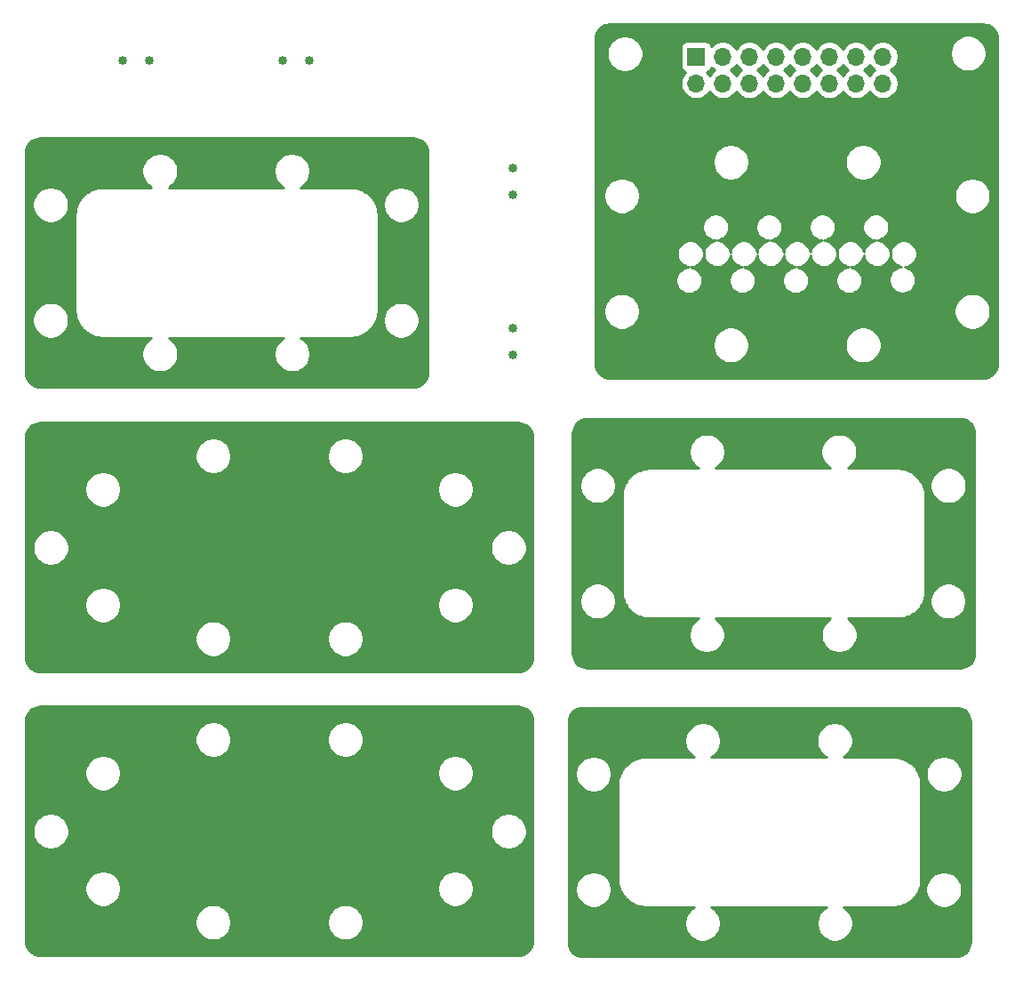
<source format=gtl>
%MOIN*%
%OFA0B0*%
%FSLAX46Y46*%
%IPPOS*%
%LPD*%
%ADD10C,0.01*%
%ADD11C,0.0039370078740157488*%
%ADD22O,0.066929133858267723X0.066929133858267723*%
%ADD23R,0.066929133858267723X0.066929133858267723*%
%ADD24C,0.01*%
%ADD25C,0.0039370078740157488*%
%ADD26C,0.01*%
%ADD27C,0.0039370078740157488*%
%ADD28C,0.01*%
%ADD29C,0.0039370078740157488*%
%ADD30C,0.01*%
%ADD31C,0.0039370078740157488*%
%ADD32C,0.033464566929133861*%
%ADD33C,0.033464566929133861*%
%ADD34C,0.01*%
%ADD35C,0.0039370078740157488*%
G01*
D10*
X0001883945Y0000960799D02*
X0001893812Y0000957820D01*
X0001902912Y0000952981D01*
X0001910899Y0000946467D01*
X0001917468Y0000938526D01*
X0001922370Y0000929460D01*
X0001925418Y0000919615D01*
X0001926621Y0000908165D01*
X0001926839Y0000083978D01*
X0001925706Y0000072428D01*
X0001922720Y0000062536D01*
X0001917869Y0000053413D01*
X0001911339Y0000045406D01*
X0001903377Y0000038819D01*
X0001894288Y0000033905D01*
X0001884417Y0000030849D01*
X0001872954Y0000029645D01*
X0001675995Y0000029645D01*
X0001675995Y0000029645D01*
X0000080047Y0000029645D01*
X0000068553Y0000030772D01*
X0000058720Y0000033740D01*
X0000049650Y0000038563D01*
X0000041690Y0000045055D01*
X0000035143Y0000052969D01*
X0000030257Y0000062005D01*
X0000027220Y0000071817D01*
X0000026020Y0000083231D01*
X0000026020Y0000160078D01*
X0000660381Y0000160078D01*
X0000660381Y0000146622D01*
X0000663006Y0000133425D01*
X0000668155Y0000120994D01*
X0000675631Y0000109807D01*
X0000685145Y0000100292D01*
X0000696333Y0000092817D01*
X0000708764Y0000087668D01*
X0000721961Y0000085043D01*
X0000735416Y0000085043D01*
X0000748613Y0000087668D01*
X0000761044Y0000092817D01*
X0000772232Y0000100292D01*
X0000781746Y0000109807D01*
X0000789221Y0000120994D01*
X0000794370Y0000133425D01*
X0000796995Y0000146622D01*
X0000796995Y0000160078D01*
X0001156381Y0000160078D01*
X0001156381Y0000146622D01*
X0001159006Y0000133425D01*
X0001164155Y0000120994D01*
X0001171631Y0000109807D01*
X0001181145Y0000100292D01*
X0001192333Y0000092817D01*
X0001204764Y0000087668D01*
X0001217961Y0000085043D01*
X0001231416Y0000085043D01*
X0001244613Y0000087668D01*
X0001257044Y0000092817D01*
X0001268232Y0000100292D01*
X0001277746Y0000109807D01*
X0001285221Y0000120994D01*
X0001290370Y0000133425D01*
X0001292995Y0000146622D01*
X0001292995Y0000160078D01*
X0001290370Y0000173274D01*
X0001285221Y0000185705D01*
X0001277746Y0000196893D01*
X0001268232Y0000206407D01*
X0001257044Y0000213883D01*
X0001244613Y0000219032D01*
X0001231416Y0000221657D01*
X0001217961Y0000221657D01*
X0001204764Y0000219032D01*
X0001192333Y0000213883D01*
X0001181145Y0000206407D01*
X0001171631Y0000196893D01*
X0001164155Y0000185705D01*
X0001159006Y0000173274D01*
X0001156381Y0000160078D01*
X0000796995Y0000160078D01*
X0000794370Y0000173274D01*
X0000789221Y0000185705D01*
X0000781746Y0000196893D01*
X0000772232Y0000206407D01*
X0000761044Y0000213883D01*
X0000748613Y0000219032D01*
X0000735416Y0000221657D01*
X0000721961Y0000221657D01*
X0000708764Y0000219032D01*
X0000696333Y0000213883D01*
X0000685145Y0000206407D01*
X0000675631Y0000196893D01*
X0000668155Y0000185705D01*
X0000663006Y0000173274D01*
X0000660381Y0000160078D01*
X0000026020Y0000160078D01*
X0000026020Y0000286078D01*
X0000246881Y0000286078D01*
X0000246881Y0000272622D01*
X0000249506Y0000259425D01*
X0000254655Y0000246994D01*
X0000262131Y0000235807D01*
X0000271645Y0000226292D01*
X0000282833Y0000218817D01*
X0000295264Y0000213668D01*
X0000308461Y0000211043D01*
X0000321916Y0000211043D01*
X0000335113Y0000213668D01*
X0000347544Y0000218817D01*
X0000358732Y0000226292D01*
X0000368246Y0000235807D01*
X0000375721Y0000246994D01*
X0000380870Y0000259425D01*
X0000383495Y0000272622D01*
X0000383495Y0000286078D01*
X0001569381Y0000286078D01*
X0001569381Y0000272622D01*
X0001572006Y0000259425D01*
X0001577155Y0000246994D01*
X0001584631Y0000235807D01*
X0001594145Y0000226292D01*
X0001605333Y0000218817D01*
X0001617764Y0000213668D01*
X0001630961Y0000211043D01*
X0001644416Y0000211043D01*
X0001657613Y0000213668D01*
X0001670044Y0000218817D01*
X0001681232Y0000226292D01*
X0001690746Y0000235807D01*
X0001698221Y0000246994D01*
X0001703370Y0000259425D01*
X0001705995Y0000272622D01*
X0001705995Y0000286078D01*
X0001703370Y0000299274D01*
X0001698221Y0000311705D01*
X0001690746Y0000322893D01*
X0001681232Y0000332407D01*
X0001670044Y0000339883D01*
X0001657613Y0000345032D01*
X0001644416Y0000347657D01*
X0001630961Y0000347657D01*
X0001617764Y0000345032D01*
X0001605333Y0000339883D01*
X0001594145Y0000332407D01*
X0001584631Y0000322893D01*
X0001577155Y0000311705D01*
X0001572006Y0000299274D01*
X0001569381Y0000286078D01*
X0000383495Y0000286078D01*
X0000380870Y0000299274D01*
X0000375721Y0000311705D01*
X0000368246Y0000322893D01*
X0000358732Y0000332407D01*
X0000347544Y0000339883D01*
X0000335113Y0000345032D01*
X0000321916Y0000347657D01*
X0000308461Y0000347657D01*
X0000295264Y0000345032D01*
X0000282833Y0000339883D01*
X0000271645Y0000332407D01*
X0000262131Y0000322893D01*
X0000254655Y0000311705D01*
X0000249506Y0000299274D01*
X0000246881Y0000286078D01*
X0000026020Y0000286078D01*
X0000026020Y0000501578D01*
X0000051381Y0000501578D01*
X0000051381Y0000488122D01*
X0000054006Y0000474925D01*
X0000059155Y0000462494D01*
X0000066631Y0000451307D01*
X0000076145Y0000441792D01*
X0000087333Y0000434317D01*
X0000099764Y0000429168D01*
X0000112961Y0000426543D01*
X0000126416Y0000426543D01*
X0000139613Y0000429168D01*
X0000152044Y0000434317D01*
X0000163232Y0000441792D01*
X0000172746Y0000451307D01*
X0000180221Y0000462494D01*
X0000185370Y0000474925D01*
X0000187995Y0000488122D01*
X0000187995Y0000501578D01*
X0001768381Y0000501578D01*
X0001768381Y0000488122D01*
X0001771006Y0000474925D01*
X0001776155Y0000462494D01*
X0001783631Y0000451307D01*
X0001793145Y0000441792D01*
X0001804333Y0000434317D01*
X0001816764Y0000429168D01*
X0001829961Y0000426543D01*
X0001843416Y0000426543D01*
X0001856613Y0000429168D01*
X0001869044Y0000434317D01*
X0001880232Y0000441792D01*
X0001889746Y0000451307D01*
X0001897221Y0000462494D01*
X0001902370Y0000474925D01*
X0001904995Y0000488122D01*
X0001904995Y0000501578D01*
X0001902370Y0000514774D01*
X0001897221Y0000527205D01*
X0001889746Y0000538393D01*
X0001880232Y0000547907D01*
X0001869044Y0000555383D01*
X0001856613Y0000560532D01*
X0001843416Y0000563157D01*
X0001829961Y0000563157D01*
X0001816764Y0000560532D01*
X0001804333Y0000555383D01*
X0001793145Y0000547907D01*
X0001783631Y0000538393D01*
X0001776155Y0000527205D01*
X0001771006Y0000514774D01*
X0001768381Y0000501578D01*
X0000187995Y0000501578D01*
X0000185370Y0000514774D01*
X0000180221Y0000527205D01*
X0000172746Y0000538393D01*
X0000163232Y0000547907D01*
X0000152044Y0000555383D01*
X0000139613Y0000560532D01*
X0000126416Y0000563157D01*
X0000112961Y0000563157D01*
X0000099764Y0000560532D01*
X0000087333Y0000555383D01*
X0000076145Y0000547907D01*
X0000066631Y0000538393D01*
X0000059155Y0000527205D01*
X0000054006Y0000514774D01*
X0000051381Y0000501578D01*
X0000026020Y0000501578D01*
X0000026020Y0000719078D01*
X0000246881Y0000719078D01*
X0000246881Y0000705622D01*
X0000249506Y0000692425D01*
X0000254655Y0000679994D01*
X0000262131Y0000668807D01*
X0000271645Y0000659292D01*
X0000282833Y0000651817D01*
X0000295264Y0000646668D01*
X0000308461Y0000644043D01*
X0000321916Y0000644043D01*
X0000335113Y0000646668D01*
X0000347544Y0000651817D01*
X0000358732Y0000659292D01*
X0000368246Y0000668807D01*
X0000375721Y0000679994D01*
X0000380870Y0000692425D01*
X0000383495Y0000705622D01*
X0000383495Y0000719078D01*
X0001569381Y0000719078D01*
X0001569381Y0000705622D01*
X0001572006Y0000692425D01*
X0001577155Y0000679994D01*
X0001584631Y0000668807D01*
X0001594145Y0000659292D01*
X0001605333Y0000651817D01*
X0001617764Y0000646668D01*
X0001630961Y0000644043D01*
X0001644416Y0000644043D01*
X0001657613Y0000646668D01*
X0001670044Y0000651817D01*
X0001681232Y0000659292D01*
X0001690746Y0000668807D01*
X0001698221Y0000679994D01*
X0001703370Y0000692425D01*
X0001705995Y0000705622D01*
X0001705995Y0000719078D01*
X0001703370Y0000732274D01*
X0001698221Y0000744705D01*
X0001690746Y0000755893D01*
X0001681232Y0000765407D01*
X0001670044Y0000772883D01*
X0001657613Y0000778032D01*
X0001644416Y0000780657D01*
X0001630961Y0000780657D01*
X0001617764Y0000778032D01*
X0001605333Y0000772883D01*
X0001594145Y0000765407D01*
X0001584631Y0000755893D01*
X0001577155Y0000744705D01*
X0001572006Y0000732274D01*
X0001569381Y0000719078D01*
X0000383495Y0000719078D01*
X0000380870Y0000732274D01*
X0000375721Y0000744705D01*
X0000368246Y0000755893D01*
X0000358732Y0000765407D01*
X0000347544Y0000772883D01*
X0000335113Y0000778032D01*
X0000321916Y0000780657D01*
X0000308461Y0000780657D01*
X0000295264Y0000778032D01*
X0000282833Y0000772883D01*
X0000271645Y0000765407D01*
X0000262131Y0000755893D01*
X0000254655Y0000744705D01*
X0000249506Y0000732274D01*
X0000246881Y0000719078D01*
X0000026020Y0000719078D01*
X0000026020Y0000845078D01*
X0000660381Y0000845078D01*
X0000660381Y0000831622D01*
X0000663006Y0000818425D01*
X0000668155Y0000805994D01*
X0000675631Y0000794807D01*
X0000685145Y0000785292D01*
X0000696333Y0000777817D01*
X0000708764Y0000772668D01*
X0000721961Y0000770043D01*
X0000735416Y0000770043D01*
X0000748613Y0000772668D01*
X0000761044Y0000777817D01*
X0000772232Y0000785292D01*
X0000781746Y0000794807D01*
X0000789221Y0000805994D01*
X0000794370Y0000818425D01*
X0000796995Y0000831622D01*
X0000796995Y0000845078D01*
X0001156381Y0000845078D01*
X0001156381Y0000831622D01*
X0001159006Y0000818425D01*
X0001164155Y0000805994D01*
X0001171631Y0000794807D01*
X0001181145Y0000785292D01*
X0001192333Y0000777817D01*
X0001204764Y0000772668D01*
X0001217961Y0000770043D01*
X0001231416Y0000770043D01*
X0001244613Y0000772668D01*
X0001257044Y0000777817D01*
X0001268232Y0000785292D01*
X0001277746Y0000794807D01*
X0001285221Y0000805994D01*
X0001290370Y0000818425D01*
X0001292995Y0000831622D01*
X0001292995Y0000845078D01*
X0001290370Y0000858274D01*
X0001285221Y0000870705D01*
X0001277746Y0000881893D01*
X0001268232Y0000891407D01*
X0001257044Y0000898883D01*
X0001244613Y0000904032D01*
X0001231416Y0000906657D01*
X0001217961Y0000906657D01*
X0001204764Y0000904032D01*
X0001192333Y0000898883D01*
X0001181145Y0000891407D01*
X0001171631Y0000881893D01*
X0001164155Y0000870705D01*
X0001159006Y0000858274D01*
X0001156381Y0000845078D01*
X0000796995Y0000845078D01*
X0000794370Y0000858274D01*
X0000789221Y0000870705D01*
X0000781746Y0000881893D01*
X0000772232Y0000891407D01*
X0000761044Y0000898883D01*
X0000748613Y0000904032D01*
X0000735416Y0000906657D01*
X0000721961Y0000906657D01*
X0000708764Y0000904032D01*
X0000696333Y0000898883D01*
X0000685145Y0000891407D01*
X0000675631Y0000881893D01*
X0000668155Y0000870705D01*
X0000663006Y0000858274D01*
X0000660381Y0000845078D01*
X0000026020Y0000845078D01*
X0000026020Y0000907902D01*
X0000027147Y0000919396D01*
X0000030116Y0000929229D01*
X0000034938Y0000938299D01*
X0000041430Y0000946259D01*
X0000049345Y0000952806D01*
X0000058381Y0000957692D01*
X0000068193Y0000960729D01*
X0000079606Y0000961929D01*
X0001872418Y0000961929D01*
X0001883945Y0000960799D01*
D11*
G36*
X0001883945Y0000960799D02*
G01*
X0001893812Y0000957820D01*
X0001902912Y0000952981D01*
X0001910899Y0000946467D01*
X0001917468Y0000938526D01*
X0001922370Y0000929460D01*
X0001925418Y0000919615D01*
X0001926621Y0000908165D01*
X0001926839Y0000083978D01*
X0001925706Y0000072428D01*
X0001922720Y0000062536D01*
X0001917869Y0000053413D01*
X0001911339Y0000045406D01*
X0001903377Y0000038819D01*
X0001894288Y0000033905D01*
X0001884417Y0000030849D01*
X0001872954Y0000029645D01*
X0001675995Y0000029645D01*
X0001675995Y0000029645D01*
X0000080047Y0000029645D01*
X0000068553Y0000030772D01*
X0000058720Y0000033740D01*
X0000049650Y0000038563D01*
X0000041690Y0000045055D01*
X0000035143Y0000052969D01*
X0000030257Y0000062005D01*
X0000027220Y0000071817D01*
X0000026020Y0000083231D01*
X0000026020Y0000160078D01*
X0000660381Y0000160078D01*
X0000660381Y0000146622D01*
X0000663006Y0000133425D01*
X0000668155Y0000120994D01*
X0000675631Y0000109807D01*
X0000685145Y0000100292D01*
X0000696333Y0000092817D01*
X0000708764Y0000087668D01*
X0000721961Y0000085043D01*
X0000735416Y0000085043D01*
X0000748613Y0000087668D01*
X0000761044Y0000092817D01*
X0000772232Y0000100292D01*
X0000781746Y0000109807D01*
X0000789221Y0000120994D01*
X0000794370Y0000133425D01*
X0000796995Y0000146622D01*
X0000796995Y0000160078D01*
X0001156381Y0000160078D01*
X0001156381Y0000146622D01*
X0001159006Y0000133425D01*
X0001164155Y0000120994D01*
X0001171631Y0000109807D01*
X0001181145Y0000100292D01*
X0001192333Y0000092817D01*
X0001204764Y0000087668D01*
X0001217961Y0000085043D01*
X0001231416Y0000085043D01*
X0001244613Y0000087668D01*
X0001257044Y0000092817D01*
X0001268232Y0000100292D01*
X0001277746Y0000109807D01*
X0001285221Y0000120994D01*
X0001290370Y0000133425D01*
X0001292995Y0000146622D01*
X0001292995Y0000160078D01*
X0001290370Y0000173274D01*
X0001285221Y0000185705D01*
X0001277746Y0000196893D01*
X0001268232Y0000206407D01*
X0001257044Y0000213883D01*
X0001244613Y0000219032D01*
X0001231416Y0000221657D01*
X0001217961Y0000221657D01*
X0001204764Y0000219032D01*
X0001192333Y0000213883D01*
X0001181145Y0000206407D01*
X0001171631Y0000196893D01*
X0001164155Y0000185705D01*
X0001159006Y0000173274D01*
X0001156381Y0000160078D01*
X0000796995Y0000160078D01*
X0000794370Y0000173274D01*
X0000789221Y0000185705D01*
X0000781746Y0000196893D01*
X0000772232Y0000206407D01*
X0000761044Y0000213883D01*
X0000748613Y0000219032D01*
X0000735416Y0000221657D01*
X0000721961Y0000221657D01*
X0000708764Y0000219032D01*
X0000696333Y0000213883D01*
X0000685145Y0000206407D01*
X0000675631Y0000196893D01*
X0000668155Y0000185705D01*
X0000663006Y0000173274D01*
X0000660381Y0000160078D01*
X0000026020Y0000160078D01*
X0000026020Y0000286078D01*
X0000246881Y0000286078D01*
X0000246881Y0000272622D01*
X0000249506Y0000259425D01*
X0000254655Y0000246994D01*
X0000262131Y0000235807D01*
X0000271645Y0000226292D01*
X0000282833Y0000218817D01*
X0000295264Y0000213668D01*
X0000308461Y0000211043D01*
X0000321916Y0000211043D01*
X0000335113Y0000213668D01*
X0000347544Y0000218817D01*
X0000358732Y0000226292D01*
X0000368246Y0000235807D01*
X0000375721Y0000246994D01*
X0000380870Y0000259425D01*
X0000383495Y0000272622D01*
X0000383495Y0000286078D01*
X0001569381Y0000286078D01*
X0001569381Y0000272622D01*
X0001572006Y0000259425D01*
X0001577155Y0000246994D01*
X0001584631Y0000235807D01*
X0001594145Y0000226292D01*
X0001605333Y0000218817D01*
X0001617764Y0000213668D01*
X0001630961Y0000211043D01*
X0001644416Y0000211043D01*
X0001657613Y0000213668D01*
X0001670044Y0000218817D01*
X0001681232Y0000226292D01*
X0001690746Y0000235807D01*
X0001698221Y0000246994D01*
X0001703370Y0000259425D01*
X0001705995Y0000272622D01*
X0001705995Y0000286078D01*
X0001703370Y0000299274D01*
X0001698221Y0000311705D01*
X0001690746Y0000322893D01*
X0001681232Y0000332407D01*
X0001670044Y0000339883D01*
X0001657613Y0000345032D01*
X0001644416Y0000347657D01*
X0001630961Y0000347657D01*
X0001617764Y0000345032D01*
X0001605333Y0000339883D01*
X0001594145Y0000332407D01*
X0001584631Y0000322893D01*
X0001577155Y0000311705D01*
X0001572006Y0000299274D01*
X0001569381Y0000286078D01*
X0000383495Y0000286078D01*
X0000380870Y0000299274D01*
X0000375721Y0000311705D01*
X0000368246Y0000322893D01*
X0000358732Y0000332407D01*
X0000347544Y0000339883D01*
X0000335113Y0000345032D01*
X0000321916Y0000347657D01*
X0000308461Y0000347657D01*
X0000295264Y0000345032D01*
X0000282833Y0000339883D01*
X0000271645Y0000332407D01*
X0000262131Y0000322893D01*
X0000254655Y0000311705D01*
X0000249506Y0000299274D01*
X0000246881Y0000286078D01*
X0000026020Y0000286078D01*
X0000026020Y0000501578D01*
X0000051381Y0000501578D01*
X0000051381Y0000488122D01*
X0000054006Y0000474925D01*
X0000059155Y0000462494D01*
X0000066631Y0000451307D01*
X0000076145Y0000441792D01*
X0000087333Y0000434317D01*
X0000099764Y0000429168D01*
X0000112961Y0000426543D01*
X0000126416Y0000426543D01*
X0000139613Y0000429168D01*
X0000152044Y0000434317D01*
X0000163232Y0000441792D01*
X0000172746Y0000451307D01*
X0000180221Y0000462494D01*
X0000185370Y0000474925D01*
X0000187995Y0000488122D01*
X0000187995Y0000501578D01*
X0001768381Y0000501578D01*
X0001768381Y0000488122D01*
X0001771006Y0000474925D01*
X0001776155Y0000462494D01*
X0001783631Y0000451307D01*
X0001793145Y0000441792D01*
X0001804333Y0000434317D01*
X0001816764Y0000429168D01*
X0001829961Y0000426543D01*
X0001843416Y0000426543D01*
X0001856613Y0000429168D01*
X0001869044Y0000434317D01*
X0001880232Y0000441792D01*
X0001889746Y0000451307D01*
X0001897221Y0000462494D01*
X0001902370Y0000474925D01*
X0001904995Y0000488122D01*
X0001904995Y0000501578D01*
X0001902370Y0000514774D01*
X0001897221Y0000527205D01*
X0001889746Y0000538393D01*
X0001880232Y0000547907D01*
X0001869044Y0000555383D01*
X0001856613Y0000560532D01*
X0001843416Y0000563157D01*
X0001829961Y0000563157D01*
X0001816764Y0000560532D01*
X0001804333Y0000555383D01*
X0001793145Y0000547907D01*
X0001783631Y0000538393D01*
X0001776155Y0000527205D01*
X0001771006Y0000514774D01*
X0001768381Y0000501578D01*
X0000187995Y0000501578D01*
X0000185370Y0000514774D01*
X0000180221Y0000527205D01*
X0000172746Y0000538393D01*
X0000163232Y0000547907D01*
X0000152044Y0000555383D01*
X0000139613Y0000560532D01*
X0000126416Y0000563157D01*
X0000112961Y0000563157D01*
X0000099764Y0000560532D01*
X0000087333Y0000555383D01*
X0000076145Y0000547907D01*
X0000066631Y0000538393D01*
X0000059155Y0000527205D01*
X0000054006Y0000514774D01*
X0000051381Y0000501578D01*
X0000026020Y0000501578D01*
X0000026020Y0000719078D01*
X0000246881Y0000719078D01*
X0000246881Y0000705622D01*
X0000249506Y0000692425D01*
X0000254655Y0000679994D01*
X0000262131Y0000668807D01*
X0000271645Y0000659292D01*
X0000282833Y0000651817D01*
X0000295264Y0000646668D01*
X0000308461Y0000644043D01*
X0000321916Y0000644043D01*
X0000335113Y0000646668D01*
X0000347544Y0000651817D01*
X0000358732Y0000659292D01*
X0000368246Y0000668807D01*
X0000375721Y0000679994D01*
X0000380870Y0000692425D01*
X0000383495Y0000705622D01*
X0000383495Y0000719078D01*
X0001569381Y0000719078D01*
X0001569381Y0000705622D01*
X0001572006Y0000692425D01*
X0001577155Y0000679994D01*
X0001584631Y0000668807D01*
X0001594145Y0000659292D01*
X0001605333Y0000651817D01*
X0001617764Y0000646668D01*
X0001630961Y0000644043D01*
X0001644416Y0000644043D01*
X0001657613Y0000646668D01*
X0001670044Y0000651817D01*
X0001681232Y0000659292D01*
X0001690746Y0000668807D01*
X0001698221Y0000679994D01*
X0001703370Y0000692425D01*
X0001705995Y0000705622D01*
X0001705995Y0000719078D01*
X0001703370Y0000732274D01*
X0001698221Y0000744705D01*
X0001690746Y0000755893D01*
X0001681232Y0000765407D01*
X0001670044Y0000772883D01*
X0001657613Y0000778032D01*
X0001644416Y0000780657D01*
X0001630961Y0000780657D01*
X0001617764Y0000778032D01*
X0001605333Y0000772883D01*
X0001594145Y0000765407D01*
X0001584631Y0000755893D01*
X0001577155Y0000744705D01*
X0001572006Y0000732274D01*
X0001569381Y0000719078D01*
X0000383495Y0000719078D01*
X0000380870Y0000732274D01*
X0000375721Y0000744705D01*
X0000368246Y0000755893D01*
X0000358732Y0000765407D01*
X0000347544Y0000772883D01*
X0000335113Y0000778032D01*
X0000321916Y0000780657D01*
X0000308461Y0000780657D01*
X0000295264Y0000778032D01*
X0000282833Y0000772883D01*
X0000271645Y0000765407D01*
X0000262131Y0000755893D01*
X0000254655Y0000744705D01*
X0000249506Y0000732274D01*
X0000246881Y0000719078D01*
X0000026020Y0000719078D01*
X0000026020Y0000845078D01*
X0000660381Y0000845078D01*
X0000660381Y0000831622D01*
X0000663006Y0000818425D01*
X0000668155Y0000805994D01*
X0000675631Y0000794807D01*
X0000685145Y0000785292D01*
X0000696333Y0000777817D01*
X0000708764Y0000772668D01*
X0000721961Y0000770043D01*
X0000735416Y0000770043D01*
X0000748613Y0000772668D01*
X0000761044Y0000777817D01*
X0000772232Y0000785292D01*
X0000781746Y0000794807D01*
X0000789221Y0000805994D01*
X0000794370Y0000818425D01*
X0000796995Y0000831622D01*
X0000796995Y0000845078D01*
X0001156381Y0000845078D01*
X0001156381Y0000831622D01*
X0001159006Y0000818425D01*
X0001164155Y0000805994D01*
X0001171631Y0000794807D01*
X0001181145Y0000785292D01*
X0001192333Y0000777817D01*
X0001204764Y0000772668D01*
X0001217961Y0000770043D01*
X0001231416Y0000770043D01*
X0001244613Y0000772668D01*
X0001257044Y0000777817D01*
X0001268232Y0000785292D01*
X0001277746Y0000794807D01*
X0001285221Y0000805994D01*
X0001290370Y0000818425D01*
X0001292995Y0000831622D01*
X0001292995Y0000845078D01*
X0001290370Y0000858274D01*
X0001285221Y0000870705D01*
X0001277746Y0000881893D01*
X0001268232Y0000891407D01*
X0001257044Y0000898883D01*
X0001244613Y0000904032D01*
X0001231416Y0000906657D01*
X0001217961Y0000906657D01*
X0001204764Y0000904032D01*
X0001192333Y0000898883D01*
X0001181145Y0000891407D01*
X0001171631Y0000881893D01*
X0001164155Y0000870705D01*
X0001159006Y0000858274D01*
X0001156381Y0000845078D01*
X0000796995Y0000845078D01*
X0000794370Y0000858274D01*
X0000789221Y0000870705D01*
X0000781746Y0000881893D01*
X0000772232Y0000891407D01*
X0000761044Y0000898883D01*
X0000748613Y0000904032D01*
X0000735416Y0000906657D01*
X0000721961Y0000906657D01*
X0000708764Y0000904032D01*
X0000696333Y0000898883D01*
X0000685145Y0000891407D01*
X0000675631Y0000881893D01*
X0000668155Y0000870705D01*
X0000663006Y0000858274D01*
X0000660381Y0000845078D01*
X0000026020Y0000845078D01*
X0000026020Y0000907902D01*
X0000027147Y0000919396D01*
X0000030116Y0000929229D01*
X0000034938Y0000938299D01*
X0000041430Y0000946259D01*
X0000049345Y0000952806D01*
X0000058381Y0000957692D01*
X0000068193Y0000960729D01*
X0000079606Y0000961929D01*
X0001872418Y0000961929D01*
X0001883945Y0000960799D01*
G37*
G04 next file*
G04 #@! TF.GenerationSoftware,KiCad,Pcbnew,(5.1.12)-1*
G04 #@! TF.CreationDate,2022-03-26T22:13:31+08:00*
G04 #@! TF.ProjectId,Nozzle,4e6f7a7a-6c65-42e6-9b69-6361645f7063,0.5*
G04 #@! TF.SameCoordinates,Original*
G04 #@! TF.FileFunction,Copper,L1,Top*
G04 #@! TF.FilePolarity,Positive*
G04 Gerber Fmt 4.6, Leading zero omitted, Abs format (unit mm)*
G04 Created by KiCad (PCBNEW (5.1.12)-1) date 2022-03-26 22:13:31*
G01*
G04 APERTURE LIST*
G04 #@! TA.AperFunction,ComponentPad*
G04 #@! TD*
G04 #@! TA.AperFunction,ComponentPad*
G04 #@! TD*
G04 #@! TA.AperFunction,NonConductor*
G04 #@! TD*
G04 #@! TA.AperFunction,NonConductor*
G04 #@! TD*
G04 APERTURE END LIST*
D22*
X-0002519685Y0005157480D02*
X0003240314Y0003297480D03*
X0003240314Y0003397480D03*
X0003140314Y0003297480D03*
X0003140314Y0003397480D03*
X0003040314Y0003297480D03*
X0003040314Y0003397480D03*
X0002940314Y0003297480D03*
X0002940314Y0003397480D03*
X0002840314Y0003297480D03*
X0002840314Y0003397480D03*
X0002740314Y0003297480D03*
X0002740314Y0003397480D03*
X0002640314Y0003297480D03*
X0002640314Y0003397480D03*
X0002540314Y0003297480D03*
D23*
X0002540314Y0003397480D03*
D24*
X0003626863Y0003518270D02*
X0003636697Y0003515301D01*
X0003645766Y0003510479D01*
X0003653726Y0003503987D01*
X0003660274Y0003496072D01*
X0003665159Y0003487037D01*
X0003668197Y0003477224D01*
X0003669396Y0003465810D01*
X0003669396Y0002247439D01*
X0003668269Y0002235945D01*
X0003665301Y0002226111D01*
X0003660478Y0002217042D01*
X0003653986Y0002209082D01*
X0003646071Y0002202534D01*
X0003637036Y0002197649D01*
X0003627224Y0002194611D01*
X0003615810Y0002193412D01*
X0002216427Y0002193412D01*
X0002204934Y0002194539D01*
X0002195100Y0002197508D01*
X0002186031Y0002202330D01*
X0002178071Y0002208822D01*
X0002171523Y0002216737D01*
X0002166638Y0002225772D01*
X0002163600Y0002235585D01*
X0002162401Y0002246998D01*
X0002162401Y0002323707D01*
X0002602007Y0002323707D01*
X0002602007Y0002310252D01*
X0002604632Y0002297055D01*
X0002609782Y0002284624D01*
X0002617257Y0002273437D01*
X0002626771Y0002263922D01*
X0002637959Y0002256447D01*
X0002650390Y0002251298D01*
X0002663587Y0002248673D01*
X0002677042Y0002248673D01*
X0002690239Y0002251298D01*
X0002702670Y0002256447D01*
X0002713858Y0002263922D01*
X0002723372Y0002273437D01*
X0002730847Y0002284624D01*
X0002735997Y0002297055D01*
X0002738622Y0002310252D01*
X0002738622Y0002323707D01*
X0003098507Y0002323707D01*
X0003098507Y0002310252D01*
X0003101132Y0002297055D01*
X0003106282Y0002284624D01*
X0003113757Y0002273437D01*
X0003123271Y0002263922D01*
X0003134459Y0002256447D01*
X0003146890Y0002251298D01*
X0003160087Y0002248673D01*
X0003173542Y0002248673D01*
X0003186739Y0002251298D01*
X0003199170Y0002256447D01*
X0003210358Y0002263922D01*
X0003219872Y0002273437D01*
X0003227347Y0002284624D01*
X0003232497Y0002297055D01*
X0003235122Y0002310252D01*
X0003235122Y0002323707D01*
X0003232497Y0002336904D01*
X0003227347Y0002349335D01*
X0003219872Y0002360523D01*
X0003210358Y0002370037D01*
X0003199170Y0002377513D01*
X0003186739Y0002382662D01*
X0003173542Y0002385287D01*
X0003160087Y0002385287D01*
X0003146890Y0002382662D01*
X0003134459Y0002377513D01*
X0003123271Y0002370037D01*
X0003113757Y0002360523D01*
X0003106282Y0002349335D01*
X0003101132Y0002336904D01*
X0003098507Y0002323707D01*
X0002738622Y0002323707D01*
X0002735997Y0002336904D01*
X0002730847Y0002349335D01*
X0002723372Y0002360523D01*
X0002713858Y0002370037D01*
X0002702670Y0002377513D01*
X0002690239Y0002382662D01*
X0002677042Y0002385287D01*
X0002663587Y0002385287D01*
X0002650390Y0002382662D01*
X0002637959Y0002377513D01*
X0002626771Y0002370037D01*
X0002617257Y0002360523D01*
X0002609782Y0002349335D01*
X0002604632Y0002336904D01*
X0002602007Y0002323707D01*
X0002162401Y0002323707D01*
X0002162401Y0002449707D01*
X0002193007Y0002449707D01*
X0002193007Y0002436252D01*
X0002195632Y0002423055D01*
X0002200782Y0002410624D01*
X0002208257Y0002399437D01*
X0002217771Y0002389922D01*
X0002228959Y0002382447D01*
X0002241390Y0002377298D01*
X0002254587Y0002374673D01*
X0002268042Y0002374673D01*
X0002281239Y0002377298D01*
X0002293670Y0002382447D01*
X0002304858Y0002389922D01*
X0002314372Y0002399437D01*
X0002321847Y0002410624D01*
X0002326997Y0002423055D01*
X0002329622Y0002436252D01*
X0002329622Y0002449707D01*
X0003507507Y0002449707D01*
X0003507507Y0002436252D01*
X0003510132Y0002423055D01*
X0003515282Y0002410624D01*
X0003522757Y0002399437D01*
X0003532271Y0002389922D01*
X0003543459Y0002382447D01*
X0003555890Y0002377298D01*
X0003569087Y0002374673D01*
X0003582542Y0002374673D01*
X0003595739Y0002377298D01*
X0003608170Y0002382447D01*
X0003619358Y0002389922D01*
X0003628872Y0002399437D01*
X0003636347Y0002410624D01*
X0003641497Y0002423055D01*
X0003644122Y0002436252D01*
X0003644122Y0002449707D01*
X0003641497Y0002462904D01*
X0003636347Y0002475335D01*
X0003628872Y0002486523D01*
X0003619358Y0002496037D01*
X0003608170Y0002503513D01*
X0003595739Y0002508662D01*
X0003582542Y0002511287D01*
X0003569087Y0002511287D01*
X0003555890Y0002508662D01*
X0003543459Y0002503513D01*
X0003532271Y0002496037D01*
X0003522757Y0002486523D01*
X0003515282Y0002475335D01*
X0003510132Y0002462904D01*
X0003507507Y0002449707D01*
X0002329622Y0002449707D01*
X0002326997Y0002462904D01*
X0002321847Y0002475335D01*
X0002314372Y0002486523D01*
X0002304858Y0002496037D01*
X0002293670Y0002503513D01*
X0002281239Y0002508662D01*
X0002268042Y0002511287D01*
X0002254587Y0002511287D01*
X0002241390Y0002508662D01*
X0002228959Y0002503513D01*
X0002217771Y0002496037D01*
X0002208257Y0002486523D01*
X0002200782Y0002475335D01*
X0002195632Y0002462904D01*
X0002193007Y0002449707D01*
X0002162401Y0002449707D01*
X0002162401Y0002564404D01*
X0002463314Y0002564404D01*
X0002463314Y0002554555D01*
X0002465236Y0002544895D01*
X0002469005Y0002535796D01*
X0002474477Y0002527607D01*
X0002481441Y0002520642D01*
X0002489631Y0002515170D01*
X0002498730Y0002511401D01*
X0002508390Y0002509480D01*
X0002518239Y0002509480D01*
X0002527899Y0002511401D01*
X0002536998Y0002515170D01*
X0002545188Y0002520642D01*
X0002552152Y0002527607D01*
X0002557624Y0002535796D01*
X0002561393Y0002544895D01*
X0002563314Y0002554555D01*
X0002563314Y0002564404D01*
X0002561393Y0002574064D01*
X0002557624Y0002583164D01*
X0002552152Y0002591353D01*
X0002545188Y0002598317D01*
X0002536998Y0002603789D01*
X0002527899Y0002607558D01*
X0002518239Y0002609480D01*
X0002523239Y0002609480D01*
X0002532899Y0002611401D01*
X0002541998Y0002615170D01*
X0002550188Y0002620642D01*
X0002557152Y0002627607D01*
X0002562624Y0002635796D01*
X0002566393Y0002644895D01*
X0002568314Y0002654555D01*
X0002568314Y0002664404D01*
X0002566393Y0002674064D01*
X0002562624Y0002683164D01*
X0002557152Y0002691353D01*
X0002550188Y0002698317D01*
X0002541998Y0002703789D01*
X0002532899Y0002707558D01*
X0002523239Y0002709480D01*
X0002513390Y0002709480D01*
X0002503730Y0002707558D01*
X0002494631Y0002703789D01*
X0002486441Y0002698317D01*
X0002479477Y0002691353D01*
X0002474005Y0002683164D01*
X0002470236Y0002674064D01*
X0002468314Y0002664404D01*
X0002468314Y0002654555D01*
X0002470236Y0002644895D01*
X0002474005Y0002635796D01*
X0002479477Y0002627607D01*
X0002486441Y0002620642D01*
X0002494631Y0002615170D01*
X0002503730Y0002611401D01*
X0002513390Y0002609480D01*
X0002508390Y0002609480D01*
X0002498730Y0002607558D01*
X0002489631Y0002603789D01*
X0002481441Y0002598317D01*
X0002474477Y0002591353D01*
X0002469005Y0002583164D01*
X0002465236Y0002574064D01*
X0002463314Y0002564404D01*
X0002162401Y0002564404D01*
X0002162401Y0002764404D01*
X0002563314Y0002764404D01*
X0002563314Y0002754555D01*
X0002565236Y0002744895D01*
X0002569005Y0002735796D01*
X0002574477Y0002727607D01*
X0002581441Y0002720642D01*
X0002589631Y0002715170D01*
X0002598730Y0002711401D01*
X0002608390Y0002709480D01*
X0002613890Y0002709480D01*
X0002604230Y0002707558D01*
X0002595131Y0002703789D01*
X0002586941Y0002698317D01*
X0002579977Y0002691353D01*
X0002574505Y0002683164D01*
X0002570736Y0002674064D01*
X0002568814Y0002664404D01*
X0002568814Y0002654555D01*
X0002570736Y0002644895D01*
X0002574505Y0002635796D01*
X0002579977Y0002627607D01*
X0002586941Y0002620642D01*
X0002595131Y0002615170D01*
X0002604230Y0002611401D01*
X0002613890Y0002609480D01*
X0002623739Y0002609480D01*
X0002633399Y0002611401D01*
X0002642498Y0002615170D01*
X0002650688Y0002620642D01*
X0002657652Y0002627607D01*
X0002663124Y0002635796D01*
X0002666893Y0002644895D01*
X0002668814Y0002654555D01*
X0002670736Y0002644895D01*
X0002674505Y0002635796D01*
X0002679977Y0002627607D01*
X0002686941Y0002620642D01*
X0002695131Y0002615170D01*
X0002704230Y0002611401D01*
X0002713890Y0002609480D01*
X0002708390Y0002609480D01*
X0002698730Y0002607558D01*
X0002689631Y0002603789D01*
X0002681441Y0002598317D01*
X0002674477Y0002591353D01*
X0002669005Y0002583164D01*
X0002665236Y0002574064D01*
X0002663314Y0002564404D01*
X0002663314Y0002554555D01*
X0002665236Y0002544895D01*
X0002669005Y0002535796D01*
X0002674477Y0002527607D01*
X0002681441Y0002520642D01*
X0002689631Y0002515170D01*
X0002698730Y0002511401D01*
X0002708390Y0002509480D01*
X0002718239Y0002509480D01*
X0002727899Y0002511401D01*
X0002736998Y0002515170D01*
X0002745188Y0002520642D01*
X0002752152Y0002527607D01*
X0002757624Y0002535796D01*
X0002761393Y0002544895D01*
X0002763314Y0002554555D01*
X0002763314Y0002564404D01*
X0002761393Y0002574064D01*
X0002757624Y0002583164D01*
X0002752152Y0002591353D01*
X0002745188Y0002598317D01*
X0002736998Y0002603789D01*
X0002727899Y0002607558D01*
X0002718239Y0002609480D01*
X0002723739Y0002609480D01*
X0002733399Y0002611401D01*
X0002742498Y0002615170D01*
X0002750688Y0002620642D01*
X0002757652Y0002627607D01*
X0002763124Y0002635796D01*
X0002766893Y0002644895D01*
X0002768814Y0002654555D01*
X0002770736Y0002644895D01*
X0002774505Y0002635796D01*
X0002779977Y0002627607D01*
X0002786941Y0002620642D01*
X0002795131Y0002615170D01*
X0002804230Y0002611401D01*
X0002813890Y0002609480D01*
X0002823739Y0002609480D01*
X0002833399Y0002611401D01*
X0002842498Y0002615170D01*
X0002850688Y0002620642D01*
X0002857652Y0002627607D01*
X0002863124Y0002635796D01*
X0002866893Y0002644895D01*
X0002868814Y0002654555D01*
X0002870736Y0002644895D01*
X0002874505Y0002635796D01*
X0002879977Y0002627607D01*
X0002886941Y0002620642D01*
X0002895131Y0002615170D01*
X0002904230Y0002611401D01*
X0002913890Y0002609480D01*
X0002908390Y0002609480D01*
X0002898730Y0002607558D01*
X0002889631Y0002603789D01*
X0002881441Y0002598317D01*
X0002874477Y0002591353D01*
X0002869005Y0002583164D01*
X0002865236Y0002574064D01*
X0002863314Y0002564404D01*
X0002863314Y0002554555D01*
X0002865236Y0002544895D01*
X0002869005Y0002535796D01*
X0002874477Y0002527607D01*
X0002881441Y0002520642D01*
X0002889631Y0002515170D01*
X0002898730Y0002511401D01*
X0002908390Y0002509480D01*
X0002918239Y0002509480D01*
X0002927899Y0002511401D01*
X0002936998Y0002515170D01*
X0002945188Y0002520642D01*
X0002952152Y0002527607D01*
X0002957624Y0002535796D01*
X0002961393Y0002544895D01*
X0002963314Y0002554555D01*
X0002963314Y0002564404D01*
X0003063314Y0002564404D01*
X0003063314Y0002554555D01*
X0003065236Y0002544895D01*
X0003069005Y0002535796D01*
X0003074477Y0002527607D01*
X0003081441Y0002520642D01*
X0003089631Y0002515170D01*
X0003098730Y0002511401D01*
X0003108390Y0002509480D01*
X0003118239Y0002509480D01*
X0003127899Y0002511401D01*
X0003136998Y0002515170D01*
X0003145188Y0002520642D01*
X0003152152Y0002527607D01*
X0003157624Y0002535796D01*
X0003161393Y0002544895D01*
X0003163314Y0002554555D01*
X0003163314Y0002564404D01*
X0003163116Y0002565404D01*
X0003263314Y0002565404D01*
X0003263314Y0002555555D01*
X0003265236Y0002545895D01*
X0003269005Y0002536796D01*
X0003274477Y0002528607D01*
X0003281441Y0002521642D01*
X0003289631Y0002516170D01*
X0003298730Y0002512401D01*
X0003308390Y0002510480D01*
X0003318239Y0002510480D01*
X0003327899Y0002512401D01*
X0003336998Y0002516170D01*
X0003345188Y0002521642D01*
X0003352152Y0002528607D01*
X0003357624Y0002536796D01*
X0003361393Y0002545895D01*
X0003363314Y0002555555D01*
X0003363314Y0002565404D01*
X0003361393Y0002575064D01*
X0003357624Y0002584164D01*
X0003352152Y0002592353D01*
X0003345188Y0002599317D01*
X0003336998Y0002604789D01*
X0003327899Y0002608558D01*
X0003323266Y0002609480D01*
X0003323739Y0002609480D01*
X0003333399Y0002611401D01*
X0003342498Y0002615170D01*
X0003350688Y0002620642D01*
X0003357652Y0002627607D01*
X0003363124Y0002635796D01*
X0003366893Y0002644895D01*
X0003368814Y0002654555D01*
X0003368814Y0002664404D01*
X0003366893Y0002674064D01*
X0003363124Y0002683164D01*
X0003357652Y0002691353D01*
X0003350688Y0002698317D01*
X0003342498Y0002703789D01*
X0003333399Y0002707558D01*
X0003323739Y0002709480D01*
X0003313890Y0002709480D01*
X0003304230Y0002707558D01*
X0003295131Y0002703789D01*
X0003286941Y0002698317D01*
X0003279977Y0002691353D01*
X0003274505Y0002683164D01*
X0003270736Y0002674064D01*
X0003268814Y0002664404D01*
X0003268814Y0002654555D01*
X0003270736Y0002644895D01*
X0003274505Y0002635796D01*
X0003279977Y0002627607D01*
X0003286941Y0002620642D01*
X0003295131Y0002615170D01*
X0003304230Y0002611401D01*
X0003308863Y0002610480D01*
X0003308390Y0002610480D01*
X0003298730Y0002608558D01*
X0003289631Y0002604789D01*
X0003281441Y0002599317D01*
X0003274477Y0002592353D01*
X0003269005Y0002584164D01*
X0003265236Y0002575064D01*
X0003263314Y0002565404D01*
X0003163116Y0002565404D01*
X0003161393Y0002574064D01*
X0003157624Y0002583164D01*
X0003152152Y0002591353D01*
X0003145188Y0002598317D01*
X0003136998Y0002603789D01*
X0003127899Y0002607558D01*
X0003118239Y0002609480D01*
X0003123739Y0002609480D01*
X0003133399Y0002611401D01*
X0003142498Y0002615170D01*
X0003150688Y0002620642D01*
X0003157652Y0002627607D01*
X0003163124Y0002635796D01*
X0003166893Y0002644895D01*
X0003168564Y0002653298D01*
X0003170236Y0002644895D01*
X0003174005Y0002635796D01*
X0003179477Y0002627607D01*
X0003186441Y0002620642D01*
X0003194631Y0002615170D01*
X0003203730Y0002611401D01*
X0003213390Y0002609480D01*
X0003223239Y0002609480D01*
X0003232899Y0002611401D01*
X0003241998Y0002615170D01*
X0003250188Y0002620642D01*
X0003257152Y0002627607D01*
X0003262624Y0002635796D01*
X0003266393Y0002644895D01*
X0003268314Y0002654555D01*
X0003268314Y0002664404D01*
X0003266393Y0002674064D01*
X0003262624Y0002683164D01*
X0003257152Y0002691353D01*
X0003250188Y0002698317D01*
X0003241998Y0002703789D01*
X0003232899Y0002707558D01*
X0003223239Y0002709480D01*
X0003218739Y0002709480D01*
X0003228399Y0002711401D01*
X0003237498Y0002715170D01*
X0003245688Y0002720642D01*
X0003252652Y0002727607D01*
X0003258124Y0002735796D01*
X0003261893Y0002744895D01*
X0003263814Y0002754555D01*
X0003263814Y0002764404D01*
X0003261893Y0002774064D01*
X0003258124Y0002783164D01*
X0003252652Y0002791353D01*
X0003245688Y0002798317D01*
X0003237498Y0002803789D01*
X0003228399Y0002807558D01*
X0003218739Y0002809480D01*
X0003208890Y0002809480D01*
X0003199230Y0002807558D01*
X0003190131Y0002803789D01*
X0003181941Y0002798317D01*
X0003174977Y0002791353D01*
X0003169505Y0002783164D01*
X0003165736Y0002774064D01*
X0003163814Y0002764404D01*
X0003163814Y0002754555D01*
X0003165736Y0002744895D01*
X0003169505Y0002735796D01*
X0003174977Y0002727607D01*
X0003181941Y0002720642D01*
X0003190131Y0002715170D01*
X0003199230Y0002711401D01*
X0003208890Y0002709480D01*
X0003213390Y0002709480D01*
X0003203730Y0002707558D01*
X0003194631Y0002703789D01*
X0003186441Y0002698317D01*
X0003179477Y0002691353D01*
X0003174005Y0002683164D01*
X0003170236Y0002674064D01*
X0003168564Y0002665661D01*
X0003166893Y0002674064D01*
X0003163124Y0002683164D01*
X0003157652Y0002691353D01*
X0003150688Y0002698317D01*
X0003142498Y0002703789D01*
X0003133399Y0002707558D01*
X0003123739Y0002709480D01*
X0003113890Y0002709480D01*
X0003104230Y0002707558D01*
X0003095131Y0002703789D01*
X0003086941Y0002698317D01*
X0003079977Y0002691353D01*
X0003074505Y0002683164D01*
X0003070736Y0002674064D01*
X0003068814Y0002664404D01*
X0003068814Y0002654555D01*
X0003070736Y0002644895D01*
X0003074505Y0002635796D01*
X0003079977Y0002627607D01*
X0003086941Y0002620642D01*
X0003095131Y0002615170D01*
X0003104230Y0002611401D01*
X0003113890Y0002609480D01*
X0003108390Y0002609480D01*
X0003098730Y0002607558D01*
X0003089631Y0002603789D01*
X0003081441Y0002598317D01*
X0003074477Y0002591353D01*
X0003069005Y0002583164D01*
X0003065236Y0002574064D01*
X0003063314Y0002564404D01*
X0002963314Y0002564404D01*
X0002961393Y0002574064D01*
X0002957624Y0002583164D01*
X0002952152Y0002591353D01*
X0002945188Y0002598317D01*
X0002936998Y0002603789D01*
X0002927899Y0002607558D01*
X0002918239Y0002609480D01*
X0002923739Y0002609480D01*
X0002933399Y0002611401D01*
X0002942498Y0002615170D01*
X0002950688Y0002620642D01*
X0002957652Y0002627607D01*
X0002963124Y0002635796D01*
X0002966893Y0002644895D01*
X0002968564Y0002653298D01*
X0002970236Y0002644895D01*
X0002974005Y0002635796D01*
X0002979477Y0002627607D01*
X0002986441Y0002620642D01*
X0002994631Y0002615170D01*
X0003003730Y0002611401D01*
X0003013390Y0002609480D01*
X0003023239Y0002609480D01*
X0003032899Y0002611401D01*
X0003041998Y0002615170D01*
X0003050188Y0002620642D01*
X0003057152Y0002627607D01*
X0003062624Y0002635796D01*
X0003066393Y0002644895D01*
X0003068314Y0002654555D01*
X0003068314Y0002664404D01*
X0003066393Y0002674064D01*
X0003062624Y0002683164D01*
X0003057152Y0002691353D01*
X0003050188Y0002698317D01*
X0003041998Y0002703789D01*
X0003032899Y0002707558D01*
X0003023239Y0002709480D01*
X0003018239Y0002709480D01*
X0003027899Y0002711401D01*
X0003036998Y0002715170D01*
X0003045188Y0002720642D01*
X0003052152Y0002727607D01*
X0003057624Y0002735796D01*
X0003061393Y0002744895D01*
X0003063314Y0002754555D01*
X0003063314Y0002764404D01*
X0003061393Y0002774064D01*
X0003057624Y0002783164D01*
X0003052152Y0002791353D01*
X0003045188Y0002798317D01*
X0003036998Y0002803789D01*
X0003027899Y0002807558D01*
X0003018239Y0002809480D01*
X0003008390Y0002809480D01*
X0002998730Y0002807558D01*
X0002989631Y0002803789D01*
X0002981441Y0002798317D01*
X0002974477Y0002791353D01*
X0002969005Y0002783164D01*
X0002965236Y0002774064D01*
X0002963314Y0002764404D01*
X0002963314Y0002754555D01*
X0002965236Y0002744895D01*
X0002969005Y0002735796D01*
X0002974477Y0002727607D01*
X0002981441Y0002720642D01*
X0002989631Y0002715170D01*
X0002998730Y0002711401D01*
X0003008390Y0002709480D01*
X0003013390Y0002709480D01*
X0003003730Y0002707558D01*
X0002994631Y0002703789D01*
X0002986441Y0002698317D01*
X0002979477Y0002691353D01*
X0002974005Y0002683164D01*
X0002970236Y0002674064D01*
X0002968564Y0002665661D01*
X0002966893Y0002674064D01*
X0002963124Y0002683164D01*
X0002957652Y0002691353D01*
X0002950688Y0002698317D01*
X0002942498Y0002703789D01*
X0002933399Y0002707558D01*
X0002923739Y0002709480D01*
X0002913890Y0002709480D01*
X0002904230Y0002707558D01*
X0002895131Y0002703789D01*
X0002886941Y0002698317D01*
X0002879977Y0002691353D01*
X0002874505Y0002683164D01*
X0002870736Y0002674064D01*
X0002868814Y0002664404D01*
X0002866893Y0002674064D01*
X0002863124Y0002683164D01*
X0002857652Y0002691353D01*
X0002850688Y0002698317D01*
X0002842498Y0002703789D01*
X0002833399Y0002707558D01*
X0002823739Y0002709480D01*
X0002818239Y0002709480D01*
X0002827899Y0002711401D01*
X0002836998Y0002715170D01*
X0002845188Y0002720642D01*
X0002852152Y0002727607D01*
X0002857624Y0002735796D01*
X0002861393Y0002744895D01*
X0002863314Y0002754555D01*
X0002863314Y0002764404D01*
X0002861393Y0002774064D01*
X0002857624Y0002783164D01*
X0002852152Y0002791353D01*
X0002845188Y0002798317D01*
X0002836998Y0002803789D01*
X0002827899Y0002807558D01*
X0002818239Y0002809480D01*
X0002808390Y0002809480D01*
X0002798730Y0002807558D01*
X0002789631Y0002803789D01*
X0002781441Y0002798317D01*
X0002774477Y0002791353D01*
X0002769005Y0002783164D01*
X0002765236Y0002774064D01*
X0002763314Y0002764404D01*
X0002763314Y0002754555D01*
X0002765236Y0002744895D01*
X0002769005Y0002735796D01*
X0002774477Y0002727607D01*
X0002781441Y0002720642D01*
X0002789631Y0002715170D01*
X0002798730Y0002711401D01*
X0002808390Y0002709480D01*
X0002813890Y0002709480D01*
X0002804230Y0002707558D01*
X0002795131Y0002703789D01*
X0002786941Y0002698317D01*
X0002779977Y0002691353D01*
X0002774505Y0002683164D01*
X0002770736Y0002674064D01*
X0002768814Y0002664404D01*
X0002766893Y0002674064D01*
X0002763124Y0002683164D01*
X0002757652Y0002691353D01*
X0002750688Y0002698317D01*
X0002742498Y0002703789D01*
X0002733399Y0002707558D01*
X0002723739Y0002709480D01*
X0002713890Y0002709480D01*
X0002704230Y0002707558D01*
X0002695131Y0002703789D01*
X0002686941Y0002698317D01*
X0002679977Y0002691353D01*
X0002674505Y0002683164D01*
X0002670736Y0002674064D01*
X0002668814Y0002664404D01*
X0002666893Y0002674064D01*
X0002663124Y0002683164D01*
X0002657652Y0002691353D01*
X0002650688Y0002698317D01*
X0002642498Y0002703789D01*
X0002633399Y0002707558D01*
X0002623739Y0002709480D01*
X0002618239Y0002709480D01*
X0002627899Y0002711401D01*
X0002636998Y0002715170D01*
X0002645188Y0002720642D01*
X0002652152Y0002727607D01*
X0002657624Y0002735796D01*
X0002661393Y0002744895D01*
X0002663314Y0002754555D01*
X0002663314Y0002764404D01*
X0002661393Y0002774064D01*
X0002657624Y0002783164D01*
X0002652152Y0002791353D01*
X0002645188Y0002798317D01*
X0002636998Y0002803789D01*
X0002627899Y0002807558D01*
X0002618239Y0002809480D01*
X0002608390Y0002809480D01*
X0002598730Y0002807558D01*
X0002589631Y0002803789D01*
X0002581441Y0002798317D01*
X0002574477Y0002791353D01*
X0002569005Y0002783164D01*
X0002565236Y0002774064D01*
X0002563314Y0002764404D01*
X0002162401Y0002764404D01*
X0002162401Y0002882707D01*
X0002193007Y0002882707D01*
X0002193007Y0002869252D01*
X0002195632Y0002856055D01*
X0002200782Y0002843624D01*
X0002208257Y0002832437D01*
X0002217771Y0002822922D01*
X0002228959Y0002815447D01*
X0002241390Y0002810298D01*
X0002254587Y0002807673D01*
X0002268042Y0002807673D01*
X0002281239Y0002810298D01*
X0002293670Y0002815447D01*
X0002304858Y0002822922D01*
X0002314372Y0002832437D01*
X0002321847Y0002843624D01*
X0002326997Y0002856055D01*
X0002329622Y0002869252D01*
X0002329622Y0002882707D01*
X0003508007Y0002882707D01*
X0003508007Y0002869252D01*
X0003510632Y0002856055D01*
X0003515782Y0002843624D01*
X0003523257Y0002832437D01*
X0003532771Y0002822922D01*
X0003543959Y0002815447D01*
X0003556390Y0002810298D01*
X0003569587Y0002807673D01*
X0003583042Y0002807673D01*
X0003596239Y0002810298D01*
X0003608670Y0002815447D01*
X0003619858Y0002822922D01*
X0003629372Y0002832437D01*
X0003636847Y0002843624D01*
X0003641997Y0002856055D01*
X0003644622Y0002869252D01*
X0003644622Y0002882707D01*
X0003641997Y0002895904D01*
X0003636847Y0002908335D01*
X0003629372Y0002919523D01*
X0003619858Y0002929037D01*
X0003608670Y0002936513D01*
X0003596239Y0002941662D01*
X0003583042Y0002944287D01*
X0003569587Y0002944287D01*
X0003556390Y0002941662D01*
X0003543959Y0002936513D01*
X0003532771Y0002929037D01*
X0003523257Y0002919523D01*
X0003515782Y0002908335D01*
X0003510632Y0002895904D01*
X0003508007Y0002882707D01*
X0002329622Y0002882707D01*
X0002326997Y0002895904D01*
X0002321847Y0002908335D01*
X0002314372Y0002919523D01*
X0002304858Y0002929037D01*
X0002293670Y0002936513D01*
X0002281239Y0002941662D01*
X0002268042Y0002944287D01*
X0002254587Y0002944287D01*
X0002241390Y0002941662D01*
X0002228959Y0002936513D01*
X0002217771Y0002929037D01*
X0002208257Y0002919523D01*
X0002200782Y0002908335D01*
X0002195632Y0002895904D01*
X0002193007Y0002882707D01*
X0002162401Y0002882707D01*
X0002162401Y0003008707D01*
X0002602507Y0003008707D01*
X0002602507Y0002995252D01*
X0002605132Y0002982055D01*
X0002610282Y0002969624D01*
X0002617757Y0002958437D01*
X0002627271Y0002948922D01*
X0002638459Y0002941447D01*
X0002650890Y0002936298D01*
X0002664087Y0002933673D01*
X0002677542Y0002933673D01*
X0002690739Y0002936298D01*
X0002703170Y0002941447D01*
X0002714358Y0002948922D01*
X0002723872Y0002958437D01*
X0002731347Y0002969624D01*
X0002736497Y0002982055D01*
X0002739122Y0002995252D01*
X0002739122Y0003008707D01*
X0003098507Y0003008707D01*
X0003098507Y0002995252D01*
X0003101132Y0002982055D01*
X0003106282Y0002969624D01*
X0003113757Y0002958437D01*
X0003123271Y0002948922D01*
X0003134459Y0002941447D01*
X0003146890Y0002936298D01*
X0003160087Y0002933673D01*
X0003173542Y0002933673D01*
X0003186739Y0002936298D01*
X0003199170Y0002941447D01*
X0003210358Y0002948922D01*
X0003219872Y0002958437D01*
X0003227347Y0002969624D01*
X0003232497Y0002982055D01*
X0003235122Y0002995252D01*
X0003235122Y0003008707D01*
X0003232497Y0003021904D01*
X0003227347Y0003034335D01*
X0003219872Y0003045523D01*
X0003210358Y0003055037D01*
X0003199170Y0003062513D01*
X0003186739Y0003067662D01*
X0003173542Y0003070287D01*
X0003160087Y0003070287D01*
X0003146890Y0003067662D01*
X0003134459Y0003062513D01*
X0003123271Y0003055037D01*
X0003113757Y0003045523D01*
X0003106282Y0003034335D01*
X0003101132Y0003021904D01*
X0003098507Y0003008707D01*
X0002739122Y0003008707D01*
X0002736497Y0003021904D01*
X0002731347Y0003034335D01*
X0002723872Y0003045523D01*
X0002714358Y0003055037D01*
X0002703170Y0003062513D01*
X0002690739Y0003067662D01*
X0002677542Y0003070287D01*
X0002664087Y0003070287D01*
X0002650890Y0003067662D01*
X0002638459Y0003062513D01*
X0002627271Y0003055037D01*
X0002617757Y0003045523D01*
X0002610282Y0003034335D01*
X0002605132Y0003021904D01*
X0002602507Y0003008707D01*
X0002162401Y0003008707D01*
X0002162401Y0003415207D01*
X0002205007Y0003415207D01*
X0002205007Y0003401752D01*
X0002207632Y0003388555D01*
X0002212782Y0003376124D01*
X0002220257Y0003364937D01*
X0002229771Y0003355422D01*
X0002240959Y0003347947D01*
X0002253390Y0003342798D01*
X0002266587Y0003340173D01*
X0002280042Y0003340173D01*
X0002293239Y0003342798D01*
X0002305670Y0003347947D01*
X0002316858Y0003355422D01*
X0002326372Y0003364937D01*
X0002333847Y0003376124D01*
X0002338997Y0003388555D01*
X0002341622Y0003401752D01*
X0002341622Y0003415207D01*
X0002338997Y0003428404D01*
X0002337944Y0003430944D01*
X0002481729Y0003430944D01*
X0002481729Y0003364015D01*
X0002482212Y0003359114D01*
X0002483641Y0003354402D01*
X0002485963Y0003350059D01*
X0002489087Y0003346252D01*
X0002492893Y0003343128D01*
X0002497237Y0003340807D01*
X0002500093Y0003339940D01*
X0002494902Y0003334749D01*
X0002488504Y0003325173D01*
X0002484097Y0003314533D01*
X0002481850Y0003303238D01*
X0002481850Y0003291722D01*
X0002484097Y0003280426D01*
X0002488504Y0003269786D01*
X0002494902Y0003260211D01*
X0002503045Y0003252067D01*
X0002512621Y0003245669D01*
X0002523261Y0003241262D01*
X0002534556Y0003239015D01*
X0002546073Y0003239015D01*
X0002557368Y0003241262D01*
X0002568008Y0003245669D01*
X0002577583Y0003252067D01*
X0002585727Y0003260211D01*
X0002590314Y0003267077D01*
X0002594902Y0003260211D01*
X0002603045Y0003252067D01*
X0002612621Y0003245669D01*
X0002623261Y0003241262D01*
X0002634556Y0003239015D01*
X0002646073Y0003239015D01*
X0002657368Y0003241262D01*
X0002668008Y0003245669D01*
X0002677583Y0003252067D01*
X0002685727Y0003260211D01*
X0002690314Y0003267077D01*
X0002694902Y0003260211D01*
X0002703045Y0003252067D01*
X0002712621Y0003245669D01*
X0002723261Y0003241262D01*
X0002734556Y0003239015D01*
X0002746073Y0003239015D01*
X0002757368Y0003241262D01*
X0002768008Y0003245669D01*
X0002777583Y0003252067D01*
X0002785727Y0003260211D01*
X0002790314Y0003267077D01*
X0002794902Y0003260211D01*
X0002803045Y0003252067D01*
X0002812621Y0003245669D01*
X0002823261Y0003241262D01*
X0002834556Y0003239015D01*
X0002846073Y0003239015D01*
X0002857368Y0003241262D01*
X0002868008Y0003245669D01*
X0002877583Y0003252067D01*
X0002885727Y0003260211D01*
X0002890314Y0003267077D01*
X0002894902Y0003260211D01*
X0002903045Y0003252067D01*
X0002912621Y0003245669D01*
X0002923261Y0003241262D01*
X0002934556Y0003239015D01*
X0002946073Y0003239015D01*
X0002957368Y0003241262D01*
X0002968008Y0003245669D01*
X0002977583Y0003252067D01*
X0002985727Y0003260211D01*
X0002990314Y0003267077D01*
X0002994902Y0003260211D01*
X0003003045Y0003252067D01*
X0003012621Y0003245669D01*
X0003023261Y0003241262D01*
X0003034556Y0003239015D01*
X0003046073Y0003239015D01*
X0003057368Y0003241262D01*
X0003068008Y0003245669D01*
X0003077583Y0003252067D01*
X0003085727Y0003260211D01*
X0003090314Y0003267077D01*
X0003094902Y0003260211D01*
X0003103045Y0003252067D01*
X0003112621Y0003245669D01*
X0003123261Y0003241262D01*
X0003134556Y0003239015D01*
X0003146073Y0003239015D01*
X0003157368Y0003241262D01*
X0003168008Y0003245669D01*
X0003177583Y0003252067D01*
X0003185727Y0003260211D01*
X0003190314Y0003267077D01*
X0003194902Y0003260211D01*
X0003203045Y0003252067D01*
X0003212621Y0003245669D01*
X0003223261Y0003241262D01*
X0003234556Y0003239015D01*
X0003246073Y0003239015D01*
X0003257368Y0003241262D01*
X0003268008Y0003245669D01*
X0003277583Y0003252067D01*
X0003285727Y0003260211D01*
X0003292125Y0003269786D01*
X0003296532Y0003280426D01*
X0003298779Y0003291722D01*
X0003298779Y0003303238D01*
X0003296532Y0003314533D01*
X0003292125Y0003325173D01*
X0003285727Y0003334749D01*
X0003277583Y0003342892D01*
X0003270718Y0003347480D01*
X0003277583Y0003352067D01*
X0003285727Y0003360211D01*
X0003292125Y0003369786D01*
X0003296532Y0003380426D01*
X0003298779Y0003391722D01*
X0003298779Y0003403238D01*
X0003296532Y0003414533D01*
X0003295425Y0003417207D01*
X0003492007Y0003417207D01*
X0003492007Y0003403752D01*
X0003494632Y0003390555D01*
X0003499782Y0003378124D01*
X0003507257Y0003366937D01*
X0003516771Y0003357422D01*
X0003527959Y0003349947D01*
X0003540390Y0003344798D01*
X0003553587Y0003342173D01*
X0003567042Y0003342173D01*
X0003580239Y0003344798D01*
X0003592670Y0003349947D01*
X0003603858Y0003357422D01*
X0003613372Y0003366937D01*
X0003620847Y0003378124D01*
X0003625997Y0003390555D01*
X0003628622Y0003403752D01*
X0003628622Y0003417207D01*
X0003625997Y0003430404D01*
X0003620847Y0003442835D01*
X0003613372Y0003454023D01*
X0003603858Y0003463537D01*
X0003592670Y0003471013D01*
X0003580239Y0003476162D01*
X0003567042Y0003478787D01*
X0003553587Y0003478787D01*
X0003540390Y0003476162D01*
X0003527959Y0003471013D01*
X0003516771Y0003463537D01*
X0003507257Y0003454023D01*
X0003499782Y0003442835D01*
X0003494632Y0003430404D01*
X0003492007Y0003417207D01*
X0003295425Y0003417207D01*
X0003292125Y0003425173D01*
X0003285727Y0003434749D01*
X0003277583Y0003442892D01*
X0003268008Y0003449290D01*
X0003257368Y0003453698D01*
X0003246073Y0003455944D01*
X0003234556Y0003455944D01*
X0003223261Y0003453698D01*
X0003212621Y0003449290D01*
X0003203045Y0003442892D01*
X0003194902Y0003434749D01*
X0003190314Y0003427883D01*
X0003185727Y0003434749D01*
X0003177583Y0003442892D01*
X0003168008Y0003449290D01*
X0003157368Y0003453698D01*
X0003146073Y0003455944D01*
X0003134556Y0003455944D01*
X0003123261Y0003453698D01*
X0003112621Y0003449290D01*
X0003103045Y0003442892D01*
X0003094902Y0003434749D01*
X0003090314Y0003427883D01*
X0003085727Y0003434749D01*
X0003077583Y0003442892D01*
X0003068008Y0003449290D01*
X0003057368Y0003453698D01*
X0003046073Y0003455944D01*
X0003034556Y0003455944D01*
X0003023261Y0003453698D01*
X0003012621Y0003449290D01*
X0003003045Y0003442892D01*
X0002994902Y0003434749D01*
X0002990314Y0003427883D01*
X0002985727Y0003434749D01*
X0002977583Y0003442892D01*
X0002968008Y0003449290D01*
X0002957368Y0003453698D01*
X0002946073Y0003455944D01*
X0002934556Y0003455944D01*
X0002923261Y0003453698D01*
X0002912621Y0003449290D01*
X0002903045Y0003442892D01*
X0002894902Y0003434749D01*
X0002890314Y0003427883D01*
X0002885727Y0003434749D01*
X0002877583Y0003442892D01*
X0002868008Y0003449290D01*
X0002857368Y0003453698D01*
X0002846073Y0003455944D01*
X0002834556Y0003455944D01*
X0002823261Y0003453698D01*
X0002812621Y0003449290D01*
X0002803045Y0003442892D01*
X0002794902Y0003434749D01*
X0002790314Y0003427883D01*
X0002785727Y0003434749D01*
X0002777583Y0003442892D01*
X0002768008Y0003449290D01*
X0002757368Y0003453698D01*
X0002746073Y0003455944D01*
X0002734556Y0003455944D01*
X0002723261Y0003453698D01*
X0002712621Y0003449290D01*
X0002703045Y0003442892D01*
X0002694902Y0003434749D01*
X0002690314Y0003427883D01*
X0002685727Y0003434749D01*
X0002677583Y0003442892D01*
X0002668008Y0003449290D01*
X0002657368Y0003453698D01*
X0002646073Y0003455944D01*
X0002634556Y0003455944D01*
X0002623261Y0003453698D01*
X0002612621Y0003449290D01*
X0002603045Y0003442892D01*
X0002597854Y0003437701D01*
X0002596988Y0003440558D01*
X0002594666Y0003444901D01*
X0002591542Y0003448708D01*
X0002587735Y0003451832D01*
X0002583392Y0003454153D01*
X0002578680Y0003455583D01*
X0002573779Y0003456065D01*
X0002506850Y0003456065D01*
X0002501949Y0003455583D01*
X0002497237Y0003454153D01*
X0002492893Y0003451832D01*
X0002489087Y0003448708D01*
X0002485963Y0003444901D01*
X0002483641Y0003440558D01*
X0002482212Y0003435845D01*
X0002481729Y0003430944D01*
X0002337944Y0003430944D01*
X0002333847Y0003440835D01*
X0002326372Y0003452023D01*
X0002316858Y0003461537D01*
X0002305670Y0003469013D01*
X0002293239Y0003474162D01*
X0002280042Y0003476787D01*
X0002266587Y0003476787D01*
X0002253390Y0003474162D01*
X0002240959Y0003469013D01*
X0002229771Y0003461537D01*
X0002220257Y0003452023D01*
X0002212782Y0003440835D01*
X0002207632Y0003428404D01*
X0002205007Y0003415207D01*
X0002162401Y0003415207D01*
X0002162401Y0003465370D01*
X0002163528Y0003476864D01*
X0002166497Y0003486697D01*
X0002171319Y0003495767D01*
X0002177811Y0003503727D01*
X0002185726Y0003510274D01*
X0002194761Y0003515160D01*
X0002204574Y0003518197D01*
X0002215987Y0003519397D01*
X0003615370Y0003519397D01*
X0003626863Y0003518270D01*
G04 #@! TA.AperFunction,NonConductor*
D25*
G36*
X0003626863Y0003518270D02*
G01*
X0003636697Y0003515301D01*
X0003645766Y0003510479D01*
X0003653726Y0003503987D01*
X0003660274Y0003496072D01*
X0003665159Y0003487037D01*
X0003668197Y0003477224D01*
X0003669396Y0003465810D01*
X0003669396Y0002247439D01*
X0003668269Y0002235945D01*
X0003665301Y0002226111D01*
X0003660478Y0002217042D01*
X0003653986Y0002209082D01*
X0003646071Y0002202534D01*
X0003637036Y0002197649D01*
X0003627224Y0002194611D01*
X0003615810Y0002193412D01*
X0002216427Y0002193412D01*
X0002204934Y0002194539D01*
X0002195100Y0002197508D01*
X0002186031Y0002202330D01*
X0002178071Y0002208822D01*
X0002171523Y0002216737D01*
X0002166638Y0002225772D01*
X0002163600Y0002235585D01*
X0002162401Y0002246998D01*
X0002162401Y0002323707D01*
X0002602007Y0002323707D01*
X0002602007Y0002310252D01*
X0002604632Y0002297055D01*
X0002609782Y0002284624D01*
X0002617257Y0002273437D01*
X0002626771Y0002263922D01*
X0002637959Y0002256447D01*
X0002650390Y0002251298D01*
X0002663587Y0002248673D01*
X0002677042Y0002248673D01*
X0002690239Y0002251298D01*
X0002702670Y0002256447D01*
X0002713858Y0002263922D01*
X0002723372Y0002273437D01*
X0002730847Y0002284624D01*
X0002735997Y0002297055D01*
X0002738622Y0002310252D01*
X0002738622Y0002323707D01*
X0003098507Y0002323707D01*
X0003098507Y0002310252D01*
X0003101132Y0002297055D01*
X0003106282Y0002284624D01*
X0003113757Y0002273437D01*
X0003123271Y0002263922D01*
X0003134459Y0002256447D01*
X0003146890Y0002251298D01*
X0003160087Y0002248673D01*
X0003173542Y0002248673D01*
X0003186739Y0002251298D01*
X0003199170Y0002256447D01*
X0003210358Y0002263922D01*
X0003219872Y0002273437D01*
X0003227347Y0002284624D01*
X0003232497Y0002297055D01*
X0003235122Y0002310252D01*
X0003235122Y0002323707D01*
X0003232497Y0002336904D01*
X0003227347Y0002349335D01*
X0003219872Y0002360523D01*
X0003210358Y0002370037D01*
X0003199170Y0002377513D01*
X0003186739Y0002382662D01*
X0003173542Y0002385287D01*
X0003160087Y0002385287D01*
X0003146890Y0002382662D01*
X0003134459Y0002377513D01*
X0003123271Y0002370037D01*
X0003113757Y0002360523D01*
X0003106282Y0002349335D01*
X0003101132Y0002336904D01*
X0003098507Y0002323707D01*
X0002738622Y0002323707D01*
X0002735997Y0002336904D01*
X0002730847Y0002349335D01*
X0002723372Y0002360523D01*
X0002713858Y0002370037D01*
X0002702670Y0002377513D01*
X0002690239Y0002382662D01*
X0002677042Y0002385287D01*
X0002663587Y0002385287D01*
X0002650390Y0002382662D01*
X0002637959Y0002377513D01*
X0002626771Y0002370037D01*
X0002617257Y0002360523D01*
X0002609782Y0002349335D01*
X0002604632Y0002336904D01*
X0002602007Y0002323707D01*
X0002162401Y0002323707D01*
X0002162401Y0002449707D01*
X0002193007Y0002449707D01*
X0002193007Y0002436252D01*
X0002195632Y0002423055D01*
X0002200782Y0002410624D01*
X0002208257Y0002399437D01*
X0002217771Y0002389922D01*
X0002228959Y0002382447D01*
X0002241390Y0002377298D01*
X0002254587Y0002374673D01*
X0002268042Y0002374673D01*
X0002281239Y0002377298D01*
X0002293670Y0002382447D01*
X0002304858Y0002389922D01*
X0002314372Y0002399437D01*
X0002321847Y0002410624D01*
X0002326997Y0002423055D01*
X0002329622Y0002436252D01*
X0002329622Y0002449707D01*
X0003507507Y0002449707D01*
X0003507507Y0002436252D01*
X0003510132Y0002423055D01*
X0003515282Y0002410624D01*
X0003522757Y0002399437D01*
X0003532271Y0002389922D01*
X0003543459Y0002382447D01*
X0003555890Y0002377298D01*
X0003569087Y0002374673D01*
X0003582542Y0002374673D01*
X0003595739Y0002377298D01*
X0003608170Y0002382447D01*
X0003619358Y0002389922D01*
X0003628872Y0002399437D01*
X0003636347Y0002410624D01*
X0003641497Y0002423055D01*
X0003644122Y0002436252D01*
X0003644122Y0002449707D01*
X0003641497Y0002462904D01*
X0003636347Y0002475335D01*
X0003628872Y0002486523D01*
X0003619358Y0002496037D01*
X0003608170Y0002503513D01*
X0003595739Y0002508662D01*
X0003582542Y0002511287D01*
X0003569087Y0002511287D01*
X0003555890Y0002508662D01*
X0003543459Y0002503513D01*
X0003532271Y0002496037D01*
X0003522757Y0002486523D01*
X0003515282Y0002475335D01*
X0003510132Y0002462904D01*
X0003507507Y0002449707D01*
X0002329622Y0002449707D01*
X0002326997Y0002462904D01*
X0002321847Y0002475335D01*
X0002314372Y0002486523D01*
X0002304858Y0002496037D01*
X0002293670Y0002503513D01*
X0002281239Y0002508662D01*
X0002268042Y0002511287D01*
X0002254587Y0002511287D01*
X0002241390Y0002508662D01*
X0002228959Y0002503513D01*
X0002217771Y0002496037D01*
X0002208257Y0002486523D01*
X0002200782Y0002475335D01*
X0002195632Y0002462904D01*
X0002193007Y0002449707D01*
X0002162401Y0002449707D01*
X0002162401Y0002564404D01*
X0002463314Y0002564404D01*
X0002463314Y0002554555D01*
X0002465236Y0002544895D01*
X0002469005Y0002535796D01*
X0002474477Y0002527607D01*
X0002481441Y0002520642D01*
X0002489631Y0002515170D01*
X0002498730Y0002511401D01*
X0002508390Y0002509480D01*
X0002518239Y0002509480D01*
X0002527899Y0002511401D01*
X0002536998Y0002515170D01*
X0002545188Y0002520642D01*
X0002552152Y0002527607D01*
X0002557624Y0002535796D01*
X0002561393Y0002544895D01*
X0002563314Y0002554555D01*
X0002563314Y0002564404D01*
X0002561393Y0002574064D01*
X0002557624Y0002583164D01*
X0002552152Y0002591353D01*
X0002545188Y0002598317D01*
X0002536998Y0002603789D01*
X0002527899Y0002607558D01*
X0002518239Y0002609480D01*
X0002523239Y0002609480D01*
X0002532899Y0002611401D01*
X0002541998Y0002615170D01*
X0002550188Y0002620642D01*
X0002557152Y0002627607D01*
X0002562624Y0002635796D01*
X0002566393Y0002644895D01*
X0002568314Y0002654555D01*
X0002568314Y0002664404D01*
X0002566393Y0002674064D01*
X0002562624Y0002683164D01*
X0002557152Y0002691353D01*
X0002550188Y0002698317D01*
X0002541998Y0002703789D01*
X0002532899Y0002707558D01*
X0002523239Y0002709480D01*
X0002513390Y0002709480D01*
X0002503730Y0002707558D01*
X0002494631Y0002703789D01*
X0002486441Y0002698317D01*
X0002479477Y0002691353D01*
X0002474005Y0002683164D01*
X0002470236Y0002674064D01*
X0002468314Y0002664404D01*
X0002468314Y0002654555D01*
X0002470236Y0002644895D01*
X0002474005Y0002635796D01*
X0002479477Y0002627607D01*
X0002486441Y0002620642D01*
X0002494631Y0002615170D01*
X0002503730Y0002611401D01*
X0002513390Y0002609480D01*
X0002508390Y0002609480D01*
X0002498730Y0002607558D01*
X0002489631Y0002603789D01*
X0002481441Y0002598317D01*
X0002474477Y0002591353D01*
X0002469005Y0002583164D01*
X0002465236Y0002574064D01*
X0002463314Y0002564404D01*
X0002162401Y0002564404D01*
X0002162401Y0002764404D01*
X0002563314Y0002764404D01*
X0002563314Y0002754555D01*
X0002565236Y0002744895D01*
X0002569005Y0002735796D01*
X0002574477Y0002727607D01*
X0002581441Y0002720642D01*
X0002589631Y0002715170D01*
X0002598730Y0002711401D01*
X0002608390Y0002709480D01*
X0002613890Y0002709480D01*
X0002604230Y0002707558D01*
X0002595131Y0002703789D01*
X0002586941Y0002698317D01*
X0002579977Y0002691353D01*
X0002574505Y0002683164D01*
X0002570736Y0002674064D01*
X0002568814Y0002664404D01*
X0002568814Y0002654555D01*
X0002570736Y0002644895D01*
X0002574505Y0002635796D01*
X0002579977Y0002627607D01*
X0002586941Y0002620642D01*
X0002595131Y0002615170D01*
X0002604230Y0002611401D01*
X0002613890Y0002609480D01*
X0002623739Y0002609480D01*
X0002633399Y0002611401D01*
X0002642498Y0002615170D01*
X0002650688Y0002620642D01*
X0002657652Y0002627607D01*
X0002663124Y0002635796D01*
X0002666893Y0002644895D01*
X0002668814Y0002654555D01*
X0002670736Y0002644895D01*
X0002674505Y0002635796D01*
X0002679977Y0002627607D01*
X0002686941Y0002620642D01*
X0002695131Y0002615170D01*
X0002704230Y0002611401D01*
X0002713890Y0002609480D01*
X0002708390Y0002609480D01*
X0002698730Y0002607558D01*
X0002689631Y0002603789D01*
X0002681441Y0002598317D01*
X0002674477Y0002591353D01*
X0002669005Y0002583164D01*
X0002665236Y0002574064D01*
X0002663314Y0002564404D01*
X0002663314Y0002554555D01*
X0002665236Y0002544895D01*
X0002669005Y0002535796D01*
X0002674477Y0002527607D01*
X0002681441Y0002520642D01*
X0002689631Y0002515170D01*
X0002698730Y0002511401D01*
X0002708390Y0002509480D01*
X0002718239Y0002509480D01*
X0002727899Y0002511401D01*
X0002736998Y0002515170D01*
X0002745188Y0002520642D01*
X0002752152Y0002527607D01*
X0002757624Y0002535796D01*
X0002761393Y0002544895D01*
X0002763314Y0002554555D01*
X0002763314Y0002564404D01*
X0002761393Y0002574064D01*
X0002757624Y0002583164D01*
X0002752152Y0002591353D01*
X0002745188Y0002598317D01*
X0002736998Y0002603789D01*
X0002727899Y0002607558D01*
X0002718239Y0002609480D01*
X0002723739Y0002609480D01*
X0002733399Y0002611401D01*
X0002742498Y0002615170D01*
X0002750688Y0002620642D01*
X0002757652Y0002627607D01*
X0002763124Y0002635796D01*
X0002766893Y0002644895D01*
X0002768814Y0002654555D01*
X0002770736Y0002644895D01*
X0002774505Y0002635796D01*
X0002779977Y0002627607D01*
X0002786941Y0002620642D01*
X0002795131Y0002615170D01*
X0002804230Y0002611401D01*
X0002813890Y0002609480D01*
X0002823739Y0002609480D01*
X0002833399Y0002611401D01*
X0002842498Y0002615170D01*
X0002850688Y0002620642D01*
X0002857652Y0002627607D01*
X0002863124Y0002635796D01*
X0002866893Y0002644895D01*
X0002868814Y0002654555D01*
X0002870736Y0002644895D01*
X0002874505Y0002635796D01*
X0002879977Y0002627607D01*
X0002886941Y0002620642D01*
X0002895131Y0002615170D01*
X0002904230Y0002611401D01*
X0002913890Y0002609480D01*
X0002908390Y0002609480D01*
X0002898730Y0002607558D01*
X0002889631Y0002603789D01*
X0002881441Y0002598317D01*
X0002874477Y0002591353D01*
X0002869005Y0002583164D01*
X0002865236Y0002574064D01*
X0002863314Y0002564404D01*
X0002863314Y0002554555D01*
X0002865236Y0002544895D01*
X0002869005Y0002535796D01*
X0002874477Y0002527607D01*
X0002881441Y0002520642D01*
X0002889631Y0002515170D01*
X0002898730Y0002511401D01*
X0002908390Y0002509480D01*
X0002918239Y0002509480D01*
X0002927899Y0002511401D01*
X0002936998Y0002515170D01*
X0002945188Y0002520642D01*
X0002952152Y0002527607D01*
X0002957624Y0002535796D01*
X0002961393Y0002544895D01*
X0002963314Y0002554555D01*
X0002963314Y0002564404D01*
X0003063314Y0002564404D01*
X0003063314Y0002554555D01*
X0003065236Y0002544895D01*
X0003069005Y0002535796D01*
X0003074477Y0002527607D01*
X0003081441Y0002520642D01*
X0003089631Y0002515170D01*
X0003098730Y0002511401D01*
X0003108390Y0002509480D01*
X0003118239Y0002509480D01*
X0003127899Y0002511401D01*
X0003136998Y0002515170D01*
X0003145188Y0002520642D01*
X0003152152Y0002527607D01*
X0003157624Y0002535796D01*
X0003161393Y0002544895D01*
X0003163314Y0002554555D01*
X0003163314Y0002564404D01*
X0003163116Y0002565404D01*
X0003263314Y0002565404D01*
X0003263314Y0002555555D01*
X0003265236Y0002545895D01*
X0003269005Y0002536796D01*
X0003274477Y0002528607D01*
X0003281441Y0002521642D01*
X0003289631Y0002516170D01*
X0003298730Y0002512401D01*
X0003308390Y0002510480D01*
X0003318239Y0002510480D01*
X0003327899Y0002512401D01*
X0003336998Y0002516170D01*
X0003345188Y0002521642D01*
X0003352152Y0002528607D01*
X0003357624Y0002536796D01*
X0003361393Y0002545895D01*
X0003363314Y0002555555D01*
X0003363314Y0002565404D01*
X0003361393Y0002575064D01*
X0003357624Y0002584164D01*
X0003352152Y0002592353D01*
X0003345188Y0002599317D01*
X0003336998Y0002604789D01*
X0003327899Y0002608558D01*
X0003323266Y0002609480D01*
X0003323739Y0002609480D01*
X0003333399Y0002611401D01*
X0003342498Y0002615170D01*
X0003350688Y0002620642D01*
X0003357652Y0002627607D01*
X0003363124Y0002635796D01*
X0003366893Y0002644895D01*
X0003368814Y0002654555D01*
X0003368814Y0002664404D01*
X0003366893Y0002674064D01*
X0003363124Y0002683164D01*
X0003357652Y0002691353D01*
X0003350688Y0002698317D01*
X0003342498Y0002703789D01*
X0003333399Y0002707558D01*
X0003323739Y0002709480D01*
X0003313890Y0002709480D01*
X0003304230Y0002707558D01*
X0003295131Y0002703789D01*
X0003286941Y0002698317D01*
X0003279977Y0002691353D01*
X0003274505Y0002683164D01*
X0003270736Y0002674064D01*
X0003268814Y0002664404D01*
X0003268814Y0002654555D01*
X0003270736Y0002644895D01*
X0003274505Y0002635796D01*
X0003279977Y0002627607D01*
X0003286941Y0002620642D01*
X0003295131Y0002615170D01*
X0003304230Y0002611401D01*
X0003308863Y0002610480D01*
X0003308390Y0002610480D01*
X0003298730Y0002608558D01*
X0003289631Y0002604789D01*
X0003281441Y0002599317D01*
X0003274477Y0002592353D01*
X0003269005Y0002584164D01*
X0003265236Y0002575064D01*
X0003263314Y0002565404D01*
X0003163116Y0002565404D01*
X0003161393Y0002574064D01*
X0003157624Y0002583164D01*
X0003152152Y0002591353D01*
X0003145188Y0002598317D01*
X0003136998Y0002603789D01*
X0003127899Y0002607558D01*
X0003118239Y0002609480D01*
X0003123739Y0002609480D01*
X0003133399Y0002611401D01*
X0003142498Y0002615170D01*
X0003150688Y0002620642D01*
X0003157652Y0002627607D01*
X0003163124Y0002635796D01*
X0003166893Y0002644895D01*
X0003168564Y0002653298D01*
X0003170236Y0002644895D01*
X0003174005Y0002635796D01*
X0003179477Y0002627607D01*
X0003186441Y0002620642D01*
X0003194631Y0002615170D01*
X0003203730Y0002611401D01*
X0003213390Y0002609480D01*
X0003223239Y0002609480D01*
X0003232899Y0002611401D01*
X0003241998Y0002615170D01*
X0003250188Y0002620642D01*
X0003257152Y0002627607D01*
X0003262624Y0002635796D01*
X0003266393Y0002644895D01*
X0003268314Y0002654555D01*
X0003268314Y0002664404D01*
X0003266393Y0002674064D01*
X0003262624Y0002683164D01*
X0003257152Y0002691353D01*
X0003250188Y0002698317D01*
X0003241998Y0002703789D01*
X0003232899Y0002707558D01*
X0003223239Y0002709480D01*
X0003218739Y0002709480D01*
X0003228399Y0002711401D01*
X0003237498Y0002715170D01*
X0003245688Y0002720642D01*
X0003252652Y0002727607D01*
X0003258124Y0002735796D01*
X0003261893Y0002744895D01*
X0003263814Y0002754555D01*
X0003263814Y0002764404D01*
X0003261893Y0002774064D01*
X0003258124Y0002783164D01*
X0003252652Y0002791353D01*
X0003245688Y0002798317D01*
X0003237498Y0002803789D01*
X0003228399Y0002807558D01*
X0003218739Y0002809480D01*
X0003208890Y0002809480D01*
X0003199230Y0002807558D01*
X0003190131Y0002803789D01*
X0003181941Y0002798317D01*
X0003174977Y0002791353D01*
X0003169505Y0002783164D01*
X0003165736Y0002774064D01*
X0003163814Y0002764404D01*
X0003163814Y0002754555D01*
X0003165736Y0002744895D01*
X0003169505Y0002735796D01*
X0003174977Y0002727607D01*
X0003181941Y0002720642D01*
X0003190131Y0002715170D01*
X0003199230Y0002711401D01*
X0003208890Y0002709480D01*
X0003213390Y0002709480D01*
X0003203730Y0002707558D01*
X0003194631Y0002703789D01*
X0003186441Y0002698317D01*
X0003179477Y0002691353D01*
X0003174005Y0002683164D01*
X0003170236Y0002674064D01*
X0003168564Y0002665661D01*
X0003166893Y0002674064D01*
X0003163124Y0002683164D01*
X0003157652Y0002691353D01*
X0003150688Y0002698317D01*
X0003142498Y0002703789D01*
X0003133399Y0002707558D01*
X0003123739Y0002709480D01*
X0003113890Y0002709480D01*
X0003104230Y0002707558D01*
X0003095131Y0002703789D01*
X0003086941Y0002698317D01*
X0003079977Y0002691353D01*
X0003074505Y0002683164D01*
X0003070736Y0002674064D01*
X0003068814Y0002664404D01*
X0003068814Y0002654555D01*
X0003070736Y0002644895D01*
X0003074505Y0002635796D01*
X0003079977Y0002627607D01*
X0003086941Y0002620642D01*
X0003095131Y0002615170D01*
X0003104230Y0002611401D01*
X0003113890Y0002609480D01*
X0003108390Y0002609480D01*
X0003098730Y0002607558D01*
X0003089631Y0002603789D01*
X0003081441Y0002598317D01*
X0003074477Y0002591353D01*
X0003069005Y0002583164D01*
X0003065236Y0002574064D01*
X0003063314Y0002564404D01*
X0002963314Y0002564404D01*
X0002961393Y0002574064D01*
X0002957624Y0002583164D01*
X0002952152Y0002591353D01*
X0002945188Y0002598317D01*
X0002936998Y0002603789D01*
X0002927899Y0002607558D01*
X0002918239Y0002609480D01*
X0002923739Y0002609480D01*
X0002933399Y0002611401D01*
X0002942498Y0002615170D01*
X0002950688Y0002620642D01*
X0002957652Y0002627607D01*
X0002963124Y0002635796D01*
X0002966893Y0002644895D01*
X0002968564Y0002653298D01*
X0002970236Y0002644895D01*
X0002974005Y0002635796D01*
X0002979477Y0002627607D01*
X0002986441Y0002620642D01*
X0002994631Y0002615170D01*
X0003003730Y0002611401D01*
X0003013390Y0002609480D01*
X0003023239Y0002609480D01*
X0003032899Y0002611401D01*
X0003041998Y0002615170D01*
X0003050188Y0002620642D01*
X0003057152Y0002627607D01*
X0003062624Y0002635796D01*
X0003066393Y0002644895D01*
X0003068314Y0002654555D01*
X0003068314Y0002664404D01*
X0003066393Y0002674064D01*
X0003062624Y0002683164D01*
X0003057152Y0002691353D01*
X0003050188Y0002698317D01*
X0003041998Y0002703789D01*
X0003032899Y0002707558D01*
X0003023239Y0002709480D01*
X0003018239Y0002709480D01*
X0003027899Y0002711401D01*
X0003036998Y0002715170D01*
X0003045188Y0002720642D01*
X0003052152Y0002727607D01*
X0003057624Y0002735796D01*
X0003061393Y0002744895D01*
X0003063314Y0002754555D01*
X0003063314Y0002764404D01*
X0003061393Y0002774064D01*
X0003057624Y0002783164D01*
X0003052152Y0002791353D01*
X0003045188Y0002798317D01*
X0003036998Y0002803789D01*
X0003027899Y0002807558D01*
X0003018239Y0002809480D01*
X0003008390Y0002809480D01*
X0002998730Y0002807558D01*
X0002989631Y0002803789D01*
X0002981441Y0002798317D01*
X0002974477Y0002791353D01*
X0002969005Y0002783164D01*
X0002965236Y0002774064D01*
X0002963314Y0002764404D01*
X0002963314Y0002754555D01*
X0002965236Y0002744895D01*
X0002969005Y0002735796D01*
X0002974477Y0002727607D01*
X0002981441Y0002720642D01*
X0002989631Y0002715170D01*
X0002998730Y0002711401D01*
X0003008390Y0002709480D01*
X0003013390Y0002709480D01*
X0003003730Y0002707558D01*
X0002994631Y0002703789D01*
X0002986441Y0002698317D01*
X0002979477Y0002691353D01*
X0002974005Y0002683164D01*
X0002970236Y0002674064D01*
X0002968564Y0002665661D01*
X0002966893Y0002674064D01*
X0002963124Y0002683164D01*
X0002957652Y0002691353D01*
X0002950688Y0002698317D01*
X0002942498Y0002703789D01*
X0002933399Y0002707558D01*
X0002923739Y0002709480D01*
X0002913890Y0002709480D01*
X0002904230Y0002707558D01*
X0002895131Y0002703789D01*
X0002886941Y0002698317D01*
X0002879977Y0002691353D01*
X0002874505Y0002683164D01*
X0002870736Y0002674064D01*
X0002868814Y0002664404D01*
X0002866893Y0002674064D01*
X0002863124Y0002683164D01*
X0002857652Y0002691353D01*
X0002850688Y0002698317D01*
X0002842498Y0002703789D01*
X0002833399Y0002707558D01*
X0002823739Y0002709480D01*
X0002818239Y0002709480D01*
X0002827899Y0002711401D01*
X0002836998Y0002715170D01*
X0002845188Y0002720642D01*
X0002852152Y0002727607D01*
X0002857624Y0002735796D01*
X0002861393Y0002744895D01*
X0002863314Y0002754555D01*
X0002863314Y0002764404D01*
X0002861393Y0002774064D01*
X0002857624Y0002783164D01*
X0002852152Y0002791353D01*
X0002845188Y0002798317D01*
X0002836998Y0002803789D01*
X0002827899Y0002807558D01*
X0002818239Y0002809480D01*
X0002808390Y0002809480D01*
X0002798730Y0002807558D01*
X0002789631Y0002803789D01*
X0002781441Y0002798317D01*
X0002774477Y0002791353D01*
X0002769005Y0002783164D01*
X0002765236Y0002774064D01*
X0002763314Y0002764404D01*
X0002763314Y0002754555D01*
X0002765236Y0002744895D01*
X0002769005Y0002735796D01*
X0002774477Y0002727607D01*
X0002781441Y0002720642D01*
X0002789631Y0002715170D01*
X0002798730Y0002711401D01*
X0002808390Y0002709480D01*
X0002813890Y0002709480D01*
X0002804230Y0002707558D01*
X0002795131Y0002703789D01*
X0002786941Y0002698317D01*
X0002779977Y0002691353D01*
X0002774505Y0002683164D01*
X0002770736Y0002674064D01*
X0002768814Y0002664404D01*
X0002766893Y0002674064D01*
X0002763124Y0002683164D01*
X0002757652Y0002691353D01*
X0002750688Y0002698317D01*
X0002742498Y0002703789D01*
X0002733399Y0002707558D01*
X0002723739Y0002709480D01*
X0002713890Y0002709480D01*
X0002704230Y0002707558D01*
X0002695131Y0002703789D01*
X0002686941Y0002698317D01*
X0002679977Y0002691353D01*
X0002674505Y0002683164D01*
X0002670736Y0002674064D01*
X0002668814Y0002664404D01*
X0002666893Y0002674064D01*
X0002663124Y0002683164D01*
X0002657652Y0002691353D01*
X0002650688Y0002698317D01*
X0002642498Y0002703789D01*
X0002633399Y0002707558D01*
X0002623739Y0002709480D01*
X0002618239Y0002709480D01*
X0002627899Y0002711401D01*
X0002636998Y0002715170D01*
X0002645188Y0002720642D01*
X0002652152Y0002727607D01*
X0002657624Y0002735796D01*
X0002661393Y0002744895D01*
X0002663314Y0002754555D01*
X0002663314Y0002764404D01*
X0002661393Y0002774064D01*
X0002657624Y0002783164D01*
X0002652152Y0002791353D01*
X0002645188Y0002798317D01*
X0002636998Y0002803789D01*
X0002627899Y0002807558D01*
X0002618239Y0002809480D01*
X0002608390Y0002809480D01*
X0002598730Y0002807558D01*
X0002589631Y0002803789D01*
X0002581441Y0002798317D01*
X0002574477Y0002791353D01*
X0002569005Y0002783164D01*
X0002565236Y0002774064D01*
X0002563314Y0002764404D01*
X0002162401Y0002764404D01*
X0002162401Y0002882707D01*
X0002193007Y0002882707D01*
X0002193007Y0002869252D01*
X0002195632Y0002856055D01*
X0002200782Y0002843624D01*
X0002208257Y0002832437D01*
X0002217771Y0002822922D01*
X0002228959Y0002815447D01*
X0002241390Y0002810298D01*
X0002254587Y0002807673D01*
X0002268042Y0002807673D01*
X0002281239Y0002810298D01*
X0002293670Y0002815447D01*
X0002304858Y0002822922D01*
X0002314372Y0002832437D01*
X0002321847Y0002843624D01*
X0002326997Y0002856055D01*
X0002329622Y0002869252D01*
X0002329622Y0002882707D01*
X0003508007Y0002882707D01*
X0003508007Y0002869252D01*
X0003510632Y0002856055D01*
X0003515782Y0002843624D01*
X0003523257Y0002832437D01*
X0003532771Y0002822922D01*
X0003543959Y0002815447D01*
X0003556390Y0002810298D01*
X0003569587Y0002807673D01*
X0003583042Y0002807673D01*
X0003596239Y0002810298D01*
X0003608670Y0002815447D01*
X0003619858Y0002822922D01*
X0003629372Y0002832437D01*
X0003636847Y0002843624D01*
X0003641997Y0002856055D01*
X0003644622Y0002869252D01*
X0003644622Y0002882707D01*
X0003641997Y0002895904D01*
X0003636847Y0002908335D01*
X0003629372Y0002919523D01*
X0003619858Y0002929037D01*
X0003608670Y0002936513D01*
X0003596239Y0002941662D01*
X0003583042Y0002944287D01*
X0003569587Y0002944287D01*
X0003556390Y0002941662D01*
X0003543959Y0002936513D01*
X0003532771Y0002929037D01*
X0003523257Y0002919523D01*
X0003515782Y0002908335D01*
X0003510632Y0002895904D01*
X0003508007Y0002882707D01*
X0002329622Y0002882707D01*
X0002326997Y0002895904D01*
X0002321847Y0002908335D01*
X0002314372Y0002919523D01*
X0002304858Y0002929037D01*
X0002293670Y0002936513D01*
X0002281239Y0002941662D01*
X0002268042Y0002944287D01*
X0002254587Y0002944287D01*
X0002241390Y0002941662D01*
X0002228959Y0002936513D01*
X0002217771Y0002929037D01*
X0002208257Y0002919523D01*
X0002200782Y0002908335D01*
X0002195632Y0002895904D01*
X0002193007Y0002882707D01*
X0002162401Y0002882707D01*
X0002162401Y0003008707D01*
X0002602507Y0003008707D01*
X0002602507Y0002995252D01*
X0002605132Y0002982055D01*
X0002610282Y0002969624D01*
X0002617757Y0002958437D01*
X0002627271Y0002948922D01*
X0002638459Y0002941447D01*
X0002650890Y0002936298D01*
X0002664087Y0002933673D01*
X0002677542Y0002933673D01*
X0002690739Y0002936298D01*
X0002703170Y0002941447D01*
X0002714358Y0002948922D01*
X0002723872Y0002958437D01*
X0002731347Y0002969624D01*
X0002736497Y0002982055D01*
X0002739122Y0002995252D01*
X0002739122Y0003008707D01*
X0003098507Y0003008707D01*
X0003098507Y0002995252D01*
X0003101132Y0002982055D01*
X0003106282Y0002969624D01*
X0003113757Y0002958437D01*
X0003123271Y0002948922D01*
X0003134459Y0002941447D01*
X0003146890Y0002936298D01*
X0003160087Y0002933673D01*
X0003173542Y0002933673D01*
X0003186739Y0002936298D01*
X0003199170Y0002941447D01*
X0003210358Y0002948922D01*
X0003219872Y0002958437D01*
X0003227347Y0002969624D01*
X0003232497Y0002982055D01*
X0003235122Y0002995252D01*
X0003235122Y0003008707D01*
X0003232497Y0003021904D01*
X0003227347Y0003034335D01*
X0003219872Y0003045523D01*
X0003210358Y0003055037D01*
X0003199170Y0003062513D01*
X0003186739Y0003067662D01*
X0003173542Y0003070287D01*
X0003160087Y0003070287D01*
X0003146890Y0003067662D01*
X0003134459Y0003062513D01*
X0003123271Y0003055037D01*
X0003113757Y0003045523D01*
X0003106282Y0003034335D01*
X0003101132Y0003021904D01*
X0003098507Y0003008707D01*
X0002739122Y0003008707D01*
X0002736497Y0003021904D01*
X0002731347Y0003034335D01*
X0002723872Y0003045523D01*
X0002714358Y0003055037D01*
X0002703170Y0003062513D01*
X0002690739Y0003067662D01*
X0002677542Y0003070287D01*
X0002664087Y0003070287D01*
X0002650890Y0003067662D01*
X0002638459Y0003062513D01*
X0002627271Y0003055037D01*
X0002617757Y0003045523D01*
X0002610282Y0003034335D01*
X0002605132Y0003021904D01*
X0002602507Y0003008707D01*
X0002162401Y0003008707D01*
X0002162401Y0003415207D01*
X0002205007Y0003415207D01*
X0002205007Y0003401752D01*
X0002207632Y0003388555D01*
X0002212782Y0003376124D01*
X0002220257Y0003364937D01*
X0002229771Y0003355422D01*
X0002240959Y0003347947D01*
X0002253390Y0003342798D01*
X0002266587Y0003340173D01*
X0002280042Y0003340173D01*
X0002293239Y0003342798D01*
X0002305670Y0003347947D01*
X0002316858Y0003355422D01*
X0002326372Y0003364937D01*
X0002333847Y0003376124D01*
X0002338997Y0003388555D01*
X0002341622Y0003401752D01*
X0002341622Y0003415207D01*
X0002338997Y0003428404D01*
X0002337944Y0003430944D01*
X0002481729Y0003430944D01*
X0002481729Y0003364015D01*
X0002482212Y0003359114D01*
X0002483641Y0003354402D01*
X0002485963Y0003350059D01*
X0002489087Y0003346252D01*
X0002492893Y0003343128D01*
X0002497237Y0003340807D01*
X0002500093Y0003339940D01*
X0002494902Y0003334749D01*
X0002488504Y0003325173D01*
X0002484097Y0003314533D01*
X0002481850Y0003303238D01*
X0002481850Y0003291722D01*
X0002484097Y0003280426D01*
X0002488504Y0003269786D01*
X0002494902Y0003260211D01*
X0002503045Y0003252067D01*
X0002512621Y0003245669D01*
X0002523261Y0003241262D01*
X0002534556Y0003239015D01*
X0002546073Y0003239015D01*
X0002557368Y0003241262D01*
X0002568008Y0003245669D01*
X0002577583Y0003252067D01*
X0002585727Y0003260211D01*
X0002590314Y0003267077D01*
X0002594902Y0003260211D01*
X0002603045Y0003252067D01*
X0002612621Y0003245669D01*
X0002623261Y0003241262D01*
X0002634556Y0003239015D01*
X0002646073Y0003239015D01*
X0002657368Y0003241262D01*
X0002668008Y0003245669D01*
X0002677583Y0003252067D01*
X0002685727Y0003260211D01*
X0002690314Y0003267077D01*
X0002694902Y0003260211D01*
X0002703045Y0003252067D01*
X0002712621Y0003245669D01*
X0002723261Y0003241262D01*
X0002734556Y0003239015D01*
X0002746073Y0003239015D01*
X0002757368Y0003241262D01*
X0002768008Y0003245669D01*
X0002777583Y0003252067D01*
X0002785727Y0003260211D01*
X0002790314Y0003267077D01*
X0002794902Y0003260211D01*
X0002803045Y0003252067D01*
X0002812621Y0003245669D01*
X0002823261Y0003241262D01*
X0002834556Y0003239015D01*
X0002846073Y0003239015D01*
X0002857368Y0003241262D01*
X0002868008Y0003245669D01*
X0002877583Y0003252067D01*
X0002885727Y0003260211D01*
X0002890314Y0003267077D01*
X0002894902Y0003260211D01*
X0002903045Y0003252067D01*
X0002912621Y0003245669D01*
X0002923261Y0003241262D01*
X0002934556Y0003239015D01*
X0002946073Y0003239015D01*
X0002957368Y0003241262D01*
X0002968008Y0003245669D01*
X0002977583Y0003252067D01*
X0002985727Y0003260211D01*
X0002990314Y0003267077D01*
X0002994902Y0003260211D01*
X0003003045Y0003252067D01*
X0003012621Y0003245669D01*
X0003023261Y0003241262D01*
X0003034556Y0003239015D01*
X0003046073Y0003239015D01*
X0003057368Y0003241262D01*
X0003068008Y0003245669D01*
X0003077583Y0003252067D01*
X0003085727Y0003260211D01*
X0003090314Y0003267077D01*
X0003094902Y0003260211D01*
X0003103045Y0003252067D01*
X0003112621Y0003245669D01*
X0003123261Y0003241262D01*
X0003134556Y0003239015D01*
X0003146073Y0003239015D01*
X0003157368Y0003241262D01*
X0003168008Y0003245669D01*
X0003177583Y0003252067D01*
X0003185727Y0003260211D01*
X0003190314Y0003267077D01*
X0003194902Y0003260211D01*
X0003203045Y0003252067D01*
X0003212621Y0003245669D01*
X0003223261Y0003241262D01*
X0003234556Y0003239015D01*
X0003246073Y0003239015D01*
X0003257368Y0003241262D01*
X0003268008Y0003245669D01*
X0003277583Y0003252067D01*
X0003285727Y0003260211D01*
X0003292125Y0003269786D01*
X0003296532Y0003280426D01*
X0003298779Y0003291722D01*
X0003298779Y0003303238D01*
X0003296532Y0003314533D01*
X0003292125Y0003325173D01*
X0003285727Y0003334749D01*
X0003277583Y0003342892D01*
X0003270718Y0003347480D01*
X0003277583Y0003352067D01*
X0003285727Y0003360211D01*
X0003292125Y0003369786D01*
X0003296532Y0003380426D01*
X0003298779Y0003391722D01*
X0003298779Y0003403238D01*
X0003296532Y0003414533D01*
X0003295425Y0003417207D01*
X0003492007Y0003417207D01*
X0003492007Y0003403752D01*
X0003494632Y0003390555D01*
X0003499782Y0003378124D01*
X0003507257Y0003366937D01*
X0003516771Y0003357422D01*
X0003527959Y0003349947D01*
X0003540390Y0003344798D01*
X0003553587Y0003342173D01*
X0003567042Y0003342173D01*
X0003580239Y0003344798D01*
X0003592670Y0003349947D01*
X0003603858Y0003357422D01*
X0003613372Y0003366937D01*
X0003620847Y0003378124D01*
X0003625997Y0003390555D01*
X0003628622Y0003403752D01*
X0003628622Y0003417207D01*
X0003625997Y0003430404D01*
X0003620847Y0003442835D01*
X0003613372Y0003454023D01*
X0003603858Y0003463537D01*
X0003592670Y0003471013D01*
X0003580239Y0003476162D01*
X0003567042Y0003478787D01*
X0003553587Y0003478787D01*
X0003540390Y0003476162D01*
X0003527959Y0003471013D01*
X0003516771Y0003463537D01*
X0003507257Y0003454023D01*
X0003499782Y0003442835D01*
X0003494632Y0003430404D01*
X0003492007Y0003417207D01*
X0003295425Y0003417207D01*
X0003292125Y0003425173D01*
X0003285727Y0003434749D01*
X0003277583Y0003442892D01*
X0003268008Y0003449290D01*
X0003257368Y0003453698D01*
X0003246073Y0003455944D01*
X0003234556Y0003455944D01*
X0003223261Y0003453698D01*
X0003212621Y0003449290D01*
X0003203045Y0003442892D01*
X0003194902Y0003434749D01*
X0003190314Y0003427883D01*
X0003185727Y0003434749D01*
X0003177583Y0003442892D01*
X0003168008Y0003449290D01*
X0003157368Y0003453698D01*
X0003146073Y0003455944D01*
X0003134556Y0003455944D01*
X0003123261Y0003453698D01*
X0003112621Y0003449290D01*
X0003103045Y0003442892D01*
X0003094902Y0003434749D01*
X0003090314Y0003427883D01*
X0003085727Y0003434749D01*
X0003077583Y0003442892D01*
X0003068008Y0003449290D01*
X0003057368Y0003453698D01*
X0003046073Y0003455944D01*
X0003034556Y0003455944D01*
X0003023261Y0003453698D01*
X0003012621Y0003449290D01*
X0003003045Y0003442892D01*
X0002994902Y0003434749D01*
X0002990314Y0003427883D01*
X0002985727Y0003434749D01*
X0002977583Y0003442892D01*
X0002968008Y0003449290D01*
X0002957368Y0003453698D01*
X0002946073Y0003455944D01*
X0002934556Y0003455944D01*
X0002923261Y0003453698D01*
X0002912621Y0003449290D01*
X0002903045Y0003442892D01*
X0002894902Y0003434749D01*
X0002890314Y0003427883D01*
X0002885727Y0003434749D01*
X0002877583Y0003442892D01*
X0002868008Y0003449290D01*
X0002857368Y0003453698D01*
X0002846073Y0003455944D01*
X0002834556Y0003455944D01*
X0002823261Y0003453698D01*
X0002812621Y0003449290D01*
X0002803045Y0003442892D01*
X0002794902Y0003434749D01*
X0002790314Y0003427883D01*
X0002785727Y0003434749D01*
X0002777583Y0003442892D01*
X0002768008Y0003449290D01*
X0002757368Y0003453698D01*
X0002746073Y0003455944D01*
X0002734556Y0003455944D01*
X0002723261Y0003453698D01*
X0002712621Y0003449290D01*
X0002703045Y0003442892D01*
X0002694902Y0003434749D01*
X0002690314Y0003427883D01*
X0002685727Y0003434749D01*
X0002677583Y0003442892D01*
X0002668008Y0003449290D01*
X0002657368Y0003453698D01*
X0002646073Y0003455944D01*
X0002634556Y0003455944D01*
X0002623261Y0003453698D01*
X0002612621Y0003449290D01*
X0002603045Y0003442892D01*
X0002597854Y0003437701D01*
X0002596988Y0003440558D01*
X0002594666Y0003444901D01*
X0002591542Y0003448708D01*
X0002587735Y0003451832D01*
X0002583392Y0003454153D01*
X0002578680Y0003455583D01*
X0002573779Y0003456065D01*
X0002506850Y0003456065D01*
X0002501949Y0003455583D01*
X0002497237Y0003454153D01*
X0002492893Y0003451832D01*
X0002489087Y0003448708D01*
X0002485963Y0003444901D01*
X0002483641Y0003440558D01*
X0002482212Y0003435845D01*
X0002481729Y0003430944D01*
X0002337944Y0003430944D01*
X0002333847Y0003440835D01*
X0002326372Y0003452023D01*
X0002316858Y0003461537D01*
X0002305670Y0003469013D01*
X0002293239Y0003474162D01*
X0002280042Y0003476787D01*
X0002266587Y0003476787D01*
X0002253390Y0003474162D01*
X0002240959Y0003469013D01*
X0002229771Y0003461537D01*
X0002220257Y0003452023D01*
X0002212782Y0003440835D01*
X0002207632Y0003428404D01*
X0002205007Y0003415207D01*
X0002162401Y0003415207D01*
X0002162401Y0003465370D01*
X0002163528Y0003476864D01*
X0002166497Y0003486697D01*
X0002171319Y0003495767D01*
X0002177811Y0003503727D01*
X0002185726Y0003510274D01*
X0002194761Y0003515160D01*
X0002204574Y0003518197D01*
X0002215987Y0003519397D01*
X0003615370Y0003519397D01*
X0003626863Y0003518270D01*
G37*
G04 #@! TD.AperFunction*
D24*
X0003094902Y0003360211D02*
X0003103045Y0003352067D01*
X0003109911Y0003347480D01*
X0003103045Y0003342892D01*
X0003094902Y0003334749D01*
X0003090314Y0003327883D01*
X0003085727Y0003334749D01*
X0003077583Y0003342892D01*
X0003070718Y0003347480D01*
X0003077583Y0003352067D01*
X0003085727Y0003360211D01*
X0003090314Y0003367077D01*
X0003094902Y0003360211D01*
G04 #@! TA.AperFunction,NonConductor*
D25*
G36*
X0003094902Y0003360211D02*
G01*
X0003103045Y0003352067D01*
X0003109911Y0003347480D01*
X0003103045Y0003342892D01*
X0003094902Y0003334749D01*
X0003090314Y0003327883D01*
X0003085727Y0003334749D01*
X0003077583Y0003342892D01*
X0003070718Y0003347480D01*
X0003077583Y0003352067D01*
X0003085727Y0003360211D01*
X0003090314Y0003367077D01*
X0003094902Y0003360211D01*
G37*
G04 #@! TD.AperFunction*
D24*
X0003194902Y0003360211D02*
X0003203045Y0003352067D01*
X0003209911Y0003347480D01*
X0003203045Y0003342892D01*
X0003194902Y0003334749D01*
X0003190314Y0003327883D01*
X0003185727Y0003334749D01*
X0003177583Y0003342892D01*
X0003170718Y0003347480D01*
X0003177583Y0003352067D01*
X0003185727Y0003360211D01*
X0003190314Y0003367077D01*
X0003194902Y0003360211D01*
G04 #@! TA.AperFunction,NonConductor*
D25*
G36*
X0003194902Y0003360211D02*
G01*
X0003203045Y0003352067D01*
X0003209911Y0003347480D01*
X0003203045Y0003342892D01*
X0003194902Y0003334749D01*
X0003190314Y0003327883D01*
X0003185727Y0003334749D01*
X0003177583Y0003342892D01*
X0003170718Y0003347480D01*
X0003177583Y0003352067D01*
X0003185727Y0003360211D01*
X0003190314Y0003367077D01*
X0003194902Y0003360211D01*
G37*
G04 #@! TD.AperFunction*
D24*
X0002994902Y0003360211D02*
X0003003045Y0003352067D01*
X0003009911Y0003347480D01*
X0003003045Y0003342892D01*
X0002994902Y0003334749D01*
X0002990314Y0003327883D01*
X0002985727Y0003334749D01*
X0002977583Y0003342892D01*
X0002970718Y0003347480D01*
X0002977583Y0003352067D01*
X0002985727Y0003360211D01*
X0002990314Y0003367077D01*
X0002994902Y0003360211D01*
G04 #@! TA.AperFunction,NonConductor*
D25*
G36*
X0002994902Y0003360211D02*
G01*
X0003003045Y0003352067D01*
X0003009911Y0003347480D01*
X0003003045Y0003342892D01*
X0002994902Y0003334749D01*
X0002990314Y0003327883D01*
X0002985727Y0003334749D01*
X0002977583Y0003342892D01*
X0002970718Y0003347480D01*
X0002977583Y0003352067D01*
X0002985727Y0003360211D01*
X0002990314Y0003367077D01*
X0002994902Y0003360211D01*
G37*
G04 #@! TD.AperFunction*
D24*
X0002794902Y0003360211D02*
X0002803045Y0003352067D01*
X0002809911Y0003347480D01*
X0002803045Y0003342892D01*
X0002794902Y0003334749D01*
X0002790314Y0003327883D01*
X0002785727Y0003334749D01*
X0002777583Y0003342892D01*
X0002770718Y0003347480D01*
X0002777583Y0003352067D01*
X0002785727Y0003360211D01*
X0002790314Y0003367077D01*
X0002794902Y0003360211D01*
G04 #@! TA.AperFunction,NonConductor*
D25*
G36*
X0002794902Y0003360211D02*
G01*
X0002803045Y0003352067D01*
X0002809911Y0003347480D01*
X0002803045Y0003342892D01*
X0002794902Y0003334749D01*
X0002790314Y0003327883D01*
X0002785727Y0003334749D01*
X0002777583Y0003342892D01*
X0002770718Y0003347480D01*
X0002777583Y0003352067D01*
X0002785727Y0003360211D01*
X0002790314Y0003367077D01*
X0002794902Y0003360211D01*
G37*
G04 #@! TD.AperFunction*
D24*
X0002694902Y0003360211D02*
X0002703045Y0003352067D01*
X0002709911Y0003347480D01*
X0002703045Y0003342892D01*
X0002694902Y0003334749D01*
X0002690314Y0003327883D01*
X0002685727Y0003334749D01*
X0002677583Y0003342892D01*
X0002670718Y0003347480D01*
X0002677583Y0003352067D01*
X0002685727Y0003360211D01*
X0002690314Y0003367077D01*
X0002694902Y0003360211D01*
G04 #@! TA.AperFunction,NonConductor*
D25*
G36*
X0002694902Y0003360211D02*
G01*
X0002703045Y0003352067D01*
X0002709911Y0003347480D01*
X0002703045Y0003342892D01*
X0002694902Y0003334749D01*
X0002690314Y0003327883D01*
X0002685727Y0003334749D01*
X0002677583Y0003342892D01*
X0002670718Y0003347480D01*
X0002677583Y0003352067D01*
X0002685727Y0003360211D01*
X0002690314Y0003367077D01*
X0002694902Y0003360211D01*
G37*
G04 #@! TD.AperFunction*
D24*
X0002603045Y0003352067D02*
X0002609911Y0003347480D01*
X0002603045Y0003342892D01*
X0002594902Y0003334749D01*
X0002590314Y0003327883D01*
X0002585727Y0003334749D01*
X0002580536Y0003339940D01*
X0002583392Y0003340807D01*
X0002587735Y0003343128D01*
X0002591542Y0003346252D01*
X0002594666Y0003350059D01*
X0002596988Y0003354402D01*
X0002597854Y0003357259D01*
X0002603045Y0003352067D01*
G04 #@! TA.AperFunction,NonConductor*
D25*
G36*
X0002603045Y0003352067D02*
G01*
X0002609911Y0003347480D01*
X0002603045Y0003342892D01*
X0002594902Y0003334749D01*
X0002590314Y0003327883D01*
X0002585727Y0003334749D01*
X0002580536Y0003339940D01*
X0002583392Y0003340807D01*
X0002587735Y0003343128D01*
X0002591542Y0003346252D01*
X0002594666Y0003350059D01*
X0002596988Y0003354402D01*
X0002597854Y0003357259D01*
X0002603045Y0003352067D01*
G37*
G04 #@! TD.AperFunction*
D24*
X0002894902Y0003360211D02*
X0002903045Y0003352067D01*
X0002909911Y0003347480D01*
X0002903045Y0003342892D01*
X0002894902Y0003334749D01*
X0002890314Y0003327883D01*
X0002885727Y0003334749D01*
X0002877583Y0003342892D01*
X0002870718Y0003347480D01*
X0002877583Y0003352067D01*
X0002885727Y0003360211D01*
X0002890314Y0003367077D01*
X0002894902Y0003360211D01*
G04 #@! TA.AperFunction,NonConductor*
D25*
G36*
X0002894902Y0003360211D02*
G01*
X0002903045Y0003352067D01*
X0002909911Y0003347480D01*
X0002903045Y0003342892D01*
X0002894902Y0003334749D01*
X0002890314Y0003327883D01*
X0002885727Y0003334749D01*
X0002877583Y0003342892D01*
X0002870718Y0003347480D01*
X0002877583Y0003352067D01*
X0002885727Y0003360211D01*
X0002890314Y0003367077D01*
X0002894902Y0003360211D01*
G37*
G04 #@! TD.AperFunction*
G04 next file*
G04 #@! TF.GenerationSoftware,KiCad,Pcbnew,(5.1.12)-1*
G04 #@! TF.CreationDate,2022-03-26T22:12:51+08:00*
G04 #@! TF.ProjectId,Nozzle,4e6f7a7a-6c65-42e6-9b69-6361645f7063,0.5*
G04 #@! TF.SameCoordinates,Original*
G04 #@! TF.FileFunction,Copper,L1,Top*
G04 #@! TF.FilePolarity,Positive*
G04 Gerber Fmt 4.6, Leading zero omitted, Abs format (unit mm)*
G04 Created by KiCad (PCBNEW (5.1.12)-1) date 2022-03-26 22:12:51*
G01*
G04 APERTURE LIST*
G04 #@! TA.AperFunction,NonConductor*
G04 #@! TD*
G04 #@! TA.AperFunction,NonConductor*
G04 #@! TD*
G04 APERTURE END LIST*
D26*
X0003525923Y0000957141D02*
X0003535756Y0000954172D01*
X0003544826Y0000949350D01*
X0003552786Y0000942858D01*
X0003559333Y0000934943D01*
X0003564219Y0000925908D01*
X0003567256Y0000916095D01*
X0003568456Y0000904682D01*
X0003568456Y0000080011D01*
X0003567329Y0000068517D01*
X0003564360Y0000058684D01*
X0003559538Y0000049614D01*
X0003553046Y0000041654D01*
X0003545131Y0000035106D01*
X0003536096Y0000030221D01*
X0003526283Y0000027183D01*
X0003514870Y0000025984D01*
X0002115475Y0000025984D01*
X0002103982Y0000027111D01*
X0002094148Y0000030080D01*
X0002085079Y0000034902D01*
X0002077119Y0000041394D01*
X0002070571Y0000049309D01*
X0002065686Y0000058344D01*
X0002062648Y0000068157D01*
X0002061448Y0000079570D01*
X0002061448Y0000282448D01*
X0002086672Y0000282448D01*
X0002086672Y0000268992D01*
X0002089297Y0000255796D01*
X0002094447Y0000243365D01*
X0002101922Y0000232177D01*
X0002111436Y0000222662D01*
X0002122624Y0000215187D01*
X0002135055Y0000210038D01*
X0002148252Y0000207413D01*
X0002161707Y0000207413D01*
X0002174904Y0000210038D01*
X0002187335Y0000215187D01*
X0002198523Y0000222662D01*
X0002208037Y0000232177D01*
X0002215513Y0000243365D01*
X0002220662Y0000255796D01*
X0002223287Y0000268992D01*
X0002223287Y0000282448D01*
X0002220662Y0000295645D01*
X0002215513Y0000308076D01*
X0002211765Y0000313684D01*
X0002245700Y0000313684D01*
X0002245812Y0000312544D01*
X0002245809Y0000312055D01*
X0002245844Y0000311694D01*
X0002247451Y0000296411D01*
X0002247924Y0000294106D01*
X0002248366Y0000291791D01*
X0002248470Y0000291444D01*
X0002253015Y0000276763D01*
X0002253927Y0000274592D01*
X0002254810Y0000272409D01*
X0002254980Y0000272088D01*
X0002262289Y0000258571D01*
X0002263605Y0000256620D01*
X0002264895Y0000254647D01*
X0002265125Y0000254366D01*
X0002274920Y0000242526D01*
X0002276591Y0000240867D01*
X0002278239Y0000239183D01*
X0002278519Y0000238952D01*
X0002290428Y0000229240D01*
X0002292389Y0000227936D01*
X0002294332Y0000226606D01*
X0002294651Y0000226433D01*
X0002308220Y0000219219D01*
X0002310397Y0000218321D01*
X0002312562Y0000217393D01*
X0002312909Y0000217286D01*
X0002327620Y0000212844D01*
X0002329931Y0000212387D01*
X0002332234Y0000211897D01*
X0002332595Y0000211859D01*
X0002347889Y0000210360D01*
X0002347889Y0000210360D01*
X0002349148Y0000210236D01*
X0002532098Y0000210236D01*
X0002520936Y0000202778D01*
X0002511422Y0000193263D01*
X0002503947Y0000182076D01*
X0002498797Y0000169645D01*
X0002496172Y0000156448D01*
X0002496172Y0000142992D01*
X0002498797Y0000129796D01*
X0002503947Y0000117365D01*
X0002511422Y0000106177D01*
X0002520936Y0000096662D01*
X0002532124Y0000089187D01*
X0002544555Y0000084038D01*
X0002557752Y0000081413D01*
X0002571207Y0000081413D01*
X0002584404Y0000084038D01*
X0002596835Y0000089187D01*
X0002608023Y0000096662D01*
X0002617537Y0000106177D01*
X0002625013Y0000117365D01*
X0002630162Y0000129796D01*
X0002632787Y0000142992D01*
X0002632787Y0000156448D01*
X0002630162Y0000169645D01*
X0002625013Y0000182076D01*
X0002617537Y0000193263D01*
X0002608023Y0000202778D01*
X0002596861Y0000210236D01*
X0003028098Y0000210236D01*
X0003016936Y0000202778D01*
X0003007422Y0000193263D01*
X0002999947Y0000182076D01*
X0002994797Y0000169645D01*
X0002992172Y0000156448D01*
X0002992172Y0000142992D01*
X0002994797Y0000129796D01*
X0002999947Y0000117365D01*
X0003007422Y0000106177D01*
X0003016936Y0000096662D01*
X0003028124Y0000089187D01*
X0003040555Y0000084038D01*
X0003053752Y0000081413D01*
X0003067207Y0000081413D01*
X0003080404Y0000084038D01*
X0003092835Y0000089187D01*
X0003104023Y0000096662D01*
X0003113537Y0000106177D01*
X0003121013Y0000117365D01*
X0003126162Y0000129796D01*
X0003128787Y0000142992D01*
X0003128787Y0000156448D01*
X0003126162Y0000169645D01*
X0003121013Y0000182076D01*
X0003113537Y0000193263D01*
X0003104023Y0000202778D01*
X0003092861Y0000210236D01*
X0003280756Y0000210236D01*
X0003281896Y0000210348D01*
X0003282384Y0000210345D01*
X0003282745Y0000210380D01*
X0003298029Y0000211986D01*
X0003300334Y0000212460D01*
X0003302649Y0000212901D01*
X0003302996Y0000213006D01*
X0003317676Y0000217550D01*
X0003319848Y0000218463D01*
X0003322031Y0000219345D01*
X0003322351Y0000219516D01*
X0003335869Y0000226825D01*
X0003337820Y0000228141D01*
X0003339792Y0000229431D01*
X0003340074Y0000229661D01*
X0003351914Y0000239456D01*
X0003353573Y0000241127D01*
X0003355256Y0000242775D01*
X0003355488Y0000243054D01*
X0003365200Y0000254963D01*
X0003366504Y0000256925D01*
X0003367834Y0000258868D01*
X0003368007Y0000259187D01*
X0003375221Y0000272756D01*
X0003376119Y0000274933D01*
X0003377046Y0000277098D01*
X0003377154Y0000277444D01*
X0003378664Y0000282448D01*
X0003401172Y0000282448D01*
X0003401172Y0000268992D01*
X0003403797Y0000255796D01*
X0003408947Y0000243365D01*
X0003416422Y0000232177D01*
X0003425936Y0000222662D01*
X0003437124Y0000215187D01*
X0003449555Y0000210038D01*
X0003462752Y0000207413D01*
X0003476207Y0000207413D01*
X0003489404Y0000210038D01*
X0003501835Y0000215187D01*
X0003513023Y0000222662D01*
X0003522537Y0000232177D01*
X0003530013Y0000243365D01*
X0003535162Y0000255796D01*
X0003537787Y0000268992D01*
X0003537787Y0000282448D01*
X0003535162Y0000295645D01*
X0003530013Y0000308076D01*
X0003522537Y0000319263D01*
X0003513023Y0000328778D01*
X0003501835Y0000336253D01*
X0003489404Y0000341402D01*
X0003476207Y0000344027D01*
X0003462752Y0000344027D01*
X0003449555Y0000341402D01*
X0003437124Y0000336253D01*
X0003425936Y0000328778D01*
X0003416422Y0000319263D01*
X0003408947Y0000308076D01*
X0003403797Y0000295645D01*
X0003401172Y0000282448D01*
X0003378664Y0000282448D01*
X0003381595Y0000292156D01*
X0003382053Y0000294466D01*
X0003382542Y0000296770D01*
X0003382580Y0000297131D01*
X0003384080Y0000312425D01*
X0003384080Y0000312425D01*
X0003384204Y0000313684D01*
X0003384204Y0000670567D01*
X0003384092Y0000671707D01*
X0003384095Y0000672196D01*
X0003384060Y0000672557D01*
X0003382453Y0000687840D01*
X0003381980Y0000690145D01*
X0003381539Y0000692460D01*
X0003381434Y0000692808D01*
X0003376889Y0000707488D01*
X0003375977Y0000709659D01*
X0003375095Y0000711842D01*
X0003374924Y0000712163D01*
X0003374924Y0000712163D01*
X0003374924Y0000712163D01*
X0003373148Y0000715448D01*
X0003401672Y0000715448D01*
X0003401672Y0000701992D01*
X0003404297Y0000688796D01*
X0003409447Y0000676365D01*
X0003416922Y0000665177D01*
X0003426436Y0000655662D01*
X0003437624Y0000648187D01*
X0003450055Y0000643038D01*
X0003463252Y0000640413D01*
X0003476707Y0000640413D01*
X0003489904Y0000643038D01*
X0003502335Y0000648187D01*
X0003513523Y0000655662D01*
X0003523037Y0000665177D01*
X0003530513Y0000676365D01*
X0003535662Y0000688796D01*
X0003538287Y0000701992D01*
X0003538287Y0000715448D01*
X0003535662Y0000728645D01*
X0003530513Y0000741076D01*
X0003523037Y0000752263D01*
X0003513523Y0000761778D01*
X0003502335Y0000769253D01*
X0003489904Y0000774402D01*
X0003476707Y0000777027D01*
X0003463252Y0000777027D01*
X0003450055Y0000774402D01*
X0003437624Y0000769253D01*
X0003426436Y0000761778D01*
X0003416922Y0000752263D01*
X0003409447Y0000741076D01*
X0003404297Y0000728645D01*
X0003401672Y0000715448D01*
X0003373148Y0000715448D01*
X0003367615Y0000725681D01*
X0003366298Y0000727633D01*
X0003365009Y0000729604D01*
X0003364779Y0000729885D01*
X0003354984Y0000741726D01*
X0003353313Y0000743385D01*
X0003351665Y0000745068D01*
X0003351385Y0000745299D01*
X0003339477Y0000755012D01*
X0003337515Y0000756315D01*
X0003335572Y0000757645D01*
X0003335253Y0000757818D01*
X0003321684Y0000765033D01*
X0003319507Y0000765930D01*
X0003317342Y0000766858D01*
X0003316995Y0000766965D01*
X0003302284Y0000771407D01*
X0003299973Y0000771864D01*
X0003297670Y0000772354D01*
X0003297309Y0000772392D01*
X0003282015Y0000773891D01*
X0003282015Y0000773891D01*
X0003280756Y0000774015D01*
X0003091920Y0000774015D01*
X0003092335Y0000774187D01*
X0003103523Y0000781662D01*
X0003113037Y0000791177D01*
X0003120513Y0000802365D01*
X0003125662Y0000814796D01*
X0003128287Y0000827992D01*
X0003128287Y0000841448D01*
X0003125662Y0000854645D01*
X0003120513Y0000867076D01*
X0003113037Y0000878263D01*
X0003103523Y0000887778D01*
X0003092335Y0000895253D01*
X0003079904Y0000900402D01*
X0003066707Y0000903027D01*
X0003053252Y0000903027D01*
X0003040055Y0000900402D01*
X0003027624Y0000895253D01*
X0003016436Y0000887778D01*
X0003006922Y0000878263D01*
X0002999447Y0000867076D01*
X0002994297Y0000854645D01*
X0002991672Y0000841448D01*
X0002991672Y0000827992D01*
X0002994297Y0000814796D01*
X0002999447Y0000802365D01*
X0003006922Y0000791177D01*
X0003016436Y0000781662D01*
X0003027624Y0000774187D01*
X0003028039Y0000774015D01*
X0002596920Y0000774015D01*
X0002597335Y0000774187D01*
X0002608523Y0000781662D01*
X0002618037Y0000791177D01*
X0002625513Y0000802365D01*
X0002630662Y0000814796D01*
X0002633287Y0000827992D01*
X0002633287Y0000841448D01*
X0002630662Y0000854645D01*
X0002625513Y0000867076D01*
X0002618037Y0000878263D01*
X0002608523Y0000887778D01*
X0002597335Y0000895253D01*
X0002584904Y0000900402D01*
X0002571707Y0000903027D01*
X0002558252Y0000903027D01*
X0002545055Y0000900402D01*
X0002532624Y0000895253D01*
X0002521436Y0000887778D01*
X0002511922Y0000878263D01*
X0002504447Y0000867076D01*
X0002499297Y0000854645D01*
X0002496672Y0000841448D01*
X0002496672Y0000827992D01*
X0002499297Y0000814796D01*
X0002504447Y0000802365D01*
X0002511922Y0000791177D01*
X0002521436Y0000781662D01*
X0002532624Y0000774187D01*
X0002533039Y0000774015D01*
X0002349148Y0000774015D01*
X0002348008Y0000773903D01*
X0002347520Y0000773906D01*
X0002347159Y0000773871D01*
X0002331875Y0000772265D01*
X0002329570Y0000771791D01*
X0002327255Y0000771350D01*
X0002326908Y0000771245D01*
X0002312228Y0000766701D01*
X0002310056Y0000765788D01*
X0002307873Y0000764906D01*
X0002307553Y0000764736D01*
X0002307553Y0000764736D01*
X0002307553Y0000764735D01*
X0002294035Y0000757426D01*
X0002292082Y0000756109D01*
X0002290112Y0000754820D01*
X0002289831Y0000754591D01*
X0002277990Y0000744795D01*
X0002276331Y0000743124D01*
X0002274648Y0000741476D01*
X0002274416Y0000741197D01*
X0002264704Y0000729288D01*
X0002263401Y0000727327D01*
X0002262070Y0000725383D01*
X0002261897Y0000725064D01*
X0002254683Y0000711495D01*
X0002253785Y0000709318D01*
X0002252858Y0000707153D01*
X0002252750Y0000706807D01*
X0002248309Y0000692095D01*
X0002247851Y0000689785D01*
X0002247362Y0000687481D01*
X0002247324Y0000687121D01*
X0002245824Y0000671827D01*
X0002245824Y0000671826D01*
X0002245700Y0000670567D01*
X0002245700Y0000313684D01*
X0002211765Y0000313684D01*
X0002208037Y0000319263D01*
X0002198523Y0000328778D01*
X0002187335Y0000336253D01*
X0002174904Y0000341402D01*
X0002161707Y0000344027D01*
X0002148252Y0000344027D01*
X0002135055Y0000341402D01*
X0002122624Y0000336253D01*
X0002111436Y0000328778D01*
X0002101922Y0000319263D01*
X0002094447Y0000308076D01*
X0002089297Y0000295645D01*
X0002086672Y0000282448D01*
X0002061448Y0000282448D01*
X0002061448Y0000715448D01*
X0002086672Y0000715448D01*
X0002086672Y0000701992D01*
X0002089297Y0000688796D01*
X0002094447Y0000676365D01*
X0002101922Y0000665177D01*
X0002111436Y0000655662D01*
X0002122624Y0000648187D01*
X0002135055Y0000643038D01*
X0002148252Y0000640413D01*
X0002161707Y0000640413D01*
X0002174904Y0000643038D01*
X0002187335Y0000648187D01*
X0002198523Y0000655662D01*
X0002208037Y0000665177D01*
X0002215513Y0000676365D01*
X0002220662Y0000688796D01*
X0002223287Y0000701992D01*
X0002223287Y0000715448D01*
X0002220662Y0000728645D01*
X0002215513Y0000741076D01*
X0002208037Y0000752263D01*
X0002198523Y0000761778D01*
X0002187335Y0000769253D01*
X0002174904Y0000774402D01*
X0002161707Y0000777027D01*
X0002148252Y0000777027D01*
X0002135055Y0000774402D01*
X0002122624Y0000769253D01*
X0002111436Y0000761778D01*
X0002101922Y0000752263D01*
X0002094447Y0000741076D01*
X0002089297Y0000728645D01*
X0002086672Y0000715448D01*
X0002061448Y0000715448D01*
X0002061448Y0000904241D01*
X0002062575Y0000915735D01*
X0002065544Y0000925568D01*
X0002070367Y0000934638D01*
X0002076859Y0000942598D01*
X0002084773Y0000949146D01*
X0002093809Y0000954031D01*
X0002103622Y0000957069D01*
X0002115035Y0000958268D01*
X0003514429Y0000958268D01*
X0003525923Y0000957141D01*
G04 #@! TA.AperFunction,NonConductor*
D27*
G36*
X0003525923Y0000957141D02*
G01*
X0003535756Y0000954172D01*
X0003544826Y0000949350D01*
X0003552786Y0000942858D01*
X0003559333Y0000934943D01*
X0003564219Y0000925908D01*
X0003567256Y0000916095D01*
X0003568456Y0000904682D01*
X0003568456Y0000080011D01*
X0003567329Y0000068517D01*
X0003564360Y0000058684D01*
X0003559538Y0000049614D01*
X0003553046Y0000041654D01*
X0003545131Y0000035106D01*
X0003536096Y0000030221D01*
X0003526283Y0000027183D01*
X0003514870Y0000025984D01*
X0002115475Y0000025984D01*
X0002103982Y0000027111D01*
X0002094148Y0000030080D01*
X0002085079Y0000034902D01*
X0002077119Y0000041394D01*
X0002070571Y0000049309D01*
X0002065686Y0000058344D01*
X0002062648Y0000068157D01*
X0002061448Y0000079570D01*
X0002061448Y0000282448D01*
X0002086672Y0000282448D01*
X0002086672Y0000268992D01*
X0002089297Y0000255796D01*
X0002094447Y0000243365D01*
X0002101922Y0000232177D01*
X0002111436Y0000222662D01*
X0002122624Y0000215187D01*
X0002135055Y0000210038D01*
X0002148252Y0000207413D01*
X0002161707Y0000207413D01*
X0002174904Y0000210038D01*
X0002187335Y0000215187D01*
X0002198523Y0000222662D01*
X0002208037Y0000232177D01*
X0002215513Y0000243365D01*
X0002220662Y0000255796D01*
X0002223287Y0000268992D01*
X0002223287Y0000282448D01*
X0002220662Y0000295645D01*
X0002215513Y0000308076D01*
X0002211765Y0000313684D01*
X0002245700Y0000313684D01*
X0002245812Y0000312544D01*
X0002245809Y0000312055D01*
X0002245844Y0000311694D01*
X0002247451Y0000296411D01*
X0002247924Y0000294106D01*
X0002248366Y0000291791D01*
X0002248470Y0000291444D01*
X0002253015Y0000276763D01*
X0002253927Y0000274592D01*
X0002254810Y0000272409D01*
X0002254980Y0000272088D01*
X0002262289Y0000258571D01*
X0002263605Y0000256620D01*
X0002264895Y0000254647D01*
X0002265125Y0000254366D01*
X0002274920Y0000242526D01*
X0002276591Y0000240867D01*
X0002278239Y0000239183D01*
X0002278519Y0000238952D01*
X0002290428Y0000229240D01*
X0002292389Y0000227936D01*
X0002294332Y0000226606D01*
X0002294651Y0000226433D01*
X0002308220Y0000219219D01*
X0002310397Y0000218321D01*
X0002312562Y0000217393D01*
X0002312909Y0000217286D01*
X0002327620Y0000212844D01*
X0002329931Y0000212387D01*
X0002332234Y0000211897D01*
X0002332595Y0000211859D01*
X0002347889Y0000210360D01*
X0002347889Y0000210360D01*
X0002349148Y0000210236D01*
X0002532098Y0000210236D01*
X0002520936Y0000202778D01*
X0002511422Y0000193263D01*
X0002503947Y0000182076D01*
X0002498797Y0000169645D01*
X0002496172Y0000156448D01*
X0002496172Y0000142992D01*
X0002498797Y0000129796D01*
X0002503947Y0000117365D01*
X0002511422Y0000106177D01*
X0002520936Y0000096662D01*
X0002532124Y0000089187D01*
X0002544555Y0000084038D01*
X0002557752Y0000081413D01*
X0002571207Y0000081413D01*
X0002584404Y0000084038D01*
X0002596835Y0000089187D01*
X0002608023Y0000096662D01*
X0002617537Y0000106177D01*
X0002625013Y0000117365D01*
X0002630162Y0000129796D01*
X0002632787Y0000142992D01*
X0002632787Y0000156448D01*
X0002630162Y0000169645D01*
X0002625013Y0000182076D01*
X0002617537Y0000193263D01*
X0002608023Y0000202778D01*
X0002596861Y0000210236D01*
X0003028098Y0000210236D01*
X0003016936Y0000202778D01*
X0003007422Y0000193263D01*
X0002999947Y0000182076D01*
X0002994797Y0000169645D01*
X0002992172Y0000156448D01*
X0002992172Y0000142992D01*
X0002994797Y0000129796D01*
X0002999947Y0000117365D01*
X0003007422Y0000106177D01*
X0003016936Y0000096662D01*
X0003028124Y0000089187D01*
X0003040555Y0000084038D01*
X0003053752Y0000081413D01*
X0003067207Y0000081413D01*
X0003080404Y0000084038D01*
X0003092835Y0000089187D01*
X0003104023Y0000096662D01*
X0003113537Y0000106177D01*
X0003121013Y0000117365D01*
X0003126162Y0000129796D01*
X0003128787Y0000142992D01*
X0003128787Y0000156448D01*
X0003126162Y0000169645D01*
X0003121013Y0000182076D01*
X0003113537Y0000193263D01*
X0003104023Y0000202778D01*
X0003092861Y0000210236D01*
X0003280756Y0000210236D01*
X0003281896Y0000210348D01*
X0003282384Y0000210345D01*
X0003282745Y0000210380D01*
X0003298029Y0000211986D01*
X0003300334Y0000212460D01*
X0003302649Y0000212901D01*
X0003302996Y0000213006D01*
X0003317676Y0000217550D01*
X0003319848Y0000218463D01*
X0003322031Y0000219345D01*
X0003322351Y0000219516D01*
X0003335869Y0000226825D01*
X0003337820Y0000228141D01*
X0003339792Y0000229431D01*
X0003340074Y0000229661D01*
X0003351914Y0000239456D01*
X0003353573Y0000241127D01*
X0003355256Y0000242775D01*
X0003355488Y0000243054D01*
X0003365200Y0000254963D01*
X0003366504Y0000256925D01*
X0003367834Y0000258868D01*
X0003368007Y0000259187D01*
X0003375221Y0000272756D01*
X0003376119Y0000274933D01*
X0003377046Y0000277098D01*
X0003377154Y0000277444D01*
X0003378664Y0000282448D01*
X0003401172Y0000282448D01*
X0003401172Y0000268992D01*
X0003403797Y0000255796D01*
X0003408947Y0000243365D01*
X0003416422Y0000232177D01*
X0003425936Y0000222662D01*
X0003437124Y0000215187D01*
X0003449555Y0000210038D01*
X0003462752Y0000207413D01*
X0003476207Y0000207413D01*
X0003489404Y0000210038D01*
X0003501835Y0000215187D01*
X0003513023Y0000222662D01*
X0003522537Y0000232177D01*
X0003530013Y0000243365D01*
X0003535162Y0000255796D01*
X0003537787Y0000268992D01*
X0003537787Y0000282448D01*
X0003535162Y0000295645D01*
X0003530013Y0000308076D01*
X0003522537Y0000319263D01*
X0003513023Y0000328778D01*
X0003501835Y0000336253D01*
X0003489404Y0000341402D01*
X0003476207Y0000344027D01*
X0003462752Y0000344027D01*
X0003449555Y0000341402D01*
X0003437124Y0000336253D01*
X0003425936Y0000328778D01*
X0003416422Y0000319263D01*
X0003408947Y0000308076D01*
X0003403797Y0000295645D01*
X0003401172Y0000282448D01*
X0003378664Y0000282448D01*
X0003381595Y0000292156D01*
X0003382053Y0000294466D01*
X0003382542Y0000296770D01*
X0003382580Y0000297131D01*
X0003384080Y0000312425D01*
X0003384080Y0000312425D01*
X0003384204Y0000313684D01*
X0003384204Y0000670567D01*
X0003384092Y0000671707D01*
X0003384095Y0000672196D01*
X0003384060Y0000672557D01*
X0003382453Y0000687840D01*
X0003381980Y0000690145D01*
X0003381539Y0000692460D01*
X0003381434Y0000692808D01*
X0003376889Y0000707488D01*
X0003375977Y0000709659D01*
X0003375095Y0000711842D01*
X0003374924Y0000712163D01*
X0003374924Y0000712163D01*
X0003374924Y0000712163D01*
X0003373148Y0000715448D01*
X0003401672Y0000715448D01*
X0003401672Y0000701992D01*
X0003404297Y0000688796D01*
X0003409447Y0000676365D01*
X0003416922Y0000665177D01*
X0003426436Y0000655662D01*
X0003437624Y0000648187D01*
X0003450055Y0000643038D01*
X0003463252Y0000640413D01*
X0003476707Y0000640413D01*
X0003489904Y0000643038D01*
X0003502335Y0000648187D01*
X0003513523Y0000655662D01*
X0003523037Y0000665177D01*
X0003530513Y0000676365D01*
X0003535662Y0000688796D01*
X0003538287Y0000701992D01*
X0003538287Y0000715448D01*
X0003535662Y0000728645D01*
X0003530513Y0000741076D01*
X0003523037Y0000752263D01*
X0003513523Y0000761778D01*
X0003502335Y0000769253D01*
X0003489904Y0000774402D01*
X0003476707Y0000777027D01*
X0003463252Y0000777027D01*
X0003450055Y0000774402D01*
X0003437624Y0000769253D01*
X0003426436Y0000761778D01*
X0003416922Y0000752263D01*
X0003409447Y0000741076D01*
X0003404297Y0000728645D01*
X0003401672Y0000715448D01*
X0003373148Y0000715448D01*
X0003367615Y0000725681D01*
X0003366298Y0000727633D01*
X0003365009Y0000729604D01*
X0003364779Y0000729885D01*
X0003354984Y0000741726D01*
X0003353313Y0000743385D01*
X0003351665Y0000745068D01*
X0003351385Y0000745299D01*
X0003339477Y0000755012D01*
X0003337515Y0000756315D01*
X0003335572Y0000757645D01*
X0003335253Y0000757818D01*
X0003321684Y0000765033D01*
X0003319507Y0000765930D01*
X0003317342Y0000766858D01*
X0003316995Y0000766965D01*
X0003302284Y0000771407D01*
X0003299973Y0000771864D01*
X0003297670Y0000772354D01*
X0003297309Y0000772392D01*
X0003282015Y0000773891D01*
X0003282015Y0000773891D01*
X0003280756Y0000774015D01*
X0003091920Y0000774015D01*
X0003092335Y0000774187D01*
X0003103523Y0000781662D01*
X0003113037Y0000791177D01*
X0003120513Y0000802365D01*
X0003125662Y0000814796D01*
X0003128287Y0000827992D01*
X0003128287Y0000841448D01*
X0003125662Y0000854645D01*
X0003120513Y0000867076D01*
X0003113037Y0000878263D01*
X0003103523Y0000887778D01*
X0003092335Y0000895253D01*
X0003079904Y0000900402D01*
X0003066707Y0000903027D01*
X0003053252Y0000903027D01*
X0003040055Y0000900402D01*
X0003027624Y0000895253D01*
X0003016436Y0000887778D01*
X0003006922Y0000878263D01*
X0002999447Y0000867076D01*
X0002994297Y0000854645D01*
X0002991672Y0000841448D01*
X0002991672Y0000827992D01*
X0002994297Y0000814796D01*
X0002999447Y0000802365D01*
X0003006922Y0000791177D01*
X0003016436Y0000781662D01*
X0003027624Y0000774187D01*
X0003028039Y0000774015D01*
X0002596920Y0000774015D01*
X0002597335Y0000774187D01*
X0002608523Y0000781662D01*
X0002618037Y0000791177D01*
X0002625513Y0000802365D01*
X0002630662Y0000814796D01*
X0002633287Y0000827992D01*
X0002633287Y0000841448D01*
X0002630662Y0000854645D01*
X0002625513Y0000867076D01*
X0002618037Y0000878263D01*
X0002608523Y0000887778D01*
X0002597335Y0000895253D01*
X0002584904Y0000900402D01*
X0002571707Y0000903027D01*
X0002558252Y0000903027D01*
X0002545055Y0000900402D01*
X0002532624Y0000895253D01*
X0002521436Y0000887778D01*
X0002511922Y0000878263D01*
X0002504447Y0000867076D01*
X0002499297Y0000854645D01*
X0002496672Y0000841448D01*
X0002496672Y0000827992D01*
X0002499297Y0000814796D01*
X0002504447Y0000802365D01*
X0002511922Y0000791177D01*
X0002521436Y0000781662D01*
X0002532624Y0000774187D01*
X0002533039Y0000774015D01*
X0002349148Y0000774015D01*
X0002348008Y0000773903D01*
X0002347520Y0000773906D01*
X0002347159Y0000773871D01*
X0002331875Y0000772265D01*
X0002329570Y0000771791D01*
X0002327255Y0000771350D01*
X0002326908Y0000771245D01*
X0002312228Y0000766701D01*
X0002310056Y0000765788D01*
X0002307873Y0000764906D01*
X0002307553Y0000764736D01*
X0002307553Y0000764736D01*
X0002307553Y0000764735D01*
X0002294035Y0000757426D01*
X0002292082Y0000756109D01*
X0002290112Y0000754820D01*
X0002289831Y0000754591D01*
X0002277990Y0000744795D01*
X0002276331Y0000743124D01*
X0002274648Y0000741476D01*
X0002274416Y0000741197D01*
X0002264704Y0000729288D01*
X0002263401Y0000727327D01*
X0002262070Y0000725383D01*
X0002261897Y0000725064D01*
X0002254683Y0000711495D01*
X0002253785Y0000709318D01*
X0002252858Y0000707153D01*
X0002252750Y0000706807D01*
X0002248309Y0000692095D01*
X0002247851Y0000689785D01*
X0002247362Y0000687481D01*
X0002247324Y0000687121D01*
X0002245824Y0000671827D01*
X0002245824Y0000671826D01*
X0002245700Y0000670567D01*
X0002245700Y0000313684D01*
X0002211765Y0000313684D01*
X0002208037Y0000319263D01*
X0002198523Y0000328778D01*
X0002187335Y0000336253D01*
X0002174904Y0000341402D01*
X0002161707Y0000344027D01*
X0002148252Y0000344027D01*
X0002135055Y0000341402D01*
X0002122624Y0000336253D01*
X0002111436Y0000328778D01*
X0002101922Y0000319263D01*
X0002094447Y0000308076D01*
X0002089297Y0000295645D01*
X0002086672Y0000282448D01*
X0002061448Y0000282448D01*
X0002061448Y0000715448D01*
X0002086672Y0000715448D01*
X0002086672Y0000701992D01*
X0002089297Y0000688796D01*
X0002094447Y0000676365D01*
X0002101922Y0000665177D01*
X0002111436Y0000655662D01*
X0002122624Y0000648187D01*
X0002135055Y0000643038D01*
X0002148252Y0000640413D01*
X0002161707Y0000640413D01*
X0002174904Y0000643038D01*
X0002187335Y0000648187D01*
X0002198523Y0000655662D01*
X0002208037Y0000665177D01*
X0002215513Y0000676365D01*
X0002220662Y0000688796D01*
X0002223287Y0000701992D01*
X0002223287Y0000715448D01*
X0002220662Y0000728645D01*
X0002215513Y0000741076D01*
X0002208037Y0000752263D01*
X0002198523Y0000761778D01*
X0002187335Y0000769253D01*
X0002174904Y0000774402D01*
X0002161707Y0000777027D01*
X0002148252Y0000777027D01*
X0002135055Y0000774402D01*
X0002122624Y0000769253D01*
X0002111436Y0000761778D01*
X0002101922Y0000752263D01*
X0002094447Y0000741076D01*
X0002089297Y0000728645D01*
X0002086672Y0000715448D01*
X0002061448Y0000715448D01*
X0002061448Y0000904241D01*
X0002062575Y0000915735D01*
X0002065544Y0000925568D01*
X0002070367Y0000934638D01*
X0002076859Y0000942598D01*
X0002084773Y0000949146D01*
X0002093809Y0000954031D01*
X0002103622Y0000957069D01*
X0002115035Y0000958268D01*
X0003514429Y0000958268D01*
X0003525923Y0000957141D01*
G37*
G04 #@! TD.AperFunction*
G04 next file*
G04 #@! TF.GenerationSoftware,KiCad,Pcbnew,(5.1.12)-1*
G04 #@! TF.CreationDate,2022-03-26T22:12:51+08:00*
G04 #@! TF.ProjectId,Nozzle,4e6f7a7a-6c65-42e6-9b69-6361645f7063,0.5*
G04 #@! TF.SameCoordinates,Original*
G04 #@! TF.FileFunction,Copper,L1,Top*
G04 #@! TF.FilePolarity,Positive*
G04 Gerber Fmt 4.6, Leading zero omitted, Abs format (unit mm)*
G04 Created by KiCad (PCBNEW (5.1.12)-1) date 2022-03-26 22:12:51*
G01*
G04 APERTURE LIST*
G04 #@! TA.AperFunction,NonConductor*
G04 #@! TD*
G04 #@! TA.AperFunction,NonConductor*
G04 #@! TD*
G04 APERTURE END LIST*
D28*
X0001490458Y0003091001D02*
X0001500292Y0003088032D01*
X0001509361Y0003083210D01*
X0001517321Y0003076717D01*
X0001523869Y0003068803D01*
X0001528754Y0003059767D01*
X0001531792Y0003049955D01*
X0001532991Y0003038541D01*
X0001532991Y0002213870D01*
X0001531864Y0002202377D01*
X0001528895Y0002192543D01*
X0001524073Y0002183474D01*
X0001517581Y0002175514D01*
X0001509666Y0002168966D01*
X0001500631Y0002164081D01*
X0001490818Y0002161043D01*
X0001479405Y0002159844D01*
X0000080010Y0002159844D01*
X0000068517Y0002160970D01*
X0000058683Y0002163939D01*
X0000049614Y0002168762D01*
X0000041654Y0002175254D01*
X0000035106Y0002183168D01*
X0000030221Y0002192204D01*
X0000027183Y0002202017D01*
X0000025984Y0002213430D01*
X0000025984Y0002416307D01*
X0000051208Y0002416307D01*
X0000051208Y0002402852D01*
X0000053833Y0002389655D01*
X0000058982Y0002377224D01*
X0000066457Y0002366037D01*
X0000075972Y0002356522D01*
X0000087159Y0002349047D01*
X0000099590Y0002343898D01*
X0000112787Y0002341273D01*
X0000126242Y0002341273D01*
X0000139439Y0002343898D01*
X0000151870Y0002349047D01*
X0000163058Y0002356522D01*
X0000172572Y0002366037D01*
X0000180048Y0002377224D01*
X0000185197Y0002389655D01*
X0000187822Y0002402852D01*
X0000187822Y0002416307D01*
X0000185197Y0002429504D01*
X0000180048Y0002441935D01*
X0000176300Y0002447544D01*
X0000210235Y0002447544D01*
X0000210348Y0002446404D01*
X0000210344Y0002445915D01*
X0000210380Y0002445554D01*
X0000211986Y0002430271D01*
X0000212459Y0002427965D01*
X0000212901Y0002425651D01*
X0000213006Y0002425303D01*
X0000217550Y0002410623D01*
X0000218463Y0002408452D01*
X0000219345Y0002406268D01*
X0000219515Y0002405948D01*
X0000226824Y0002392430D01*
X0000228140Y0002390479D01*
X0000229431Y0002388507D01*
X0000229660Y0002388226D01*
X0000239456Y0002376385D01*
X0000241126Y0002374726D01*
X0000242774Y0002373043D01*
X0000243054Y0002372812D01*
X0000254963Y0002363099D01*
X0000256924Y0002361796D01*
X0000258868Y0002360465D01*
X0000259187Y0002360293D01*
X0000272755Y0002353078D01*
X0000274933Y0002352181D01*
X0000277097Y0002351253D01*
X0000277444Y0002351146D01*
X0000292155Y0002346704D01*
X0000294466Y0002346247D01*
X0000296769Y0002345757D01*
X0000297130Y0002345719D01*
X0000312424Y0002344220D01*
X0000312424Y0002344220D01*
X0000313683Y0002344095D01*
X0000496633Y0002344095D01*
X0000485472Y0002336637D01*
X0000475957Y0002327123D01*
X0000468482Y0002315935D01*
X0000463333Y0002303504D01*
X0000460708Y0002290307D01*
X0000460708Y0002276852D01*
X0000463333Y0002263655D01*
X0000468482Y0002251224D01*
X0000475957Y0002240037D01*
X0000485472Y0002230522D01*
X0000496659Y0002223047D01*
X0000509090Y0002217898D01*
X0000522287Y0002215273D01*
X0000535742Y0002215273D01*
X0000548939Y0002217898D01*
X0000561370Y0002223047D01*
X0000572558Y0002230522D01*
X0000582072Y0002240037D01*
X0000589548Y0002251224D01*
X0000594697Y0002263655D01*
X0000597322Y0002276852D01*
X0000597322Y0002290307D01*
X0000594697Y0002303504D01*
X0000589548Y0002315935D01*
X0000582072Y0002327123D01*
X0000572558Y0002336637D01*
X0000561396Y0002344095D01*
X0000992633Y0002344095D01*
X0000981472Y0002336637D01*
X0000971957Y0002327123D01*
X0000964482Y0002315935D01*
X0000959333Y0002303504D01*
X0000956708Y0002290307D01*
X0000956708Y0002276852D01*
X0000959333Y0002263655D01*
X0000964482Y0002251224D01*
X0000971957Y0002240037D01*
X0000981472Y0002230522D01*
X0000992659Y0002223047D01*
X0001005090Y0002217898D01*
X0001018287Y0002215273D01*
X0001031742Y0002215273D01*
X0001044939Y0002217898D01*
X0001057370Y0002223047D01*
X0001068558Y0002230522D01*
X0001078072Y0002240037D01*
X0001085548Y0002251224D01*
X0001090697Y0002263655D01*
X0001093322Y0002276852D01*
X0001093322Y0002290307D01*
X0001090697Y0002303504D01*
X0001085548Y0002315935D01*
X0001078072Y0002327123D01*
X0001068558Y0002336637D01*
X0001057396Y0002344095D01*
X0001245291Y0002344095D01*
X0001246431Y0002344208D01*
X0001246920Y0002344204D01*
X0001247281Y0002344240D01*
X0001262564Y0002345846D01*
X0001264869Y0002346319D01*
X0001267184Y0002346761D01*
X0001267531Y0002346866D01*
X0001282212Y0002351410D01*
X0001284383Y0002352323D01*
X0001286566Y0002353205D01*
X0001286887Y0002353375D01*
X0001300404Y0002360684D01*
X0001302355Y0002362000D01*
X0001304328Y0002363291D01*
X0001304609Y0002363520D01*
X0001316449Y0002373316D01*
X0001318109Y0002374986D01*
X0001319792Y0002376635D01*
X0001320023Y0002376914D01*
X0001329735Y0002388823D01*
X0001331039Y0002390785D01*
X0001332369Y0002392728D01*
X0001332542Y0002393047D01*
X0001339756Y0002406615D01*
X0001340654Y0002408793D01*
X0001341582Y0002410957D01*
X0001341689Y0002411304D01*
X0001343200Y0002416307D01*
X0001365708Y0002416307D01*
X0001365708Y0002402852D01*
X0001368333Y0002389655D01*
X0001373482Y0002377224D01*
X0001380957Y0002366037D01*
X0001390472Y0002356522D01*
X0001401659Y0002349047D01*
X0001414090Y0002343898D01*
X0001427287Y0002341273D01*
X0001440742Y0002341273D01*
X0001453939Y0002343898D01*
X0001466370Y0002349047D01*
X0001477558Y0002356522D01*
X0001487072Y0002366037D01*
X0001494548Y0002377224D01*
X0001499697Y0002389655D01*
X0001502322Y0002402852D01*
X0001502322Y0002416307D01*
X0001499697Y0002429504D01*
X0001494548Y0002441935D01*
X0001487072Y0002453123D01*
X0001477558Y0002462637D01*
X0001466370Y0002470113D01*
X0001453939Y0002475262D01*
X0001440742Y0002477887D01*
X0001427287Y0002477887D01*
X0001414090Y0002475262D01*
X0001401659Y0002470113D01*
X0001390472Y0002462637D01*
X0001380957Y0002453123D01*
X0001373482Y0002441935D01*
X0001368333Y0002429504D01*
X0001365708Y0002416307D01*
X0001343200Y0002416307D01*
X0001346131Y0002426016D01*
X0001346588Y0002428326D01*
X0001347078Y0002430629D01*
X0001347116Y0002430990D01*
X0001348615Y0002446284D01*
X0001348615Y0002446284D01*
X0001348739Y0002447544D01*
X0001348739Y0002804427D01*
X0001348627Y0002805567D01*
X0001348630Y0002806055D01*
X0001348595Y0002806416D01*
X0001346989Y0002821700D01*
X0001346515Y0002824005D01*
X0001346074Y0002826320D01*
X0001345969Y0002826667D01*
X0001341425Y0002841347D01*
X0001340512Y0002843519D01*
X0001339630Y0002845702D01*
X0001339459Y0002846022D01*
X0001339459Y0002846022D01*
X0001339459Y0002846022D01*
X0001337683Y0002849307D01*
X0001366208Y0002849307D01*
X0001366208Y0002835852D01*
X0001368833Y0002822655D01*
X0001373982Y0002810224D01*
X0001381457Y0002799037D01*
X0001390972Y0002789522D01*
X0001402159Y0002782047D01*
X0001414590Y0002776898D01*
X0001427787Y0002774273D01*
X0001441242Y0002774273D01*
X0001454439Y0002776898D01*
X0001466870Y0002782047D01*
X0001478058Y0002789522D01*
X0001487572Y0002799037D01*
X0001495048Y0002810224D01*
X0001500197Y0002822655D01*
X0001502822Y0002835852D01*
X0001502822Y0002849307D01*
X0001500197Y0002862504D01*
X0001495048Y0002874935D01*
X0001487572Y0002886123D01*
X0001478058Y0002895637D01*
X0001466870Y0002903113D01*
X0001454439Y0002908262D01*
X0001441242Y0002910887D01*
X0001427787Y0002910887D01*
X0001414590Y0002908262D01*
X0001402159Y0002903113D01*
X0001390972Y0002895637D01*
X0001381457Y0002886123D01*
X0001373982Y0002874935D01*
X0001368833Y0002862504D01*
X0001366208Y0002849307D01*
X0001337683Y0002849307D01*
X0001332150Y0002859540D01*
X0001330833Y0002861493D01*
X0001329544Y0002863463D01*
X0001329315Y0002863745D01*
X0001319519Y0002875585D01*
X0001317848Y0002877244D01*
X0001316200Y0002878927D01*
X0001315921Y0002879159D01*
X0001304012Y0002888871D01*
X0001302050Y0002890174D01*
X0001300107Y0002891505D01*
X0001299788Y0002891678D01*
X0001286219Y0002898892D01*
X0001284042Y0002899790D01*
X0001281877Y0002900717D01*
X0001281531Y0002900825D01*
X0001266819Y0002905266D01*
X0001264509Y0002905724D01*
X0001262205Y0002906213D01*
X0001261844Y0002906251D01*
X0001246550Y0002907751D01*
X0001246550Y0002907751D01*
X0001245291Y0002907875D01*
X0001056456Y0002907875D01*
X0001056870Y0002908047D01*
X0001068058Y0002915522D01*
X0001077572Y0002925037D01*
X0001085048Y0002936224D01*
X0001090197Y0002948655D01*
X0001092822Y0002961852D01*
X0001092822Y0002975307D01*
X0001090197Y0002988504D01*
X0001085048Y0003000935D01*
X0001077572Y0003012123D01*
X0001068058Y0003021637D01*
X0001056870Y0003029113D01*
X0001044439Y0003034262D01*
X0001031242Y0003036887D01*
X0001017787Y0003036887D01*
X0001004590Y0003034262D01*
X0000992159Y0003029113D01*
X0000980972Y0003021637D01*
X0000971457Y0003012123D01*
X0000963982Y0003000935D01*
X0000958833Y0002988504D01*
X0000956208Y0002975307D01*
X0000956208Y0002961852D01*
X0000958833Y0002948655D01*
X0000963982Y0002936224D01*
X0000971457Y0002925037D01*
X0000980972Y0002915522D01*
X0000992159Y0002908047D01*
X0000992574Y0002907875D01*
X0000561456Y0002907875D01*
X0000561870Y0002908047D01*
X0000573058Y0002915522D01*
X0000582572Y0002925037D01*
X0000590048Y0002936224D01*
X0000595197Y0002948655D01*
X0000597822Y0002961852D01*
X0000597822Y0002975307D01*
X0000595197Y0002988504D01*
X0000590048Y0003000935D01*
X0000582572Y0003012123D01*
X0000573058Y0003021637D01*
X0000561870Y0003029113D01*
X0000549439Y0003034262D01*
X0000536242Y0003036887D01*
X0000522787Y0003036887D01*
X0000509590Y0003034262D01*
X0000497159Y0003029113D01*
X0000485972Y0003021637D01*
X0000476457Y0003012123D01*
X0000468982Y0003000935D01*
X0000463833Y0002988504D01*
X0000461208Y0002975307D01*
X0000461208Y0002961852D01*
X0000463833Y0002948655D01*
X0000468982Y0002936224D01*
X0000476457Y0002925037D01*
X0000485972Y0002915522D01*
X0000497159Y0002908047D01*
X0000497574Y0002907875D01*
X0000313683Y0002907875D01*
X0000312543Y0002907763D01*
X0000312055Y0002907766D01*
X0000311694Y0002907731D01*
X0000296411Y0002906124D01*
X0000294105Y0002905651D01*
X0000291790Y0002905210D01*
X0000291443Y0002905105D01*
X0000276763Y0002900560D01*
X0000274591Y0002899648D01*
X0000272408Y0002898766D01*
X0000272088Y0002898595D01*
X0000272088Y0002898595D01*
X0000272088Y0002898595D01*
X0000258570Y0002891286D01*
X0000256617Y0002889969D01*
X0000254647Y0002888680D01*
X0000254366Y0002888450D01*
X0000242525Y0002878655D01*
X0000240866Y0002876984D01*
X0000239183Y0002875336D01*
X0000238952Y0002875056D01*
X0000229239Y0002863148D01*
X0000227936Y0002861186D01*
X0000226605Y0002859243D01*
X0000226433Y0002858924D01*
X0000219218Y0002845355D01*
X0000218321Y0002843178D01*
X0000217393Y0002841013D01*
X0000217286Y0002840666D01*
X0000212844Y0002825955D01*
X0000212386Y0002823644D01*
X0000211897Y0002821341D01*
X0000211859Y0002820980D01*
X0000210359Y0002805686D01*
X0000210359Y0002805686D01*
X0000210235Y0002804427D01*
X0000210235Y0002447544D01*
X0000176300Y0002447544D01*
X0000172572Y0002453123D01*
X0000163058Y0002462637D01*
X0000151870Y0002470113D01*
X0000139439Y0002475262D01*
X0000126242Y0002477887D01*
X0000112787Y0002477887D01*
X0000099590Y0002475262D01*
X0000087159Y0002470113D01*
X0000075972Y0002462637D01*
X0000066457Y0002453123D01*
X0000058982Y0002441935D01*
X0000053833Y0002429504D01*
X0000051208Y0002416307D01*
X0000025984Y0002416307D01*
X0000025984Y0002849307D01*
X0000051208Y0002849307D01*
X0000051208Y0002835852D01*
X0000053833Y0002822655D01*
X0000058982Y0002810224D01*
X0000066457Y0002799037D01*
X0000075972Y0002789522D01*
X0000087159Y0002782047D01*
X0000099590Y0002776898D01*
X0000112787Y0002774273D01*
X0000126242Y0002774273D01*
X0000139439Y0002776898D01*
X0000151870Y0002782047D01*
X0000163058Y0002789522D01*
X0000172572Y0002799037D01*
X0000180048Y0002810224D01*
X0000185197Y0002822655D01*
X0000187822Y0002835852D01*
X0000187822Y0002849307D01*
X0000185197Y0002862504D01*
X0000180048Y0002874935D01*
X0000172572Y0002886123D01*
X0000163058Y0002895637D01*
X0000151870Y0002903113D01*
X0000139439Y0002908262D01*
X0000126242Y0002910887D01*
X0000112787Y0002910887D01*
X0000099590Y0002908262D01*
X0000087159Y0002903113D01*
X0000075972Y0002895637D01*
X0000066457Y0002886123D01*
X0000058982Y0002874935D01*
X0000053833Y0002862504D01*
X0000051208Y0002849307D01*
X0000025984Y0002849307D01*
X0000025984Y0003038101D01*
X0000027111Y0003049595D01*
X0000030080Y0003059428D01*
X0000034902Y0003068498D01*
X0000041394Y0003076458D01*
X0000049308Y0003083005D01*
X0000058344Y0003087891D01*
X0000068157Y0003090928D01*
X0000079570Y0003092128D01*
X0001478964Y0003092128D01*
X0001490458Y0003091001D01*
G04 #@! TA.AperFunction,NonConductor*
D29*
G36*
X0001490458Y0003091001D02*
G01*
X0001500292Y0003088032D01*
X0001509361Y0003083210D01*
X0001517321Y0003076717D01*
X0001523869Y0003068803D01*
X0001528754Y0003059767D01*
X0001531792Y0003049955D01*
X0001532991Y0003038541D01*
X0001532991Y0002213870D01*
X0001531864Y0002202377D01*
X0001528895Y0002192543D01*
X0001524073Y0002183474D01*
X0001517581Y0002175514D01*
X0001509666Y0002168966D01*
X0001500631Y0002164081D01*
X0001490818Y0002161043D01*
X0001479405Y0002159844D01*
X0000080010Y0002159844D01*
X0000068517Y0002160970D01*
X0000058683Y0002163939D01*
X0000049614Y0002168762D01*
X0000041654Y0002175254D01*
X0000035106Y0002183168D01*
X0000030221Y0002192204D01*
X0000027183Y0002202017D01*
X0000025984Y0002213430D01*
X0000025984Y0002416307D01*
X0000051208Y0002416307D01*
X0000051208Y0002402852D01*
X0000053833Y0002389655D01*
X0000058982Y0002377224D01*
X0000066457Y0002366037D01*
X0000075972Y0002356522D01*
X0000087159Y0002349047D01*
X0000099590Y0002343898D01*
X0000112787Y0002341273D01*
X0000126242Y0002341273D01*
X0000139439Y0002343898D01*
X0000151870Y0002349047D01*
X0000163058Y0002356522D01*
X0000172572Y0002366037D01*
X0000180048Y0002377224D01*
X0000185197Y0002389655D01*
X0000187822Y0002402852D01*
X0000187822Y0002416307D01*
X0000185197Y0002429504D01*
X0000180048Y0002441935D01*
X0000176300Y0002447544D01*
X0000210235Y0002447544D01*
X0000210348Y0002446404D01*
X0000210344Y0002445915D01*
X0000210380Y0002445554D01*
X0000211986Y0002430271D01*
X0000212459Y0002427965D01*
X0000212901Y0002425651D01*
X0000213006Y0002425303D01*
X0000217550Y0002410623D01*
X0000218463Y0002408452D01*
X0000219345Y0002406268D01*
X0000219515Y0002405948D01*
X0000226824Y0002392430D01*
X0000228140Y0002390479D01*
X0000229431Y0002388507D01*
X0000229660Y0002388226D01*
X0000239456Y0002376385D01*
X0000241126Y0002374726D01*
X0000242774Y0002373043D01*
X0000243054Y0002372812D01*
X0000254963Y0002363099D01*
X0000256924Y0002361796D01*
X0000258868Y0002360465D01*
X0000259187Y0002360293D01*
X0000272755Y0002353078D01*
X0000274933Y0002352181D01*
X0000277097Y0002351253D01*
X0000277444Y0002351146D01*
X0000292155Y0002346704D01*
X0000294466Y0002346247D01*
X0000296769Y0002345757D01*
X0000297130Y0002345719D01*
X0000312424Y0002344220D01*
X0000312424Y0002344220D01*
X0000313683Y0002344095D01*
X0000496633Y0002344095D01*
X0000485472Y0002336637D01*
X0000475957Y0002327123D01*
X0000468482Y0002315935D01*
X0000463333Y0002303504D01*
X0000460708Y0002290307D01*
X0000460708Y0002276852D01*
X0000463333Y0002263655D01*
X0000468482Y0002251224D01*
X0000475957Y0002240037D01*
X0000485472Y0002230522D01*
X0000496659Y0002223047D01*
X0000509090Y0002217898D01*
X0000522287Y0002215273D01*
X0000535742Y0002215273D01*
X0000548939Y0002217898D01*
X0000561370Y0002223047D01*
X0000572558Y0002230522D01*
X0000582072Y0002240037D01*
X0000589548Y0002251224D01*
X0000594697Y0002263655D01*
X0000597322Y0002276852D01*
X0000597322Y0002290307D01*
X0000594697Y0002303504D01*
X0000589548Y0002315935D01*
X0000582072Y0002327123D01*
X0000572558Y0002336637D01*
X0000561396Y0002344095D01*
X0000992633Y0002344095D01*
X0000981472Y0002336637D01*
X0000971957Y0002327123D01*
X0000964482Y0002315935D01*
X0000959333Y0002303504D01*
X0000956708Y0002290307D01*
X0000956708Y0002276852D01*
X0000959333Y0002263655D01*
X0000964482Y0002251224D01*
X0000971957Y0002240037D01*
X0000981472Y0002230522D01*
X0000992659Y0002223047D01*
X0001005090Y0002217898D01*
X0001018287Y0002215273D01*
X0001031742Y0002215273D01*
X0001044939Y0002217898D01*
X0001057370Y0002223047D01*
X0001068558Y0002230522D01*
X0001078072Y0002240037D01*
X0001085548Y0002251224D01*
X0001090697Y0002263655D01*
X0001093322Y0002276852D01*
X0001093322Y0002290307D01*
X0001090697Y0002303504D01*
X0001085548Y0002315935D01*
X0001078072Y0002327123D01*
X0001068558Y0002336637D01*
X0001057396Y0002344095D01*
X0001245291Y0002344095D01*
X0001246431Y0002344208D01*
X0001246920Y0002344204D01*
X0001247281Y0002344240D01*
X0001262564Y0002345846D01*
X0001264869Y0002346319D01*
X0001267184Y0002346761D01*
X0001267531Y0002346866D01*
X0001282212Y0002351410D01*
X0001284383Y0002352323D01*
X0001286566Y0002353205D01*
X0001286887Y0002353375D01*
X0001300404Y0002360684D01*
X0001302355Y0002362000D01*
X0001304328Y0002363291D01*
X0001304609Y0002363520D01*
X0001316449Y0002373316D01*
X0001318109Y0002374986D01*
X0001319792Y0002376635D01*
X0001320023Y0002376914D01*
X0001329735Y0002388823D01*
X0001331039Y0002390785D01*
X0001332369Y0002392728D01*
X0001332542Y0002393047D01*
X0001339756Y0002406615D01*
X0001340654Y0002408793D01*
X0001341582Y0002410957D01*
X0001341689Y0002411304D01*
X0001343200Y0002416307D01*
X0001365708Y0002416307D01*
X0001365708Y0002402852D01*
X0001368333Y0002389655D01*
X0001373482Y0002377224D01*
X0001380957Y0002366037D01*
X0001390472Y0002356522D01*
X0001401659Y0002349047D01*
X0001414090Y0002343898D01*
X0001427287Y0002341273D01*
X0001440742Y0002341273D01*
X0001453939Y0002343898D01*
X0001466370Y0002349047D01*
X0001477558Y0002356522D01*
X0001487072Y0002366037D01*
X0001494548Y0002377224D01*
X0001499697Y0002389655D01*
X0001502322Y0002402852D01*
X0001502322Y0002416307D01*
X0001499697Y0002429504D01*
X0001494548Y0002441935D01*
X0001487072Y0002453123D01*
X0001477558Y0002462637D01*
X0001466370Y0002470113D01*
X0001453939Y0002475262D01*
X0001440742Y0002477887D01*
X0001427287Y0002477887D01*
X0001414090Y0002475262D01*
X0001401659Y0002470113D01*
X0001390472Y0002462637D01*
X0001380957Y0002453123D01*
X0001373482Y0002441935D01*
X0001368333Y0002429504D01*
X0001365708Y0002416307D01*
X0001343200Y0002416307D01*
X0001346131Y0002426016D01*
X0001346588Y0002428326D01*
X0001347078Y0002430629D01*
X0001347116Y0002430990D01*
X0001348615Y0002446284D01*
X0001348615Y0002446284D01*
X0001348739Y0002447544D01*
X0001348739Y0002804427D01*
X0001348627Y0002805567D01*
X0001348630Y0002806055D01*
X0001348595Y0002806416D01*
X0001346989Y0002821700D01*
X0001346515Y0002824005D01*
X0001346074Y0002826320D01*
X0001345969Y0002826667D01*
X0001341425Y0002841347D01*
X0001340512Y0002843519D01*
X0001339630Y0002845702D01*
X0001339459Y0002846022D01*
X0001339459Y0002846022D01*
X0001339459Y0002846022D01*
X0001337683Y0002849307D01*
X0001366208Y0002849307D01*
X0001366208Y0002835852D01*
X0001368833Y0002822655D01*
X0001373982Y0002810224D01*
X0001381457Y0002799037D01*
X0001390972Y0002789522D01*
X0001402159Y0002782047D01*
X0001414590Y0002776898D01*
X0001427787Y0002774273D01*
X0001441242Y0002774273D01*
X0001454439Y0002776898D01*
X0001466870Y0002782047D01*
X0001478058Y0002789522D01*
X0001487572Y0002799037D01*
X0001495048Y0002810224D01*
X0001500197Y0002822655D01*
X0001502822Y0002835852D01*
X0001502822Y0002849307D01*
X0001500197Y0002862504D01*
X0001495048Y0002874935D01*
X0001487572Y0002886123D01*
X0001478058Y0002895637D01*
X0001466870Y0002903113D01*
X0001454439Y0002908262D01*
X0001441242Y0002910887D01*
X0001427787Y0002910887D01*
X0001414590Y0002908262D01*
X0001402159Y0002903113D01*
X0001390972Y0002895637D01*
X0001381457Y0002886123D01*
X0001373982Y0002874935D01*
X0001368833Y0002862504D01*
X0001366208Y0002849307D01*
X0001337683Y0002849307D01*
X0001332150Y0002859540D01*
X0001330833Y0002861493D01*
X0001329544Y0002863463D01*
X0001329315Y0002863745D01*
X0001319519Y0002875585D01*
X0001317848Y0002877244D01*
X0001316200Y0002878927D01*
X0001315921Y0002879159D01*
X0001304012Y0002888871D01*
X0001302050Y0002890174D01*
X0001300107Y0002891505D01*
X0001299788Y0002891678D01*
X0001286219Y0002898892D01*
X0001284042Y0002899790D01*
X0001281877Y0002900717D01*
X0001281531Y0002900825D01*
X0001266819Y0002905266D01*
X0001264509Y0002905724D01*
X0001262205Y0002906213D01*
X0001261844Y0002906251D01*
X0001246550Y0002907751D01*
X0001246550Y0002907751D01*
X0001245291Y0002907875D01*
X0001056456Y0002907875D01*
X0001056870Y0002908047D01*
X0001068058Y0002915522D01*
X0001077572Y0002925037D01*
X0001085048Y0002936224D01*
X0001090197Y0002948655D01*
X0001092822Y0002961852D01*
X0001092822Y0002975307D01*
X0001090197Y0002988504D01*
X0001085048Y0003000935D01*
X0001077572Y0003012123D01*
X0001068058Y0003021637D01*
X0001056870Y0003029113D01*
X0001044439Y0003034262D01*
X0001031242Y0003036887D01*
X0001017787Y0003036887D01*
X0001004590Y0003034262D01*
X0000992159Y0003029113D01*
X0000980972Y0003021637D01*
X0000971457Y0003012123D01*
X0000963982Y0003000935D01*
X0000958833Y0002988504D01*
X0000956208Y0002975307D01*
X0000956208Y0002961852D01*
X0000958833Y0002948655D01*
X0000963982Y0002936224D01*
X0000971457Y0002925037D01*
X0000980972Y0002915522D01*
X0000992159Y0002908047D01*
X0000992574Y0002907875D01*
X0000561456Y0002907875D01*
X0000561870Y0002908047D01*
X0000573058Y0002915522D01*
X0000582572Y0002925037D01*
X0000590048Y0002936224D01*
X0000595197Y0002948655D01*
X0000597822Y0002961852D01*
X0000597822Y0002975307D01*
X0000595197Y0002988504D01*
X0000590048Y0003000935D01*
X0000582572Y0003012123D01*
X0000573058Y0003021637D01*
X0000561870Y0003029113D01*
X0000549439Y0003034262D01*
X0000536242Y0003036887D01*
X0000522787Y0003036887D01*
X0000509590Y0003034262D01*
X0000497159Y0003029113D01*
X0000485972Y0003021637D01*
X0000476457Y0003012123D01*
X0000468982Y0003000935D01*
X0000463833Y0002988504D01*
X0000461208Y0002975307D01*
X0000461208Y0002961852D01*
X0000463833Y0002948655D01*
X0000468982Y0002936224D01*
X0000476457Y0002925037D01*
X0000485972Y0002915522D01*
X0000497159Y0002908047D01*
X0000497574Y0002907875D01*
X0000313683Y0002907875D01*
X0000312543Y0002907763D01*
X0000312055Y0002907766D01*
X0000311694Y0002907731D01*
X0000296411Y0002906124D01*
X0000294105Y0002905651D01*
X0000291790Y0002905210D01*
X0000291443Y0002905105D01*
X0000276763Y0002900560D01*
X0000274591Y0002899648D01*
X0000272408Y0002898766D01*
X0000272088Y0002898595D01*
X0000272088Y0002898595D01*
X0000272088Y0002898595D01*
X0000258570Y0002891286D01*
X0000256617Y0002889969D01*
X0000254647Y0002888680D01*
X0000254366Y0002888450D01*
X0000242525Y0002878655D01*
X0000240866Y0002876984D01*
X0000239183Y0002875336D01*
X0000238952Y0002875056D01*
X0000229239Y0002863148D01*
X0000227936Y0002861186D01*
X0000226605Y0002859243D01*
X0000226433Y0002858924D01*
X0000219218Y0002845355D01*
X0000218321Y0002843178D01*
X0000217393Y0002841013D01*
X0000217286Y0002840666D01*
X0000212844Y0002825955D01*
X0000212386Y0002823644D01*
X0000211897Y0002821341D01*
X0000211859Y0002820980D01*
X0000210359Y0002805686D01*
X0000210359Y0002805686D01*
X0000210235Y0002804427D01*
X0000210235Y0002447544D01*
X0000176300Y0002447544D01*
X0000172572Y0002453123D01*
X0000163058Y0002462637D01*
X0000151870Y0002470113D01*
X0000139439Y0002475262D01*
X0000126242Y0002477887D01*
X0000112787Y0002477887D01*
X0000099590Y0002475262D01*
X0000087159Y0002470113D01*
X0000075972Y0002462637D01*
X0000066457Y0002453123D01*
X0000058982Y0002441935D01*
X0000053833Y0002429504D01*
X0000051208Y0002416307D01*
X0000025984Y0002416307D01*
X0000025984Y0002849307D01*
X0000051208Y0002849307D01*
X0000051208Y0002835852D01*
X0000053833Y0002822655D01*
X0000058982Y0002810224D01*
X0000066457Y0002799037D01*
X0000075972Y0002789522D01*
X0000087159Y0002782047D01*
X0000099590Y0002776898D01*
X0000112787Y0002774273D01*
X0000126242Y0002774273D01*
X0000139439Y0002776898D01*
X0000151870Y0002782047D01*
X0000163058Y0002789522D01*
X0000172572Y0002799037D01*
X0000180048Y0002810224D01*
X0000185197Y0002822655D01*
X0000187822Y0002835852D01*
X0000187822Y0002849307D01*
X0000185197Y0002862504D01*
X0000180048Y0002874935D01*
X0000172572Y0002886123D01*
X0000163058Y0002895637D01*
X0000151870Y0002903113D01*
X0000139439Y0002908262D01*
X0000126242Y0002910887D01*
X0000112787Y0002910887D01*
X0000099590Y0002908262D01*
X0000087159Y0002903113D01*
X0000075972Y0002895637D01*
X0000066457Y0002886123D01*
X0000058982Y0002874935D01*
X0000053833Y0002862504D01*
X0000051208Y0002849307D01*
X0000025984Y0002849307D01*
X0000025984Y0003038101D01*
X0000027111Y0003049595D01*
X0000030080Y0003059428D01*
X0000034902Y0003068498D01*
X0000041394Y0003076458D01*
X0000049308Y0003083005D01*
X0000058344Y0003087891D01*
X0000068157Y0003090928D01*
X0000079570Y0003092128D01*
X0001478964Y0003092128D01*
X0001490458Y0003091001D01*
G37*
G04 #@! TD.AperFunction*
G04 next file*
G04 #@! TF.GenerationSoftware,KiCad,Pcbnew,(5.1.12)-1*
G04 #@! TF.CreationDate,2022-03-26T22:12:51+08:00*
G04 #@! TF.ProjectId,Nozzle,4e6f7a7a-6c65-42e6-9b69-6361645f7063,0.5*
G04 #@! TF.SameCoordinates,Original*
G04 #@! TF.FileFunction,Copper,L1,Top*
G04 #@! TF.FilePolarity,Positive*
G04 Gerber Fmt 4.6, Leading zero omitted, Abs format (unit mm)*
G04 Created by KiCad (PCBNEW (5.1.12)-1) date 2022-03-26 22:12:51*
G01*
G04 APERTURE LIST*
G04 #@! TA.AperFunction,NonConductor*
G04 #@! TD*
G04 #@! TA.AperFunction,NonConductor*
G04 #@! TD*
G04 APERTURE END LIST*
D30*
X0003542018Y0002038771D02*
X0003551851Y0002035802D01*
X0003560920Y0002030980D01*
X0003568881Y0002024488D01*
X0003575428Y0002016573D01*
X0003580314Y0002007538D01*
X0003583351Y0001997725D01*
X0003584551Y0001986311D01*
X0003584551Y0001161640D01*
X0003583424Y0001150147D01*
X0003580455Y0001140313D01*
X0003575632Y0001131244D01*
X0003569140Y0001123284D01*
X0003561226Y0001116736D01*
X0003552190Y0001111851D01*
X0003542378Y0001108813D01*
X0003530965Y0001107614D01*
X0002131570Y0001107614D01*
X0002120076Y0001108741D01*
X0002110243Y0001111710D01*
X0002101173Y0001116532D01*
X0002093213Y0001123024D01*
X0002086666Y0001130939D01*
X0002081780Y0001139974D01*
X0002078743Y0001149787D01*
X0002077543Y0001161200D01*
X0002077543Y0001364078D01*
X0002102767Y0001364078D01*
X0002102767Y0001350622D01*
X0002105392Y0001337425D01*
X0002110541Y0001324994D01*
X0002118017Y0001313807D01*
X0002127531Y0001304292D01*
X0002138719Y0001296817D01*
X0002151150Y0001291668D01*
X0002164347Y0001289043D01*
X0002177802Y0001289043D01*
X0002190999Y0001291668D01*
X0002203430Y0001296817D01*
X0002214618Y0001304292D01*
X0002224132Y0001313807D01*
X0002231607Y0001324994D01*
X0002236756Y0001337425D01*
X0002239381Y0001350622D01*
X0002239381Y0001364078D01*
X0002236756Y0001377274D01*
X0002231607Y0001389705D01*
X0002227860Y0001395314D01*
X0002261795Y0001395314D01*
X0002261907Y0001394174D01*
X0002261904Y0001393685D01*
X0002261939Y0001393324D01*
X0002263545Y0001378041D01*
X0002264019Y0001375735D01*
X0002264460Y0001373421D01*
X0002264565Y0001373073D01*
X0002269109Y0001358393D01*
X0002270022Y0001356222D01*
X0002270904Y0001354039D01*
X0002271075Y0001353718D01*
X0002278384Y0001340200D01*
X0002279700Y0001338250D01*
X0002280990Y0001336277D01*
X0002281220Y0001335996D01*
X0002291015Y0001324155D01*
X0002292686Y0001322496D01*
X0002294334Y0001320813D01*
X0002294613Y0001320582D01*
X0002306522Y0001310869D01*
X0002308484Y0001309566D01*
X0002310427Y0001308236D01*
X0002310746Y0001308063D01*
X0002324315Y0001300848D01*
X0002326492Y0001299951D01*
X0002328657Y0001299023D01*
X0002329003Y0001298916D01*
X0002343715Y0001294474D01*
X0002346025Y0001294017D01*
X0002348329Y0001293527D01*
X0002348690Y0001293489D01*
X0002363984Y0001291990D01*
X0002363984Y0001291990D01*
X0002365243Y0001291866D01*
X0002548193Y0001291866D01*
X0002537031Y0001284407D01*
X0002527517Y0001274893D01*
X0002520041Y0001263705D01*
X0002514892Y0001251274D01*
X0002512267Y0001238078D01*
X0002512267Y0001224622D01*
X0002514892Y0001211425D01*
X0002520041Y0001198994D01*
X0002527517Y0001187807D01*
X0002537031Y0001178292D01*
X0002548219Y0001170817D01*
X0002560650Y0001165668D01*
X0002573847Y0001163043D01*
X0002587302Y0001163043D01*
X0002600499Y0001165668D01*
X0002612930Y0001170817D01*
X0002624118Y0001178292D01*
X0002633632Y0001187807D01*
X0002641107Y0001198994D01*
X0002646256Y0001211425D01*
X0002648881Y0001224622D01*
X0002648881Y0001238078D01*
X0002646256Y0001251274D01*
X0002641107Y0001263705D01*
X0002633632Y0001274893D01*
X0002624118Y0001284407D01*
X0002612956Y0001291866D01*
X0003044193Y0001291866D01*
X0003033031Y0001284407D01*
X0003023517Y0001274893D01*
X0003016041Y0001263705D01*
X0003010892Y0001251274D01*
X0003008267Y0001238078D01*
X0003008267Y0001224622D01*
X0003010892Y0001211425D01*
X0003016041Y0001198994D01*
X0003023517Y0001187807D01*
X0003033031Y0001178292D01*
X0003044219Y0001170817D01*
X0003056650Y0001165668D01*
X0003069847Y0001163043D01*
X0003083302Y0001163043D01*
X0003096499Y0001165668D01*
X0003108930Y0001170817D01*
X0003120118Y0001178292D01*
X0003129632Y0001187807D01*
X0003137107Y0001198994D01*
X0003142256Y0001211425D01*
X0003144881Y0001224622D01*
X0003144881Y0001238078D01*
X0003142256Y0001251274D01*
X0003137107Y0001263705D01*
X0003129632Y0001274893D01*
X0003120118Y0001284407D01*
X0003108956Y0001291866D01*
X0003296851Y0001291866D01*
X0003297991Y0001291978D01*
X0003298479Y0001291974D01*
X0003298840Y0001292010D01*
X0003314123Y0001293616D01*
X0003316429Y0001294090D01*
X0003318744Y0001294531D01*
X0003319091Y0001294636D01*
X0003333771Y0001299180D01*
X0003335943Y0001300093D01*
X0003338126Y0001300975D01*
X0003338446Y0001301145D01*
X0003351964Y0001308455D01*
X0003353915Y0001309770D01*
X0003355887Y0001311061D01*
X0003356168Y0001311290D01*
X0003368009Y0001321086D01*
X0003369668Y0001322757D01*
X0003371351Y0001324405D01*
X0003371582Y0001324684D01*
X0003381295Y0001336593D01*
X0003382598Y0001338555D01*
X0003383929Y0001340498D01*
X0003384101Y0001340817D01*
X0003391316Y0001354386D01*
X0003392213Y0001356563D01*
X0003393141Y0001358728D01*
X0003393248Y0001359074D01*
X0003394759Y0001364078D01*
X0003417267Y0001364078D01*
X0003417267Y0001350622D01*
X0003419892Y0001337425D01*
X0003425041Y0001324994D01*
X0003432517Y0001313807D01*
X0003442031Y0001304292D01*
X0003453219Y0001296817D01*
X0003465650Y0001291668D01*
X0003478847Y0001289043D01*
X0003492302Y0001289043D01*
X0003505499Y0001291668D01*
X0003517930Y0001296817D01*
X0003529118Y0001304292D01*
X0003538632Y0001313807D01*
X0003546107Y0001324994D01*
X0003551256Y0001337425D01*
X0003553881Y0001350622D01*
X0003553881Y0001364078D01*
X0003551256Y0001377274D01*
X0003546107Y0001389705D01*
X0003538632Y0001400893D01*
X0003529118Y0001410407D01*
X0003517930Y0001417883D01*
X0003505499Y0001423032D01*
X0003492302Y0001425657D01*
X0003478847Y0001425657D01*
X0003465650Y0001423032D01*
X0003453219Y0001417883D01*
X0003442031Y0001410407D01*
X0003432517Y0001400893D01*
X0003425041Y0001389705D01*
X0003419892Y0001377274D01*
X0003417267Y0001364078D01*
X0003394759Y0001364078D01*
X0003397690Y0001373786D01*
X0003398148Y0001376096D01*
X0003398637Y0001378400D01*
X0003398675Y0001378760D01*
X0003400175Y0001394054D01*
X0003400175Y0001394055D01*
X0003400299Y0001395314D01*
X0003400299Y0001752197D01*
X0003400186Y0001753337D01*
X0003400190Y0001753825D01*
X0003400154Y0001754187D01*
X0003398548Y0001769470D01*
X0003398075Y0001771775D01*
X0003397633Y0001774090D01*
X0003397528Y0001774437D01*
X0003392984Y0001789117D01*
X0003392071Y0001791289D01*
X0003391189Y0001793472D01*
X0003391019Y0001793792D01*
X0003391019Y0001793792D01*
X0003391019Y0001793793D01*
X0003389243Y0001797078D01*
X0003417767Y0001797078D01*
X0003417767Y0001783622D01*
X0003420392Y0001770425D01*
X0003425541Y0001757994D01*
X0003433017Y0001746807D01*
X0003442531Y0001737292D01*
X0003453719Y0001729817D01*
X0003466150Y0001724668D01*
X0003479347Y0001722043D01*
X0003492802Y0001722043D01*
X0003505999Y0001724668D01*
X0003518430Y0001729817D01*
X0003529618Y0001737292D01*
X0003539132Y0001746807D01*
X0003546607Y0001757994D01*
X0003551756Y0001770425D01*
X0003554381Y0001783622D01*
X0003554381Y0001797078D01*
X0003551756Y0001810274D01*
X0003546607Y0001822705D01*
X0003539132Y0001833893D01*
X0003529618Y0001843407D01*
X0003518430Y0001850883D01*
X0003505999Y0001856032D01*
X0003492802Y0001858657D01*
X0003479347Y0001858657D01*
X0003466150Y0001856032D01*
X0003453719Y0001850883D01*
X0003442531Y0001843407D01*
X0003433017Y0001833893D01*
X0003425541Y0001822705D01*
X0003420392Y0001810274D01*
X0003417767Y0001797078D01*
X0003389243Y0001797078D01*
X0003383710Y0001807310D01*
X0003382393Y0001809263D01*
X0003381103Y0001811234D01*
X0003380874Y0001811515D01*
X0003371078Y0001823355D01*
X0003369408Y0001825014D01*
X0003367760Y0001826697D01*
X0003367480Y0001826929D01*
X0003355571Y0001836641D01*
X0003353610Y0001837944D01*
X0003351666Y0001839275D01*
X0003351347Y0001839448D01*
X0003337779Y0001846662D01*
X0003335601Y0001847560D01*
X0003333437Y0001848488D01*
X0003333090Y0001848595D01*
X0003318379Y0001853036D01*
X0003316068Y0001853494D01*
X0003313765Y0001853984D01*
X0003313404Y0001854021D01*
X0003298110Y0001855521D01*
X0003298110Y0001855521D01*
X0003296851Y0001855645D01*
X0003108015Y0001855645D01*
X0003108430Y0001855817D01*
X0003119617Y0001863292D01*
X0003129132Y0001872807D01*
X0003136607Y0001883994D01*
X0003141756Y0001896425D01*
X0003144381Y0001909622D01*
X0003144381Y0001923078D01*
X0003141756Y0001936274D01*
X0003136607Y0001948705D01*
X0003129132Y0001959893D01*
X0003119617Y0001969407D01*
X0003108430Y0001976883D01*
X0003095999Y0001982032D01*
X0003082802Y0001984657D01*
X0003069347Y0001984657D01*
X0003056150Y0001982032D01*
X0003043719Y0001976883D01*
X0003032531Y0001969407D01*
X0003023017Y0001959893D01*
X0003015541Y0001948705D01*
X0003010392Y0001936274D01*
X0003007767Y0001923078D01*
X0003007767Y0001909622D01*
X0003010392Y0001896425D01*
X0003015541Y0001883994D01*
X0003023017Y0001872807D01*
X0003032531Y0001863292D01*
X0003043719Y0001855817D01*
X0003044134Y0001855645D01*
X0002613015Y0001855645D01*
X0002613430Y0001855817D01*
X0002624618Y0001863292D01*
X0002634132Y0001872807D01*
X0002641607Y0001883994D01*
X0002646756Y0001896425D01*
X0002649381Y0001909622D01*
X0002649381Y0001923078D01*
X0002646756Y0001936274D01*
X0002641607Y0001948705D01*
X0002634132Y0001959893D01*
X0002624618Y0001969407D01*
X0002613430Y0001976883D01*
X0002600999Y0001982032D01*
X0002587802Y0001984657D01*
X0002574347Y0001984657D01*
X0002561150Y0001982032D01*
X0002548719Y0001976883D01*
X0002537531Y0001969407D01*
X0002528017Y0001959893D01*
X0002520541Y0001948705D01*
X0002515392Y0001936274D01*
X0002512767Y0001923078D01*
X0002512767Y0001909622D01*
X0002515392Y0001896425D01*
X0002520541Y0001883994D01*
X0002528017Y0001872807D01*
X0002537531Y0001863292D01*
X0002548719Y0001855817D01*
X0002549134Y0001855645D01*
X0002365243Y0001855645D01*
X0002364103Y0001855533D01*
X0002363614Y0001855536D01*
X0002363253Y0001855501D01*
X0002347970Y0001853895D01*
X0002345665Y0001853421D01*
X0002343350Y0001852980D01*
X0002343003Y0001852875D01*
X0002328322Y0001848331D01*
X0002326151Y0001847418D01*
X0002323968Y0001846536D01*
X0002323648Y0001846365D01*
X0002323647Y0001846365D01*
X0002323647Y0001846365D01*
X0002310130Y0001839056D01*
X0002308177Y0001837739D01*
X0002306206Y0001836450D01*
X0002305925Y0001836220D01*
X0002294084Y0001826425D01*
X0002292425Y0001824754D01*
X0002290742Y0001823106D01*
X0002290511Y0001822827D01*
X0002280799Y0001810918D01*
X0002279495Y0001808956D01*
X0002278165Y0001807013D01*
X0002277992Y0001806694D01*
X0002270778Y0001793125D01*
X0002269880Y0001790948D01*
X0002268952Y0001788783D01*
X0002268845Y0001788437D01*
X0002264403Y0001773725D01*
X0002263946Y0001771415D01*
X0002263456Y0001769111D01*
X0002263418Y0001768750D01*
X0002261919Y0001753456D01*
X0002261919Y0001753456D01*
X0002261795Y0001752197D01*
X0002261795Y0001395314D01*
X0002227860Y0001395314D01*
X0002224132Y0001400893D01*
X0002214618Y0001410407D01*
X0002203430Y0001417883D01*
X0002190999Y0001423032D01*
X0002177802Y0001425657D01*
X0002164347Y0001425657D01*
X0002151150Y0001423032D01*
X0002138719Y0001417883D01*
X0002127531Y0001410407D01*
X0002118017Y0001400893D01*
X0002110541Y0001389705D01*
X0002105392Y0001377274D01*
X0002102767Y0001364078D01*
X0002077543Y0001364078D01*
X0002077543Y0001797078D01*
X0002102767Y0001797078D01*
X0002102767Y0001783622D01*
X0002105392Y0001770425D01*
X0002110541Y0001757994D01*
X0002118017Y0001746807D01*
X0002127531Y0001737292D01*
X0002138719Y0001729817D01*
X0002151150Y0001724668D01*
X0002164347Y0001722043D01*
X0002177802Y0001722043D01*
X0002190999Y0001724668D01*
X0002203430Y0001729817D01*
X0002214618Y0001737292D01*
X0002224132Y0001746807D01*
X0002231607Y0001757994D01*
X0002236756Y0001770425D01*
X0002239381Y0001783622D01*
X0002239381Y0001797078D01*
X0002236756Y0001810274D01*
X0002231607Y0001822705D01*
X0002224132Y0001833893D01*
X0002214618Y0001843407D01*
X0002203430Y0001850883D01*
X0002190999Y0001856032D01*
X0002177802Y0001858657D01*
X0002164347Y0001858657D01*
X0002151150Y0001856032D01*
X0002138719Y0001850883D01*
X0002127531Y0001843407D01*
X0002118017Y0001833893D01*
X0002110541Y0001822705D01*
X0002105392Y0001810274D01*
X0002102767Y0001797078D01*
X0002077543Y0001797078D01*
X0002077543Y0001985871D01*
X0002078670Y0001997365D01*
X0002081639Y0002007198D01*
X0002086461Y0002016268D01*
X0002092954Y0002024228D01*
X0002100868Y0002030775D01*
X0002109904Y0002035661D01*
X0002119716Y0002038698D01*
X0002131129Y0002039898D01*
X0003530524Y0002039898D01*
X0003542018Y0002038771D01*
G04 #@! TA.AperFunction,NonConductor*
D31*
G36*
X0003542018Y0002038771D02*
G01*
X0003551851Y0002035802D01*
X0003560920Y0002030980D01*
X0003568881Y0002024488D01*
X0003575428Y0002016573D01*
X0003580314Y0002007538D01*
X0003583351Y0001997725D01*
X0003584551Y0001986311D01*
X0003584551Y0001161640D01*
X0003583424Y0001150147D01*
X0003580455Y0001140313D01*
X0003575632Y0001131244D01*
X0003569140Y0001123284D01*
X0003561226Y0001116736D01*
X0003552190Y0001111851D01*
X0003542378Y0001108813D01*
X0003530965Y0001107614D01*
X0002131570Y0001107614D01*
X0002120076Y0001108741D01*
X0002110243Y0001111710D01*
X0002101173Y0001116532D01*
X0002093213Y0001123024D01*
X0002086666Y0001130939D01*
X0002081780Y0001139974D01*
X0002078743Y0001149787D01*
X0002077543Y0001161200D01*
X0002077543Y0001364078D01*
X0002102767Y0001364078D01*
X0002102767Y0001350622D01*
X0002105392Y0001337425D01*
X0002110541Y0001324994D01*
X0002118017Y0001313807D01*
X0002127531Y0001304292D01*
X0002138719Y0001296817D01*
X0002151150Y0001291668D01*
X0002164347Y0001289043D01*
X0002177802Y0001289043D01*
X0002190999Y0001291668D01*
X0002203430Y0001296817D01*
X0002214618Y0001304292D01*
X0002224132Y0001313807D01*
X0002231607Y0001324994D01*
X0002236756Y0001337425D01*
X0002239381Y0001350622D01*
X0002239381Y0001364078D01*
X0002236756Y0001377274D01*
X0002231607Y0001389705D01*
X0002227860Y0001395314D01*
X0002261795Y0001395314D01*
X0002261907Y0001394174D01*
X0002261904Y0001393685D01*
X0002261939Y0001393324D01*
X0002263545Y0001378041D01*
X0002264019Y0001375735D01*
X0002264460Y0001373421D01*
X0002264565Y0001373073D01*
X0002269109Y0001358393D01*
X0002270022Y0001356222D01*
X0002270904Y0001354039D01*
X0002271075Y0001353718D01*
X0002278384Y0001340200D01*
X0002279700Y0001338250D01*
X0002280990Y0001336277D01*
X0002281220Y0001335996D01*
X0002291015Y0001324155D01*
X0002292686Y0001322496D01*
X0002294334Y0001320813D01*
X0002294613Y0001320582D01*
X0002306522Y0001310869D01*
X0002308484Y0001309566D01*
X0002310427Y0001308236D01*
X0002310746Y0001308063D01*
X0002324315Y0001300848D01*
X0002326492Y0001299951D01*
X0002328657Y0001299023D01*
X0002329003Y0001298916D01*
X0002343715Y0001294474D01*
X0002346025Y0001294017D01*
X0002348329Y0001293527D01*
X0002348690Y0001293489D01*
X0002363984Y0001291990D01*
X0002363984Y0001291990D01*
X0002365243Y0001291866D01*
X0002548193Y0001291866D01*
X0002537031Y0001284407D01*
X0002527517Y0001274893D01*
X0002520041Y0001263705D01*
X0002514892Y0001251274D01*
X0002512267Y0001238078D01*
X0002512267Y0001224622D01*
X0002514892Y0001211425D01*
X0002520041Y0001198994D01*
X0002527517Y0001187807D01*
X0002537031Y0001178292D01*
X0002548219Y0001170817D01*
X0002560650Y0001165668D01*
X0002573847Y0001163043D01*
X0002587302Y0001163043D01*
X0002600499Y0001165668D01*
X0002612930Y0001170817D01*
X0002624118Y0001178292D01*
X0002633632Y0001187807D01*
X0002641107Y0001198994D01*
X0002646256Y0001211425D01*
X0002648881Y0001224622D01*
X0002648881Y0001238078D01*
X0002646256Y0001251274D01*
X0002641107Y0001263705D01*
X0002633632Y0001274893D01*
X0002624118Y0001284407D01*
X0002612956Y0001291866D01*
X0003044193Y0001291866D01*
X0003033031Y0001284407D01*
X0003023517Y0001274893D01*
X0003016041Y0001263705D01*
X0003010892Y0001251274D01*
X0003008267Y0001238078D01*
X0003008267Y0001224622D01*
X0003010892Y0001211425D01*
X0003016041Y0001198994D01*
X0003023517Y0001187807D01*
X0003033031Y0001178292D01*
X0003044219Y0001170817D01*
X0003056650Y0001165668D01*
X0003069847Y0001163043D01*
X0003083302Y0001163043D01*
X0003096499Y0001165668D01*
X0003108930Y0001170817D01*
X0003120118Y0001178292D01*
X0003129632Y0001187807D01*
X0003137107Y0001198994D01*
X0003142256Y0001211425D01*
X0003144881Y0001224622D01*
X0003144881Y0001238078D01*
X0003142256Y0001251274D01*
X0003137107Y0001263705D01*
X0003129632Y0001274893D01*
X0003120118Y0001284407D01*
X0003108956Y0001291866D01*
X0003296851Y0001291866D01*
X0003297991Y0001291978D01*
X0003298479Y0001291974D01*
X0003298840Y0001292010D01*
X0003314123Y0001293616D01*
X0003316429Y0001294090D01*
X0003318744Y0001294531D01*
X0003319091Y0001294636D01*
X0003333771Y0001299180D01*
X0003335943Y0001300093D01*
X0003338126Y0001300975D01*
X0003338446Y0001301145D01*
X0003351964Y0001308455D01*
X0003353915Y0001309770D01*
X0003355887Y0001311061D01*
X0003356168Y0001311290D01*
X0003368009Y0001321086D01*
X0003369668Y0001322757D01*
X0003371351Y0001324405D01*
X0003371582Y0001324684D01*
X0003381295Y0001336593D01*
X0003382598Y0001338555D01*
X0003383929Y0001340498D01*
X0003384101Y0001340817D01*
X0003391316Y0001354386D01*
X0003392213Y0001356563D01*
X0003393141Y0001358728D01*
X0003393248Y0001359074D01*
X0003394759Y0001364078D01*
X0003417267Y0001364078D01*
X0003417267Y0001350622D01*
X0003419892Y0001337425D01*
X0003425041Y0001324994D01*
X0003432517Y0001313807D01*
X0003442031Y0001304292D01*
X0003453219Y0001296817D01*
X0003465650Y0001291668D01*
X0003478847Y0001289043D01*
X0003492302Y0001289043D01*
X0003505499Y0001291668D01*
X0003517930Y0001296817D01*
X0003529118Y0001304292D01*
X0003538632Y0001313807D01*
X0003546107Y0001324994D01*
X0003551256Y0001337425D01*
X0003553881Y0001350622D01*
X0003553881Y0001364078D01*
X0003551256Y0001377274D01*
X0003546107Y0001389705D01*
X0003538632Y0001400893D01*
X0003529118Y0001410407D01*
X0003517930Y0001417883D01*
X0003505499Y0001423032D01*
X0003492302Y0001425657D01*
X0003478847Y0001425657D01*
X0003465650Y0001423032D01*
X0003453219Y0001417883D01*
X0003442031Y0001410407D01*
X0003432517Y0001400893D01*
X0003425041Y0001389705D01*
X0003419892Y0001377274D01*
X0003417267Y0001364078D01*
X0003394759Y0001364078D01*
X0003397690Y0001373786D01*
X0003398148Y0001376096D01*
X0003398637Y0001378400D01*
X0003398675Y0001378760D01*
X0003400175Y0001394054D01*
X0003400175Y0001394055D01*
X0003400299Y0001395314D01*
X0003400299Y0001752197D01*
X0003400186Y0001753337D01*
X0003400190Y0001753825D01*
X0003400154Y0001754187D01*
X0003398548Y0001769470D01*
X0003398075Y0001771775D01*
X0003397633Y0001774090D01*
X0003397528Y0001774437D01*
X0003392984Y0001789117D01*
X0003392071Y0001791289D01*
X0003391189Y0001793472D01*
X0003391019Y0001793792D01*
X0003391019Y0001793792D01*
X0003391019Y0001793793D01*
X0003389243Y0001797078D01*
X0003417767Y0001797078D01*
X0003417767Y0001783622D01*
X0003420392Y0001770425D01*
X0003425541Y0001757994D01*
X0003433017Y0001746807D01*
X0003442531Y0001737292D01*
X0003453719Y0001729817D01*
X0003466150Y0001724668D01*
X0003479347Y0001722043D01*
X0003492802Y0001722043D01*
X0003505999Y0001724668D01*
X0003518430Y0001729817D01*
X0003529618Y0001737292D01*
X0003539132Y0001746807D01*
X0003546607Y0001757994D01*
X0003551756Y0001770425D01*
X0003554381Y0001783622D01*
X0003554381Y0001797078D01*
X0003551756Y0001810274D01*
X0003546607Y0001822705D01*
X0003539132Y0001833893D01*
X0003529618Y0001843407D01*
X0003518430Y0001850883D01*
X0003505999Y0001856032D01*
X0003492802Y0001858657D01*
X0003479347Y0001858657D01*
X0003466150Y0001856032D01*
X0003453719Y0001850883D01*
X0003442531Y0001843407D01*
X0003433017Y0001833893D01*
X0003425541Y0001822705D01*
X0003420392Y0001810274D01*
X0003417767Y0001797078D01*
X0003389243Y0001797078D01*
X0003383710Y0001807310D01*
X0003382393Y0001809263D01*
X0003381103Y0001811234D01*
X0003380874Y0001811515D01*
X0003371078Y0001823355D01*
X0003369408Y0001825014D01*
X0003367760Y0001826697D01*
X0003367480Y0001826929D01*
X0003355571Y0001836641D01*
X0003353610Y0001837944D01*
X0003351666Y0001839275D01*
X0003351347Y0001839448D01*
X0003337779Y0001846662D01*
X0003335601Y0001847560D01*
X0003333437Y0001848488D01*
X0003333090Y0001848595D01*
X0003318379Y0001853036D01*
X0003316068Y0001853494D01*
X0003313765Y0001853984D01*
X0003313404Y0001854021D01*
X0003298110Y0001855521D01*
X0003298110Y0001855521D01*
X0003296851Y0001855645D01*
X0003108015Y0001855645D01*
X0003108430Y0001855817D01*
X0003119617Y0001863292D01*
X0003129132Y0001872807D01*
X0003136607Y0001883994D01*
X0003141756Y0001896425D01*
X0003144381Y0001909622D01*
X0003144381Y0001923078D01*
X0003141756Y0001936274D01*
X0003136607Y0001948705D01*
X0003129132Y0001959893D01*
X0003119617Y0001969407D01*
X0003108430Y0001976883D01*
X0003095999Y0001982032D01*
X0003082802Y0001984657D01*
X0003069347Y0001984657D01*
X0003056150Y0001982032D01*
X0003043719Y0001976883D01*
X0003032531Y0001969407D01*
X0003023017Y0001959893D01*
X0003015541Y0001948705D01*
X0003010392Y0001936274D01*
X0003007767Y0001923078D01*
X0003007767Y0001909622D01*
X0003010392Y0001896425D01*
X0003015541Y0001883994D01*
X0003023017Y0001872807D01*
X0003032531Y0001863292D01*
X0003043719Y0001855817D01*
X0003044134Y0001855645D01*
X0002613015Y0001855645D01*
X0002613430Y0001855817D01*
X0002624618Y0001863292D01*
X0002634132Y0001872807D01*
X0002641607Y0001883994D01*
X0002646756Y0001896425D01*
X0002649381Y0001909622D01*
X0002649381Y0001923078D01*
X0002646756Y0001936274D01*
X0002641607Y0001948705D01*
X0002634132Y0001959893D01*
X0002624618Y0001969407D01*
X0002613430Y0001976883D01*
X0002600999Y0001982032D01*
X0002587802Y0001984657D01*
X0002574347Y0001984657D01*
X0002561150Y0001982032D01*
X0002548719Y0001976883D01*
X0002537531Y0001969407D01*
X0002528017Y0001959893D01*
X0002520541Y0001948705D01*
X0002515392Y0001936274D01*
X0002512767Y0001923078D01*
X0002512767Y0001909622D01*
X0002515392Y0001896425D01*
X0002520541Y0001883994D01*
X0002528017Y0001872807D01*
X0002537531Y0001863292D01*
X0002548719Y0001855817D01*
X0002549134Y0001855645D01*
X0002365243Y0001855645D01*
X0002364103Y0001855533D01*
X0002363614Y0001855536D01*
X0002363253Y0001855501D01*
X0002347970Y0001853895D01*
X0002345665Y0001853421D01*
X0002343350Y0001852980D01*
X0002343003Y0001852875D01*
X0002328322Y0001848331D01*
X0002326151Y0001847418D01*
X0002323968Y0001846536D01*
X0002323648Y0001846365D01*
X0002323647Y0001846365D01*
X0002323647Y0001846365D01*
X0002310130Y0001839056D01*
X0002308177Y0001837739D01*
X0002306206Y0001836450D01*
X0002305925Y0001836220D01*
X0002294084Y0001826425D01*
X0002292425Y0001824754D01*
X0002290742Y0001823106D01*
X0002290511Y0001822827D01*
X0002280799Y0001810918D01*
X0002279495Y0001808956D01*
X0002278165Y0001807013D01*
X0002277992Y0001806694D01*
X0002270778Y0001793125D01*
X0002269880Y0001790948D01*
X0002268952Y0001788783D01*
X0002268845Y0001788437D01*
X0002264403Y0001773725D01*
X0002263946Y0001771415D01*
X0002263456Y0001769111D01*
X0002263418Y0001768750D01*
X0002261919Y0001753456D01*
X0002261919Y0001753456D01*
X0002261795Y0001752197D01*
X0002261795Y0001395314D01*
X0002227860Y0001395314D01*
X0002224132Y0001400893D01*
X0002214618Y0001410407D01*
X0002203430Y0001417883D01*
X0002190999Y0001423032D01*
X0002177802Y0001425657D01*
X0002164347Y0001425657D01*
X0002151150Y0001423032D01*
X0002138719Y0001417883D01*
X0002127531Y0001410407D01*
X0002118017Y0001400893D01*
X0002110541Y0001389705D01*
X0002105392Y0001377274D01*
X0002102767Y0001364078D01*
X0002077543Y0001364078D01*
X0002077543Y0001797078D01*
X0002102767Y0001797078D01*
X0002102767Y0001783622D01*
X0002105392Y0001770425D01*
X0002110541Y0001757994D01*
X0002118017Y0001746807D01*
X0002127531Y0001737292D01*
X0002138719Y0001729817D01*
X0002151150Y0001724668D01*
X0002164347Y0001722043D01*
X0002177802Y0001722043D01*
X0002190999Y0001724668D01*
X0002203430Y0001729817D01*
X0002214618Y0001737292D01*
X0002224132Y0001746807D01*
X0002231607Y0001757994D01*
X0002236756Y0001770425D01*
X0002239381Y0001783622D01*
X0002239381Y0001797078D01*
X0002236756Y0001810274D01*
X0002231607Y0001822705D01*
X0002224132Y0001833893D01*
X0002214618Y0001843407D01*
X0002203430Y0001850883D01*
X0002190999Y0001856032D01*
X0002177802Y0001858657D01*
X0002164347Y0001858657D01*
X0002151150Y0001856032D01*
X0002138719Y0001850883D01*
X0002127531Y0001843407D01*
X0002118017Y0001833893D01*
X0002110541Y0001822705D01*
X0002105392Y0001810274D01*
X0002102767Y0001797078D01*
X0002077543Y0001797078D01*
X0002077543Y0001985871D01*
X0002078670Y0001997365D01*
X0002081639Y0002007198D01*
X0002086461Y0002016268D01*
X0002092954Y0002024228D01*
X0002100868Y0002030775D01*
X0002109904Y0002035661D01*
X0002119716Y0002038698D01*
X0002131129Y0002039898D01*
X0003530524Y0002039898D01*
X0003542018Y0002038771D01*
G37*
G04 #@! TD.AperFunction*
G04 next file*
G04 #@! TF.GenerationSoftware,KiCad,Pcbnew,(5.1.12)-1*
G04 #@! TF.CreationDate,2022-03-26T22:19:29+08:00*
G04 #@! TF.ProjectId,Nozzle,4e6f7a7a-6c65-42e6-9b69-6361645f7063,0.5*
G04 #@! TF.SameCoordinates,Original*
G04 #@! TF.FileFunction,Copper,L1,Top*
G04 #@! TF.FilePolarity,Positive*
G04 Gerber Fmt 4.6, Leading zero omitted, Abs format (unit mm)*
G04 Created by KiCad (PCBNEW (5.1.12)-1) date 2022-03-26 22:19:29*
G01*
G04 APERTURE LIST*
G04 #@! TA.AperFunction,ComponentPad*
G04 #@! TD*
G04 APERTURE END LIST*
D32*
X0000511811Y-0002834645D02*
X0001852811Y0002980354D03*
X0001853311Y0002380354D03*
X0001853311Y0002880354D03*
X0001853311Y0002280354D03*
G04 next file*
G04 #@! TF.GenerationSoftware,KiCad,Pcbnew,(5.1.12)-1*
G04 #@! TF.CreationDate,2022-03-26T22:19:29+08:00*
G04 #@! TF.ProjectId,Nozzle,4e6f7a7a-6c65-42e6-9b69-6361645f7063,0.5*
G04 #@! TF.SameCoordinates,Original*
G04 #@! TF.FileFunction,Copper,L1,Top*
G04 #@! TF.FilePolarity,Positive*
G04 Gerber Fmt 4.6, Leading zero omitted, Abs format (unit mm)*
G04 Created by KiCad (PCBNEW (5.1.12)-1) date 2022-03-26 22:19:29*
G01*
G04 APERTURE LIST*
G04 #@! TA.AperFunction,ComponentPad*
G04 #@! TD*
G04 APERTURE END LIST*
D33*
X-0004724409Y0004724409D02*
X0001090590Y0003383409D03*
X0000490590Y0003382909D03*
X0000990590Y0003382909D03*
X0000390590Y0003382909D03*
G04 next file*
G04 #@! TF.GenerationSoftware,KiCad,Pcbnew,(5.1.12)-1*
G04 #@! TF.CreationDate,2022-03-26T22:23:47+08:00*
G04 #@! TF.ProjectId,Nozzle,4e6f7a7a-6c65-42e6-9b69-6361645f7063,0.5*
G04 #@! TF.SameCoordinates,Original*
G04 #@! TF.FileFunction,Copper,L1,Top*
G04 #@! TF.FilePolarity,Positive*
G04 Gerber Fmt 4.6, Leading zero omitted, Abs format (unit mm)*
G04 Created by KiCad (PCBNEW (5.1.12)-1) date 2022-03-26 22:23:47*
G01*
G04 APERTURE LIST*
G04 #@! TA.AperFunction,NonConductor*
G04 #@! TD*
G04 #@! TA.AperFunction,NonConductor*
G04 #@! TD*
G04 APERTURE END LIST*
D34*
X0001883909Y0002024068D02*
X0001893776Y0002021089D01*
X0001902875Y0002016250D01*
X0001910862Y0002009736D01*
X0001917432Y0002001795D01*
X0001922334Y0001992729D01*
X0001925381Y0001982884D01*
X0001926585Y0001971434D01*
X0001926803Y0001147248D01*
X0001925670Y0001135697D01*
X0001922684Y0001125805D01*
X0001917833Y0001116682D01*
X0001911302Y0001108675D01*
X0001903341Y0001102088D01*
X0001894252Y0001097174D01*
X0001884381Y0001094118D01*
X0001872918Y0001092914D01*
X0001675959Y0001092914D01*
X0001675959Y0001092914D01*
X0000080011Y0001092914D01*
X0000068517Y0001094041D01*
X0000058683Y0001097010D01*
X0000049614Y0001101832D01*
X0000041654Y0001108324D01*
X0000035106Y0001116239D01*
X0000030221Y0001125274D01*
X0000027183Y0001135086D01*
X0000025984Y0001146500D01*
X0000025984Y0001223347D01*
X0000660345Y0001223347D01*
X0000660345Y0001209891D01*
X0000662970Y0001196695D01*
X0000668119Y0001184263D01*
X0000675594Y0001173076D01*
X0000685109Y0001163561D01*
X0000696297Y0001156086D01*
X0000708728Y0001150937D01*
X0000721924Y0001148312D01*
X0000735380Y0001148312D01*
X0000748577Y0001150937D01*
X0000761008Y0001156086D01*
X0000772195Y0001163561D01*
X0000781710Y0001173076D01*
X0000789185Y0001184263D01*
X0000794334Y0001196695D01*
X0000796959Y0001209891D01*
X0000796959Y0001223347D01*
X0001156345Y0001223347D01*
X0001156345Y0001209891D01*
X0001158970Y0001196695D01*
X0001164119Y0001184263D01*
X0001171594Y0001173076D01*
X0001181109Y0001163561D01*
X0001192297Y0001156086D01*
X0001204728Y0001150937D01*
X0001217924Y0001148312D01*
X0001231380Y0001148312D01*
X0001244577Y0001150937D01*
X0001257008Y0001156086D01*
X0001268195Y0001163561D01*
X0001277710Y0001173076D01*
X0001285185Y0001184263D01*
X0001290334Y0001196695D01*
X0001292959Y0001209891D01*
X0001292959Y0001223347D01*
X0001290334Y0001236543D01*
X0001285185Y0001248975D01*
X0001277710Y0001260162D01*
X0001268195Y0001269677D01*
X0001257008Y0001277152D01*
X0001244577Y0001282301D01*
X0001231380Y0001284926D01*
X0001217924Y0001284926D01*
X0001204728Y0001282301D01*
X0001192297Y0001277152D01*
X0001181109Y0001269677D01*
X0001171594Y0001260162D01*
X0001164119Y0001248975D01*
X0001158970Y0001236543D01*
X0001156345Y0001223347D01*
X0000796959Y0001223347D01*
X0000794334Y0001236543D01*
X0000789185Y0001248975D01*
X0000781710Y0001260162D01*
X0000772195Y0001269677D01*
X0000761008Y0001277152D01*
X0000748577Y0001282301D01*
X0000735380Y0001284926D01*
X0000721924Y0001284926D01*
X0000708728Y0001282301D01*
X0000696297Y0001277152D01*
X0000685109Y0001269677D01*
X0000675594Y0001260162D01*
X0000668119Y0001248975D01*
X0000662970Y0001236543D01*
X0000660345Y0001223347D01*
X0000025984Y0001223347D01*
X0000025984Y0001349347D01*
X0000246845Y0001349347D01*
X0000246845Y0001335891D01*
X0000249470Y0001322695D01*
X0000254619Y0001310263D01*
X0000262094Y0001299076D01*
X0000271609Y0001289561D01*
X0000282797Y0001282086D01*
X0000295228Y0001276937D01*
X0000308424Y0001274312D01*
X0000321880Y0001274312D01*
X0000335077Y0001276937D01*
X0000347508Y0001282086D01*
X0000358695Y0001289561D01*
X0000368210Y0001299076D01*
X0000375685Y0001310263D01*
X0000380834Y0001322695D01*
X0000383459Y0001335891D01*
X0000383459Y0001349347D01*
X0001569345Y0001349347D01*
X0001569345Y0001335891D01*
X0001571970Y0001322695D01*
X0001577119Y0001310263D01*
X0001584594Y0001299076D01*
X0001594109Y0001289561D01*
X0001605297Y0001282086D01*
X0001617728Y0001276937D01*
X0001630924Y0001274312D01*
X0001644380Y0001274312D01*
X0001657577Y0001276937D01*
X0001670008Y0001282086D01*
X0001681195Y0001289561D01*
X0001690710Y0001299076D01*
X0001698185Y0001310263D01*
X0001703334Y0001322695D01*
X0001705959Y0001335891D01*
X0001705959Y0001349347D01*
X0001703334Y0001362543D01*
X0001698185Y0001374975D01*
X0001690710Y0001386162D01*
X0001681195Y0001395677D01*
X0001670008Y0001403152D01*
X0001657577Y0001408301D01*
X0001644380Y0001410926D01*
X0001630924Y0001410926D01*
X0001617728Y0001408301D01*
X0001605297Y0001403152D01*
X0001594109Y0001395677D01*
X0001584594Y0001386162D01*
X0001577119Y0001374975D01*
X0001571970Y0001362543D01*
X0001569345Y0001349347D01*
X0000383459Y0001349347D01*
X0000380834Y0001362543D01*
X0000375685Y0001374975D01*
X0000368210Y0001386162D01*
X0000358695Y0001395677D01*
X0000347508Y0001403152D01*
X0000335077Y0001408301D01*
X0000321880Y0001410926D01*
X0000308424Y0001410926D01*
X0000295228Y0001408301D01*
X0000282797Y0001403152D01*
X0000271609Y0001395677D01*
X0000262094Y0001386162D01*
X0000254619Y0001374975D01*
X0000249470Y0001362543D01*
X0000246845Y0001349347D01*
X0000025984Y0001349347D01*
X0000025984Y0001564847D01*
X0000051345Y0001564847D01*
X0000051345Y0001551391D01*
X0000053970Y0001538195D01*
X0000059119Y0001525763D01*
X0000066594Y0001514576D01*
X0000076109Y0001505061D01*
X0000087297Y0001497586D01*
X0000099728Y0001492437D01*
X0000112924Y0001489812D01*
X0000126380Y0001489812D01*
X0000139577Y0001492437D01*
X0000152008Y0001497586D01*
X0000163195Y0001505061D01*
X0000172710Y0001514576D01*
X0000180185Y0001525763D01*
X0000185334Y0001538195D01*
X0000187959Y0001551391D01*
X0000187959Y0001564847D01*
X0001768345Y0001564847D01*
X0001768345Y0001551391D01*
X0001770970Y0001538195D01*
X0001776119Y0001525763D01*
X0001783594Y0001514576D01*
X0001793109Y0001505061D01*
X0001804297Y0001497586D01*
X0001816728Y0001492437D01*
X0001829924Y0001489812D01*
X0001843380Y0001489812D01*
X0001856577Y0001492437D01*
X0001869008Y0001497586D01*
X0001880195Y0001505061D01*
X0001889710Y0001514576D01*
X0001897185Y0001525763D01*
X0001902334Y0001538195D01*
X0001904959Y0001551391D01*
X0001904959Y0001564847D01*
X0001902334Y0001578043D01*
X0001897185Y0001590475D01*
X0001889710Y0001601662D01*
X0001880195Y0001611177D01*
X0001869008Y0001618652D01*
X0001856577Y0001623801D01*
X0001843380Y0001626426D01*
X0001829924Y0001626426D01*
X0001816728Y0001623801D01*
X0001804297Y0001618652D01*
X0001793109Y0001611177D01*
X0001783594Y0001601662D01*
X0001776119Y0001590475D01*
X0001770970Y0001578043D01*
X0001768345Y0001564847D01*
X0000187959Y0001564847D01*
X0000185334Y0001578043D01*
X0000180185Y0001590475D01*
X0000172710Y0001601662D01*
X0000163195Y0001611177D01*
X0000152008Y0001618652D01*
X0000139577Y0001623801D01*
X0000126380Y0001626426D01*
X0000112924Y0001626426D01*
X0000099728Y0001623801D01*
X0000087297Y0001618652D01*
X0000076109Y0001611177D01*
X0000066594Y0001601662D01*
X0000059119Y0001590475D01*
X0000053970Y0001578043D01*
X0000051345Y0001564847D01*
X0000025984Y0001564847D01*
X0000025984Y0001782347D01*
X0000246845Y0001782347D01*
X0000246845Y0001768891D01*
X0000249470Y0001755695D01*
X0000254619Y0001743263D01*
X0000262094Y0001732076D01*
X0000271609Y0001722561D01*
X0000282797Y0001715086D01*
X0000295228Y0001709937D01*
X0000308424Y0001707312D01*
X0000321880Y0001707312D01*
X0000335077Y0001709937D01*
X0000347508Y0001715086D01*
X0000358695Y0001722561D01*
X0000368210Y0001732076D01*
X0000375685Y0001743263D01*
X0000380834Y0001755695D01*
X0000383459Y0001768891D01*
X0000383459Y0001782347D01*
X0001569345Y0001782347D01*
X0001569345Y0001768891D01*
X0001571970Y0001755695D01*
X0001577119Y0001743263D01*
X0001584594Y0001732076D01*
X0001594109Y0001722561D01*
X0001605297Y0001715086D01*
X0001617728Y0001709937D01*
X0001630924Y0001707312D01*
X0001644380Y0001707312D01*
X0001657577Y0001709937D01*
X0001670008Y0001715086D01*
X0001681195Y0001722561D01*
X0001690710Y0001732076D01*
X0001698185Y0001743263D01*
X0001703334Y0001755695D01*
X0001705959Y0001768891D01*
X0001705959Y0001782347D01*
X0001703334Y0001795543D01*
X0001698185Y0001807975D01*
X0001690710Y0001819162D01*
X0001681195Y0001828677D01*
X0001670008Y0001836152D01*
X0001657577Y0001841301D01*
X0001644380Y0001843926D01*
X0001630924Y0001843926D01*
X0001617728Y0001841301D01*
X0001605297Y0001836152D01*
X0001594109Y0001828677D01*
X0001584594Y0001819162D01*
X0001577119Y0001807975D01*
X0001571970Y0001795543D01*
X0001569345Y0001782347D01*
X0000383459Y0001782347D01*
X0000380834Y0001795543D01*
X0000375685Y0001807975D01*
X0000368210Y0001819162D01*
X0000358695Y0001828677D01*
X0000347508Y0001836152D01*
X0000335077Y0001841301D01*
X0000321880Y0001843926D01*
X0000308424Y0001843926D01*
X0000295228Y0001841301D01*
X0000282797Y0001836152D01*
X0000271609Y0001828677D01*
X0000262094Y0001819162D01*
X0000254619Y0001807975D01*
X0000249470Y0001795543D01*
X0000246845Y0001782347D01*
X0000025984Y0001782347D01*
X0000025984Y0001908347D01*
X0000660345Y0001908347D01*
X0000660345Y0001894891D01*
X0000662970Y0001881695D01*
X0000668119Y0001869263D01*
X0000675594Y0001858076D01*
X0000685109Y0001848561D01*
X0000696297Y0001841086D01*
X0000708728Y0001835937D01*
X0000721924Y0001833312D01*
X0000735380Y0001833312D01*
X0000748577Y0001835937D01*
X0000761008Y0001841086D01*
X0000772195Y0001848561D01*
X0000781710Y0001858076D01*
X0000789185Y0001869263D01*
X0000794334Y0001881695D01*
X0000796959Y0001894891D01*
X0000796959Y0001908347D01*
X0001156345Y0001908347D01*
X0001156345Y0001894891D01*
X0001158970Y0001881695D01*
X0001164119Y0001869263D01*
X0001171594Y0001858076D01*
X0001181109Y0001848561D01*
X0001192297Y0001841086D01*
X0001204728Y0001835937D01*
X0001217924Y0001833312D01*
X0001231380Y0001833312D01*
X0001244577Y0001835937D01*
X0001257008Y0001841086D01*
X0001268195Y0001848561D01*
X0001277710Y0001858076D01*
X0001285185Y0001869263D01*
X0001290334Y0001881695D01*
X0001292959Y0001894891D01*
X0001292959Y0001908347D01*
X0001290334Y0001921543D01*
X0001285185Y0001933975D01*
X0001277710Y0001945162D01*
X0001268195Y0001954677D01*
X0001257008Y0001962152D01*
X0001244577Y0001967301D01*
X0001231380Y0001969926D01*
X0001217924Y0001969926D01*
X0001204728Y0001967301D01*
X0001192297Y0001962152D01*
X0001181109Y0001954677D01*
X0001171594Y0001945162D01*
X0001164119Y0001933975D01*
X0001158970Y0001921543D01*
X0001156345Y0001908347D01*
X0000796959Y0001908347D01*
X0000794334Y0001921543D01*
X0000789185Y0001933975D01*
X0000781710Y0001945162D01*
X0000772195Y0001954677D01*
X0000761008Y0001962152D01*
X0000748577Y0001967301D01*
X0000735380Y0001969926D01*
X0000721924Y0001969926D01*
X0000708728Y0001967301D01*
X0000696297Y0001962152D01*
X0000685109Y0001954677D01*
X0000675594Y0001945162D01*
X0000668119Y0001933975D01*
X0000662970Y0001921543D01*
X0000660345Y0001908347D01*
X0000025984Y0001908347D01*
X0000025984Y0001971171D01*
X0000027111Y0001982665D01*
X0000030080Y0001992498D01*
X0000034902Y0002001568D01*
X0000041394Y0002009528D01*
X0000049309Y0002016075D01*
X0000058344Y0002020961D01*
X0000068157Y0002023998D01*
X0000079570Y0002025198D01*
X0001872381Y0002025198D01*
X0001883909Y0002024068D01*
G04 #@! TA.AperFunction,NonConductor*
D35*
G36*
X0001883909Y0002024068D02*
G01*
X0001893776Y0002021089D01*
X0001902875Y0002016250D01*
X0001910862Y0002009736D01*
X0001917432Y0002001795D01*
X0001922334Y0001992729D01*
X0001925381Y0001982884D01*
X0001926585Y0001971434D01*
X0001926803Y0001147248D01*
X0001925670Y0001135697D01*
X0001922684Y0001125805D01*
X0001917833Y0001116682D01*
X0001911302Y0001108675D01*
X0001903341Y0001102088D01*
X0001894252Y0001097174D01*
X0001884381Y0001094118D01*
X0001872918Y0001092914D01*
X0001675959Y0001092914D01*
X0001675959Y0001092914D01*
X0000080011Y0001092914D01*
X0000068517Y0001094041D01*
X0000058683Y0001097010D01*
X0000049614Y0001101832D01*
X0000041654Y0001108324D01*
X0000035106Y0001116239D01*
X0000030221Y0001125274D01*
X0000027183Y0001135086D01*
X0000025984Y0001146500D01*
X0000025984Y0001223347D01*
X0000660345Y0001223347D01*
X0000660345Y0001209891D01*
X0000662970Y0001196695D01*
X0000668119Y0001184263D01*
X0000675594Y0001173076D01*
X0000685109Y0001163561D01*
X0000696297Y0001156086D01*
X0000708728Y0001150937D01*
X0000721924Y0001148312D01*
X0000735380Y0001148312D01*
X0000748577Y0001150937D01*
X0000761008Y0001156086D01*
X0000772195Y0001163561D01*
X0000781710Y0001173076D01*
X0000789185Y0001184263D01*
X0000794334Y0001196695D01*
X0000796959Y0001209891D01*
X0000796959Y0001223347D01*
X0001156345Y0001223347D01*
X0001156345Y0001209891D01*
X0001158970Y0001196695D01*
X0001164119Y0001184263D01*
X0001171594Y0001173076D01*
X0001181109Y0001163561D01*
X0001192297Y0001156086D01*
X0001204728Y0001150937D01*
X0001217924Y0001148312D01*
X0001231380Y0001148312D01*
X0001244577Y0001150937D01*
X0001257008Y0001156086D01*
X0001268195Y0001163561D01*
X0001277710Y0001173076D01*
X0001285185Y0001184263D01*
X0001290334Y0001196695D01*
X0001292959Y0001209891D01*
X0001292959Y0001223347D01*
X0001290334Y0001236543D01*
X0001285185Y0001248975D01*
X0001277710Y0001260162D01*
X0001268195Y0001269677D01*
X0001257008Y0001277152D01*
X0001244577Y0001282301D01*
X0001231380Y0001284926D01*
X0001217924Y0001284926D01*
X0001204728Y0001282301D01*
X0001192297Y0001277152D01*
X0001181109Y0001269677D01*
X0001171594Y0001260162D01*
X0001164119Y0001248975D01*
X0001158970Y0001236543D01*
X0001156345Y0001223347D01*
X0000796959Y0001223347D01*
X0000794334Y0001236543D01*
X0000789185Y0001248975D01*
X0000781710Y0001260162D01*
X0000772195Y0001269677D01*
X0000761008Y0001277152D01*
X0000748577Y0001282301D01*
X0000735380Y0001284926D01*
X0000721924Y0001284926D01*
X0000708728Y0001282301D01*
X0000696297Y0001277152D01*
X0000685109Y0001269677D01*
X0000675594Y0001260162D01*
X0000668119Y0001248975D01*
X0000662970Y0001236543D01*
X0000660345Y0001223347D01*
X0000025984Y0001223347D01*
X0000025984Y0001349347D01*
X0000246845Y0001349347D01*
X0000246845Y0001335891D01*
X0000249470Y0001322695D01*
X0000254619Y0001310263D01*
X0000262094Y0001299076D01*
X0000271609Y0001289561D01*
X0000282797Y0001282086D01*
X0000295228Y0001276937D01*
X0000308424Y0001274312D01*
X0000321880Y0001274312D01*
X0000335077Y0001276937D01*
X0000347508Y0001282086D01*
X0000358695Y0001289561D01*
X0000368210Y0001299076D01*
X0000375685Y0001310263D01*
X0000380834Y0001322695D01*
X0000383459Y0001335891D01*
X0000383459Y0001349347D01*
X0001569345Y0001349347D01*
X0001569345Y0001335891D01*
X0001571970Y0001322695D01*
X0001577119Y0001310263D01*
X0001584594Y0001299076D01*
X0001594109Y0001289561D01*
X0001605297Y0001282086D01*
X0001617728Y0001276937D01*
X0001630924Y0001274312D01*
X0001644380Y0001274312D01*
X0001657577Y0001276937D01*
X0001670008Y0001282086D01*
X0001681195Y0001289561D01*
X0001690710Y0001299076D01*
X0001698185Y0001310263D01*
X0001703334Y0001322695D01*
X0001705959Y0001335891D01*
X0001705959Y0001349347D01*
X0001703334Y0001362543D01*
X0001698185Y0001374975D01*
X0001690710Y0001386162D01*
X0001681195Y0001395677D01*
X0001670008Y0001403152D01*
X0001657577Y0001408301D01*
X0001644380Y0001410926D01*
X0001630924Y0001410926D01*
X0001617728Y0001408301D01*
X0001605297Y0001403152D01*
X0001594109Y0001395677D01*
X0001584594Y0001386162D01*
X0001577119Y0001374975D01*
X0001571970Y0001362543D01*
X0001569345Y0001349347D01*
X0000383459Y0001349347D01*
X0000380834Y0001362543D01*
X0000375685Y0001374975D01*
X0000368210Y0001386162D01*
X0000358695Y0001395677D01*
X0000347508Y0001403152D01*
X0000335077Y0001408301D01*
X0000321880Y0001410926D01*
X0000308424Y0001410926D01*
X0000295228Y0001408301D01*
X0000282797Y0001403152D01*
X0000271609Y0001395677D01*
X0000262094Y0001386162D01*
X0000254619Y0001374975D01*
X0000249470Y0001362543D01*
X0000246845Y0001349347D01*
X0000025984Y0001349347D01*
X0000025984Y0001564847D01*
X0000051345Y0001564847D01*
X0000051345Y0001551391D01*
X0000053970Y0001538195D01*
X0000059119Y0001525763D01*
X0000066594Y0001514576D01*
X0000076109Y0001505061D01*
X0000087297Y0001497586D01*
X0000099728Y0001492437D01*
X0000112924Y0001489812D01*
X0000126380Y0001489812D01*
X0000139577Y0001492437D01*
X0000152008Y0001497586D01*
X0000163195Y0001505061D01*
X0000172710Y0001514576D01*
X0000180185Y0001525763D01*
X0000185334Y0001538195D01*
X0000187959Y0001551391D01*
X0000187959Y0001564847D01*
X0001768345Y0001564847D01*
X0001768345Y0001551391D01*
X0001770970Y0001538195D01*
X0001776119Y0001525763D01*
X0001783594Y0001514576D01*
X0001793109Y0001505061D01*
X0001804297Y0001497586D01*
X0001816728Y0001492437D01*
X0001829924Y0001489812D01*
X0001843380Y0001489812D01*
X0001856577Y0001492437D01*
X0001869008Y0001497586D01*
X0001880195Y0001505061D01*
X0001889710Y0001514576D01*
X0001897185Y0001525763D01*
X0001902334Y0001538195D01*
X0001904959Y0001551391D01*
X0001904959Y0001564847D01*
X0001902334Y0001578043D01*
X0001897185Y0001590475D01*
X0001889710Y0001601662D01*
X0001880195Y0001611177D01*
X0001869008Y0001618652D01*
X0001856577Y0001623801D01*
X0001843380Y0001626426D01*
X0001829924Y0001626426D01*
X0001816728Y0001623801D01*
X0001804297Y0001618652D01*
X0001793109Y0001611177D01*
X0001783594Y0001601662D01*
X0001776119Y0001590475D01*
X0001770970Y0001578043D01*
X0001768345Y0001564847D01*
X0000187959Y0001564847D01*
X0000185334Y0001578043D01*
X0000180185Y0001590475D01*
X0000172710Y0001601662D01*
X0000163195Y0001611177D01*
X0000152008Y0001618652D01*
X0000139577Y0001623801D01*
X0000126380Y0001626426D01*
X0000112924Y0001626426D01*
X0000099728Y0001623801D01*
X0000087297Y0001618652D01*
X0000076109Y0001611177D01*
X0000066594Y0001601662D01*
X0000059119Y0001590475D01*
X0000053970Y0001578043D01*
X0000051345Y0001564847D01*
X0000025984Y0001564847D01*
X0000025984Y0001782347D01*
X0000246845Y0001782347D01*
X0000246845Y0001768891D01*
X0000249470Y0001755695D01*
X0000254619Y0001743263D01*
X0000262094Y0001732076D01*
X0000271609Y0001722561D01*
X0000282797Y0001715086D01*
X0000295228Y0001709937D01*
X0000308424Y0001707312D01*
X0000321880Y0001707312D01*
X0000335077Y0001709937D01*
X0000347508Y0001715086D01*
X0000358695Y0001722561D01*
X0000368210Y0001732076D01*
X0000375685Y0001743263D01*
X0000380834Y0001755695D01*
X0000383459Y0001768891D01*
X0000383459Y0001782347D01*
X0001569345Y0001782347D01*
X0001569345Y0001768891D01*
X0001571970Y0001755695D01*
X0001577119Y0001743263D01*
X0001584594Y0001732076D01*
X0001594109Y0001722561D01*
X0001605297Y0001715086D01*
X0001617728Y0001709937D01*
X0001630924Y0001707312D01*
X0001644380Y0001707312D01*
X0001657577Y0001709937D01*
X0001670008Y0001715086D01*
X0001681195Y0001722561D01*
X0001690710Y0001732076D01*
X0001698185Y0001743263D01*
X0001703334Y0001755695D01*
X0001705959Y0001768891D01*
X0001705959Y0001782347D01*
X0001703334Y0001795543D01*
X0001698185Y0001807975D01*
X0001690710Y0001819162D01*
X0001681195Y0001828677D01*
X0001670008Y0001836152D01*
X0001657577Y0001841301D01*
X0001644380Y0001843926D01*
X0001630924Y0001843926D01*
X0001617728Y0001841301D01*
X0001605297Y0001836152D01*
X0001594109Y0001828677D01*
X0001584594Y0001819162D01*
X0001577119Y0001807975D01*
X0001571970Y0001795543D01*
X0001569345Y0001782347D01*
X0000383459Y0001782347D01*
X0000380834Y0001795543D01*
X0000375685Y0001807975D01*
X0000368210Y0001819162D01*
X0000358695Y0001828677D01*
X0000347508Y0001836152D01*
X0000335077Y0001841301D01*
X0000321880Y0001843926D01*
X0000308424Y0001843926D01*
X0000295228Y0001841301D01*
X0000282797Y0001836152D01*
X0000271609Y0001828677D01*
X0000262094Y0001819162D01*
X0000254619Y0001807975D01*
X0000249470Y0001795543D01*
X0000246845Y0001782347D01*
X0000025984Y0001782347D01*
X0000025984Y0001908347D01*
X0000660345Y0001908347D01*
X0000660345Y0001894891D01*
X0000662970Y0001881695D01*
X0000668119Y0001869263D01*
X0000675594Y0001858076D01*
X0000685109Y0001848561D01*
X0000696297Y0001841086D01*
X0000708728Y0001835937D01*
X0000721924Y0001833312D01*
X0000735380Y0001833312D01*
X0000748577Y0001835937D01*
X0000761008Y0001841086D01*
X0000772195Y0001848561D01*
X0000781710Y0001858076D01*
X0000789185Y0001869263D01*
X0000794334Y0001881695D01*
X0000796959Y0001894891D01*
X0000796959Y0001908347D01*
X0001156345Y0001908347D01*
X0001156345Y0001894891D01*
X0001158970Y0001881695D01*
X0001164119Y0001869263D01*
X0001171594Y0001858076D01*
X0001181109Y0001848561D01*
X0001192297Y0001841086D01*
X0001204728Y0001835937D01*
X0001217924Y0001833312D01*
X0001231380Y0001833312D01*
X0001244577Y0001835937D01*
X0001257008Y0001841086D01*
X0001268195Y0001848561D01*
X0001277710Y0001858076D01*
X0001285185Y0001869263D01*
X0001290334Y0001881695D01*
X0001292959Y0001894891D01*
X0001292959Y0001908347D01*
X0001290334Y0001921543D01*
X0001285185Y0001933975D01*
X0001277710Y0001945162D01*
X0001268195Y0001954677D01*
X0001257008Y0001962152D01*
X0001244577Y0001967301D01*
X0001231380Y0001969926D01*
X0001217924Y0001969926D01*
X0001204728Y0001967301D01*
X0001192297Y0001962152D01*
X0001181109Y0001954677D01*
X0001171594Y0001945162D01*
X0001164119Y0001933975D01*
X0001158970Y0001921543D01*
X0001156345Y0001908347D01*
X0000796959Y0001908347D01*
X0000794334Y0001921543D01*
X0000789185Y0001933975D01*
X0000781710Y0001945162D01*
X0000772195Y0001954677D01*
X0000761008Y0001962152D01*
X0000748577Y0001967301D01*
X0000735380Y0001969926D01*
X0000721924Y0001969926D01*
X0000708728Y0001967301D01*
X0000696297Y0001962152D01*
X0000685109Y0001954677D01*
X0000675594Y0001945162D01*
X0000668119Y0001933975D01*
X0000662970Y0001921543D01*
X0000660345Y0001908347D01*
X0000025984Y0001908347D01*
X0000025984Y0001971171D01*
X0000027111Y0001982665D01*
X0000030080Y0001992498D01*
X0000034902Y0002001568D01*
X0000041394Y0002009528D01*
X0000049309Y0002016075D01*
X0000058344Y0002020961D01*
X0000068157Y0002023998D01*
X0000079570Y0002025198D01*
X0001872381Y0002025198D01*
X0001883909Y0002024068D01*
G37*
G04 #@! TD.AperFunction*
M02*
</source>
